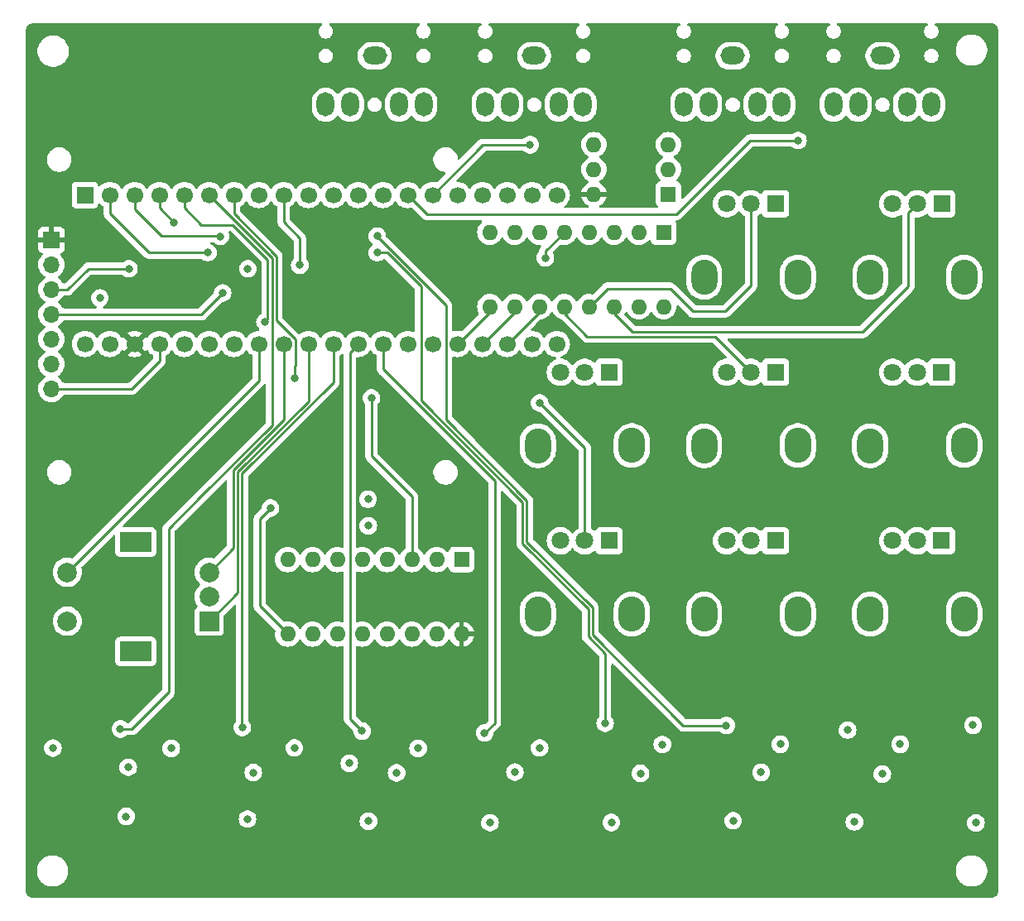
<source format=gbr>
%TF.GenerationSoftware,KiCad,Pcbnew,8.0.6*%
%TF.CreationDate,2025-01-06T04:04:12+01:00*%
%TF.ProjectId,pod-max,706f642d-6d61-4782-9e6b-696361645f70,1.1*%
%TF.SameCoordinates,Original*%
%TF.FileFunction,Copper,L2,Inr*%
%TF.FilePolarity,Positive*%
%FSLAX46Y46*%
G04 Gerber Fmt 4.6, Leading zero omitted, Abs format (unit mm)*
G04 Created by KiCad (PCBNEW 8.0.6) date 2025-01-06 04:04:12*
%MOMM*%
%LPD*%
G01*
G04 APERTURE LIST*
%TA.AperFunction,ComponentPad*%
%ADD10O,1.800000X2.500000*%
%TD*%
%TA.AperFunction,ComponentPad*%
%ADD11O,2.500000X1.800000*%
%TD*%
%TA.AperFunction,ComponentPad*%
%ADD12O,2.720000X3.580000*%
%TD*%
%TA.AperFunction,ComponentPad*%
%ADD13O,2.696000X3.580000*%
%TD*%
%TA.AperFunction,ComponentPad*%
%ADD14R,1.800000X1.800000*%
%TD*%
%TA.AperFunction,ComponentPad*%
%ADD15C,1.800000*%
%TD*%
%TA.AperFunction,ComponentPad*%
%ADD16R,1.700000X1.700000*%
%TD*%
%TA.AperFunction,ComponentPad*%
%ADD17O,1.700000X1.700000*%
%TD*%
%TA.AperFunction,ComponentPad*%
%ADD18R,1.600000X1.600000*%
%TD*%
%TA.AperFunction,ComponentPad*%
%ADD19O,1.600000X1.600000*%
%TD*%
%TA.AperFunction,ComponentPad*%
%ADD20R,2.000000X2.000000*%
%TD*%
%TA.AperFunction,ComponentPad*%
%ADD21C,2.000000*%
%TD*%
%TA.AperFunction,ComponentPad*%
%ADD22R,3.200000X2.000000*%
%TD*%
%TA.AperFunction,ComponentPad*%
%ADD23C,1.700000*%
%TD*%
%TA.AperFunction,ViaPad*%
%ADD24C,0.800000*%
%TD*%
%TA.AperFunction,Conductor*%
%ADD25C,0.250000*%
%TD*%
G04 APERTURE END LIST*
D10*
%TO.N,/AUDIO_OUT_R*%
%TO.C,J2*%
X126188595Y-54182893D03*
%TO.N,GND*%
X123688595Y-54182893D03*
D11*
X121188595Y-49182893D03*
D10*
%TO.N,/AUDIO_OUT_L*%
X116188595Y-54182893D03*
%TO.N,GND*%
X118688595Y-54182893D03*
%TD*%
D12*
%TO.N,*%
%TO.C,RV6*%
X131170237Y-106300000D03*
D13*
X121582237Y-106312000D03*
D14*
%TO.N,GND*%
X128870237Y-98800000D03*
D15*
%TO.N,/POT6*%
X126370237Y-98800000D03*
%TO.N,VDD*%
X123870237Y-98800000D03*
%TD*%
D12*
%TO.N,*%
%TO.C,RV2*%
X165170000Y-71825000D03*
D13*
X155582000Y-71837000D03*
D14*
%TO.N,GND*%
X162870000Y-64325000D03*
D15*
%TO.N,/POT2*%
X160370000Y-64325000D03*
%TO.N,VDD*%
X157870000Y-64325000D03*
%TD*%
D10*
%TO.N,/AUDIO_IN_R*%
%TO.C,J1*%
X109872893Y-54182893D03*
%TO.N,GND*%
X107372893Y-54182893D03*
D11*
X104872893Y-49182893D03*
D10*
%TO.N,/AUDIO_IN_L*%
X99872893Y-54182893D03*
%TO.N,GND*%
X102372893Y-54182893D03*
%TD*%
D16*
%TO.N,VCC*%
%TO.C,U1*%
X71830000Y-68020000D03*
D17*
%TO.N,GND*%
X71830000Y-70560000D03*
%TO.N,/OLED_DIN*%
X71830000Y-73100000D03*
%TO.N,/OLED_CLK*%
X71830000Y-75640000D03*
%TO.N,/OLED_CS*%
X71830000Y-78180000D03*
%TO.N,/OLED_DC*%
X71830000Y-80720000D03*
%TO.N,/OLED_RST*%
X71830000Y-83260000D03*
%TD*%
D12*
%TO.N,*%
%TO.C,RV1*%
X148166071Y-71825000D03*
D13*
X138578071Y-71837000D03*
D14*
%TO.N,GND*%
X145866071Y-64325000D03*
D15*
%TO.N,/POT1*%
X143366071Y-64325000D03*
%TO.N,VDD*%
X140866071Y-64325000D03*
%TD*%
D12*
%TO.N,*%
%TO.C,RV3*%
X131170237Y-89062500D03*
D13*
X121582237Y-89074500D03*
D14*
%TO.N,GND*%
X128870237Y-81562500D03*
D15*
%TO.N,/POT3*%
X126370237Y-81562500D03*
%TO.N,VDD*%
X123870237Y-81562500D03*
%TD*%
D10*
%TO.N,Net-(J3-PadR)*%
%TO.C,J3*%
X146504297Y-54182893D03*
%TO.N,GND*%
X144004297Y-54182893D03*
D11*
X141504297Y-49182893D03*
D10*
%TO.N,Net-(D1-A)*%
X136504297Y-54182893D03*
%TO.N,GND*%
X139004297Y-54182893D03*
%TD*%
D12*
%TO.N,*%
%TO.C,RV8*%
X165161905Y-106300000D03*
D13*
X155573905Y-106312000D03*
D14*
%TO.N,GND*%
X162861905Y-98800000D03*
D15*
%TO.N,/POT8*%
X160361905Y-98800000D03*
%TO.N,VDD*%
X157861905Y-98800000D03*
%TD*%
D18*
%TO.N,Net-(D1-K)*%
%TO.C,U2*%
X134925000Y-63350000D03*
D19*
%TO.N,Net-(D1-A)*%
X134925000Y-60810000D03*
%TO.N,unconnected-(U2-Pad3)*%
X134925000Y-58270000D03*
%TO.N,/MIDI_IN*%
X127305000Y-58270000D03*
%TO.N,GND*%
X127305000Y-60810000D03*
%TO.N,VCC*%
X127305000Y-63350000D03*
%TD*%
D18*
%TO.N,/SW8*%
%TO.C,U3*%
X113765000Y-100725000D03*
D19*
%TO.N,unconnected-(U3-Q5-Pad2)*%
X111225000Y-100725000D03*
%TO.N,/D7*%
X108685000Y-100725000D03*
%TO.N,/SW4*%
X106145000Y-100725000D03*
%TO.N,/SW3*%
X103605000Y-100725000D03*
%TO.N,/SW2*%
X101065000Y-100725000D03*
%TO.N,/SW1*%
X98525000Y-100725000D03*
%TO.N,GND*%
X95985000Y-100725000D03*
%TO.N,/D8*%
X95985000Y-108345000D03*
%TO.N,/D9*%
X98525000Y-108345000D03*
%TO.N,/DS*%
X101065000Y-108345000D03*
%TO.N,unconnected-(U3-Q6-Pad12)*%
X103605000Y-108345000D03*
%TO.N,/SW5*%
X106145000Y-108345000D03*
%TO.N,/SW6*%
X108685000Y-108345000D03*
%TO.N,/SW7*%
X111225000Y-108345000D03*
%TO.N,VCC*%
X113765000Y-108345000D03*
%TD*%
D10*
%TO.N,Net-(J4-PadR)*%
%TO.C,J4*%
X161820000Y-54182893D03*
%TO.N,GND*%
X159320000Y-54182893D03*
D11*
X156820000Y-49182893D03*
D10*
%TO.N,Net-(J4-PadT)*%
X151820000Y-54182893D03*
%TO.N,GND*%
X154320000Y-54182893D03*
%TD*%
D18*
%TO.N,/POT5*%
%TO.C,U4*%
X134440000Y-67225000D03*
D19*
%TO.N,/POT7*%
X131900000Y-67225000D03*
%TO.N,/CD4051_AD*%
X129360000Y-67225000D03*
%TO.N,/POT8*%
X126820000Y-67225000D03*
%TO.N,/POT6*%
X124280000Y-67225000D03*
%TO.N,GND*%
X121740000Y-67225000D03*
X119200000Y-67225000D03*
X116660000Y-67225000D03*
%TO.N,/CD4051_C*%
X116660000Y-74845000D03*
%TO.N,/CD4051_B*%
X119200000Y-74845000D03*
%TO.N,/CD4051_A*%
X121740000Y-74845000D03*
%TO.N,/POT4*%
X124280000Y-74845000D03*
%TO.N,/POT1*%
X126820000Y-74845000D03*
%TO.N,/POT2*%
X129360000Y-74845000D03*
%TO.N,/POT3*%
X131900000Y-74845000D03*
%TO.N,VDD*%
X134440000Y-74845000D03*
%TD*%
D12*
%TO.N,*%
%TO.C,RV4*%
X148166071Y-89062500D03*
D13*
X138578071Y-89074500D03*
D14*
%TO.N,GND*%
X145866071Y-81562500D03*
D15*
%TO.N,/POT4*%
X143366071Y-81562500D03*
%TO.N,VDD*%
X140866071Y-81562500D03*
%TD*%
D20*
%TO.N,/ENC_A*%
%TO.C,SW9*%
X87950000Y-107025000D03*
D21*
%TO.N,/ENC_B*%
X87950000Y-102025000D03*
%TO.N,GND*%
X87950000Y-104525000D03*
D22*
%TO.N,N/C*%
X80450000Y-110125000D03*
X80450000Y-98925000D03*
D21*
%TO.N,/ENC_SW*%
X73450000Y-102025000D03*
%TO.N,GND*%
X73450000Y-107025000D03*
%TD*%
D12*
%TO.N,*%
%TO.C,RV7*%
X148166071Y-106300000D03*
D13*
X138578071Y-106312000D03*
D14*
%TO.N,GND*%
X145866071Y-98800000D03*
D15*
%TO.N,/POT7*%
X143366071Y-98800000D03*
%TO.N,VDD*%
X140866071Y-98800000D03*
%TD*%
D12*
%TO.N,*%
%TO.C,RV5*%
X165161905Y-89062500D03*
D13*
X155573905Y-89074500D03*
D14*
%TO.N,GND*%
X162861905Y-81562500D03*
D15*
%TO.N,/POT5*%
X160361905Y-81562500D03*
%TO.N,VDD*%
X157861905Y-81562500D03*
%TD*%
D16*
%TO.N,/OLED_DC*%
%TO.C,A1*%
X75250000Y-63425000D03*
D23*
%TO.N,/LED5*%
X77790000Y-63425000D03*
%TO.N,/LED6*%
X80330000Y-63425000D03*
%TO.N,/D7*%
X82870000Y-63425000D03*
%TO.N,/D8*%
X85410000Y-63425000D03*
%TO.N,/LED1*%
X87950000Y-63425000D03*
%TO.N,/D9*%
X90490000Y-63425000D03*
%TO.N,/OLED_CS*%
X93030000Y-63425000D03*
%TO.N,/OLED_CLK*%
X95570000Y-63425000D03*
%TO.N,unconnected-(A1-SPI1_POCI-Pad10)*%
X98110000Y-63425000D03*
%TO.N,/OLED_DIN*%
X100650000Y-63425000D03*
%TO.N,unconnected-(A1-I2C1_SCL-Pad12)*%
X103190000Y-63425000D03*
%TO.N,unconnected-(A1-I2C1_SDA-Pad13)*%
X105730000Y-63425000D03*
%TO.N,/MIDI_OUT*%
X108270000Y-63425000D03*
%TO.N,/MIDI_IN*%
X110810000Y-63425000D03*
%TO.N,/AUDIO_IN_L*%
X113350000Y-63425000D03*
%TO.N,/AUDIO_IN_R*%
X115890000Y-63425000D03*
%TO.N,/AUDIO_OUT_L*%
X118430000Y-63425000D03*
%TO.N,/AUDIO_OUT_R*%
X120970000Y-63425000D03*
%TO.N,GND*%
X123510000Y-63425000D03*
%TO.N,VDD*%
X123510000Y-78665000D03*
%TO.N,/CD4051_AD*%
X120970000Y-78665000D03*
%TO.N,/CD4051_A*%
X118430000Y-78665000D03*
%TO.N,/CD4051_B*%
X115890000Y-78665000D03*
%TO.N,/CD4051_C*%
X113350000Y-78665000D03*
%TO.N,unconnected-(A1-ADC_4-Pad26)*%
X110810000Y-78665000D03*
%TO.N,unconnected-(A1-ADC_5-Pad27)*%
X108270000Y-78665000D03*
%TO.N,/LED4*%
X105730000Y-78665000D03*
%TO.N,/LED3*%
X103190000Y-78665000D03*
%TO.N,/LED2*%
X100650000Y-78665000D03*
%TO.N,/ENC_A*%
X98110000Y-78665000D03*
%TO.N,/ENC_B*%
X95570000Y-78665000D03*
%TO.N,/ENC_SW*%
X93030000Y-78665000D03*
%TO.N,/LED7*%
X90490000Y-78665000D03*
%TO.N,/LED8*%
X87950000Y-78665000D03*
%TO.N,unconnected-(A1-USB_D_--Pad36)*%
X85410000Y-78665000D03*
%TO.N,/OLED_RST*%
X82870000Y-78665000D03*
%TO.N,VCC*%
X80330000Y-78665000D03*
%TO.N,unconnected-(A1-VIN-Pad39)*%
X77790000Y-78665000D03*
%TO.N,GND*%
X75250000Y-78665000D03*
%TD*%
D24*
%TO.N,/OLED_CLK*%
X97225000Y-70600000D03*
X89330000Y-73455000D03*
%TO.N,/SW1*%
X79675000Y-121975000D03*
%TO.N,/OLED_CS*%
X76780000Y-73965000D03*
%TO.N,/OLED_DIN*%
X79750000Y-70975000D03*
X91900000Y-70975000D03*
%TO.N,/MIDI_OUT*%
X148175000Y-57850000D03*
%TO.N,/MIDI_IN*%
X120780000Y-58285000D03*
%TO.N,GND*%
X166375000Y-127675000D03*
X134300000Y-119650000D03*
X158625000Y-119625000D03*
X104250000Y-127500000D03*
X91875000Y-127275000D03*
X109325000Y-120050000D03*
X153950000Y-127575000D03*
X121750000Y-120000000D03*
X129100000Y-127625000D03*
X116675000Y-127650000D03*
X84075000Y-120050000D03*
X141550000Y-127450000D03*
X71975000Y-120025000D03*
X96675000Y-120000000D03*
X146375000Y-119625000D03*
X79458000Y-127008000D03*
%TO.N,/LED1*%
X78870000Y-118065000D03*
%TO.N,/LED2*%
X91350000Y-117900000D03*
%TO.N,/LED5*%
X128450000Y-117475000D03*
X105150000Y-69325000D03*
X87825000Y-69325000D03*
%TO.N,/LED4*%
X116120000Y-118465000D03*
%TO.N,/LED3*%
X103600000Y-118275000D03*
%TO.N,/POT6*%
X121760000Y-84705000D03*
X122340000Y-69855000D03*
%TO.N,/SW5*%
X119225000Y-122475000D03*
%TO.N,/SW6*%
X132075000Y-122600000D03*
%TO.N,/SW2*%
X92470000Y-122515000D03*
%TO.N,/SW3*%
X102290000Y-121575000D03*
%TO.N,/SW4*%
X107125000Y-122550000D03*
%TO.N,/LED6*%
X105150000Y-67625000D03*
X140850000Y-117700000D03*
X89100000Y-67650000D03*
%TO.N,/D9*%
X96740000Y-82145000D03*
%TO.N,/SW7*%
X144400000Y-122500000D03*
%TO.N,/D8*%
X94225000Y-95450000D03*
X93670000Y-76425000D03*
%TO.N,/D7*%
X84375000Y-66250000D03*
X104555000Y-84195000D03*
%TO.N,/SW8*%
X156800000Y-122675000D03*
%TO.N,/LED8*%
X166075000Y-117675000D03*
%TO.N,/LED7*%
X104225000Y-97275000D03*
X104200000Y-94550000D03*
X153250000Y-118175000D03*
%TD*%
D25*
%TO.N,/OLED_CLK*%
X97225000Y-70600000D02*
X97225000Y-67850000D01*
X95570000Y-66195000D02*
X95570000Y-63425000D01*
X87145000Y-75640000D02*
X71830000Y-75640000D01*
X89330000Y-73455000D02*
X87145000Y-75640000D01*
X97225000Y-67850000D02*
X95570000Y-66195000D01*
%TO.N,/OLED_DIN*%
X79750000Y-70975000D02*
X79730000Y-70955000D01*
X79730000Y-70955000D02*
X75580000Y-70955000D01*
X75580000Y-70955000D02*
X73435000Y-73100000D01*
X73435000Y-73100000D02*
X71830000Y-73100000D01*
%TO.N,/MIDI_OUT*%
X108270000Y-63425000D02*
X110220000Y-65375000D01*
X148175000Y-57925000D02*
X148175000Y-57850000D01*
X143250000Y-57850000D02*
X148175000Y-57850000D01*
X110220000Y-65375000D02*
X135725000Y-65375000D01*
X135725000Y-65375000D02*
X143250000Y-57850000D01*
%TO.N,/MIDI_IN*%
X115950000Y-58285000D02*
X120780000Y-58285000D01*
X110810000Y-63425000D02*
X115950000Y-58285000D01*
%TO.N,/LED1*%
X87950000Y-63425000D02*
X94395000Y-69870000D01*
X87125000Y-94225000D02*
X87125000Y-94230000D01*
X94395000Y-69870000D02*
X94395000Y-86955000D01*
X83820000Y-114255000D02*
X80010000Y-118065000D01*
X87125000Y-94230000D02*
X83820000Y-97535000D01*
X83820000Y-97535000D02*
X83820000Y-114255000D01*
X94395000Y-86955000D02*
X87125000Y-94225000D01*
X80010000Y-118065000D02*
X78870000Y-118065000D01*
%TO.N,/LED2*%
X91325000Y-117875000D02*
X91350000Y-117900000D01*
X91325000Y-91934188D02*
X91325000Y-117875000D01*
X100650000Y-82609188D02*
X91325000Y-91934188D01*
X100650000Y-78665000D02*
X100650000Y-82609188D01*
%TO.N,/POT4*%
X124280000Y-74845000D02*
X124280000Y-75555000D01*
X126625000Y-77900000D02*
X139703571Y-77900000D01*
X124280000Y-75555000D02*
X126625000Y-77900000D01*
X139703571Y-77900000D02*
X143366071Y-81562500D01*
%TO.N,/POT1*%
X137425000Y-75325000D02*
X140750000Y-75325000D01*
X128665000Y-73000000D02*
X135100000Y-73000000D01*
X126820000Y-74845000D02*
X128665000Y-73000000D01*
X143366071Y-72708929D02*
X143366071Y-64325000D01*
X135100000Y-73000000D02*
X137425000Y-75325000D01*
X140750000Y-75325000D02*
X143366071Y-72708929D01*
%TO.N,/POT2*%
X129360000Y-75555000D02*
X129360000Y-74845000D01*
X154775000Y-77450000D02*
X131255000Y-77450000D01*
X131255000Y-77450000D02*
X129360000Y-75555000D01*
X160370000Y-64325000D02*
X159475000Y-65220000D01*
X159475000Y-65220000D02*
X159475000Y-72750000D01*
X159475000Y-72750000D02*
X154775000Y-77450000D01*
%TO.N,/LED5*%
X126725000Y-108625000D02*
X128450000Y-110350000D01*
X126725000Y-105811396D02*
X126725000Y-108625000D01*
X105150000Y-69325000D02*
X106150000Y-69325000D01*
X77790000Y-65340000D02*
X77790000Y-63425000D01*
X106150000Y-69325000D02*
X109635000Y-72810000D01*
X87825000Y-69325000D02*
X81775000Y-69325000D01*
X81775000Y-69325000D02*
X77790000Y-65340000D01*
X109635000Y-84485000D02*
X120000000Y-94850000D01*
X120000000Y-99086396D02*
X126725000Y-105811396D01*
X120000000Y-94850000D02*
X120000000Y-99086396D01*
X109635000Y-72810000D02*
X109635000Y-84485000D01*
X128450000Y-110350000D02*
X128450000Y-117475000D01*
%TO.N,/LED4*%
X116120000Y-118465000D02*
X117150000Y-117435000D01*
X117150000Y-117435000D02*
X117150000Y-92636396D01*
X117150000Y-92636396D02*
X105730000Y-81216396D01*
X105730000Y-81216396D02*
X105730000Y-78665000D01*
%TO.N,/LED3*%
X102340000Y-117015000D02*
X103600000Y-118275000D01*
X102340000Y-79515000D02*
X102340000Y-117015000D01*
X103190000Y-78665000D02*
X102340000Y-79515000D01*
%TO.N,/ENC_A*%
X98110000Y-78665000D02*
X98110000Y-84512792D01*
X90875000Y-104100000D02*
X87950000Y-107025000D01*
X98110000Y-84512792D02*
X90875000Y-91747792D01*
X90875000Y-91747792D02*
X90875000Y-104100000D01*
%TO.N,/ENC_B*%
X95570000Y-86416396D02*
X90425000Y-91561396D01*
X90425000Y-99550000D02*
X87950000Y-102025000D01*
X90425000Y-91561396D02*
X90425000Y-99550000D01*
X95570000Y-78665000D02*
X95570000Y-86416396D01*
%TO.N,/ENC_SW*%
X93030000Y-82445000D02*
X73450000Y-102025000D01*
X93030000Y-78665000D02*
X93030000Y-82445000D01*
%TO.N,/POT6*%
X121805000Y-84705000D02*
X126370237Y-89270237D01*
X122335000Y-69170000D02*
X122335000Y-69850000D01*
X126370237Y-89270237D02*
X126370237Y-98800000D01*
X124280000Y-67225000D02*
X122335000Y-69170000D01*
X122335000Y-69850000D02*
X122340000Y-69855000D01*
X121760000Y-84705000D02*
X121805000Y-84705000D01*
%TO.N,/LED6*%
X112175000Y-74713604D02*
X105150000Y-67688604D01*
X112175000Y-86388604D02*
X112175000Y-74713604D01*
X120450000Y-98900000D02*
X120450000Y-94663604D01*
X89100000Y-67650000D02*
X89075000Y-67625000D01*
X80330000Y-64880000D02*
X80330000Y-63425000D01*
X136450000Y-117700000D02*
X127175000Y-108425000D01*
X105150000Y-67688604D02*
X105150000Y-67625000D01*
X83075000Y-67625000D02*
X80330000Y-64880000D01*
X127175000Y-105625000D02*
X120450000Y-98900000D01*
X120450000Y-94663604D02*
X112175000Y-86388604D01*
X89075000Y-67625000D02*
X83075000Y-67625000D01*
X127175000Y-108425000D02*
X127175000Y-105625000D01*
X140850000Y-117700000D02*
X136450000Y-117700000D01*
%TO.N,/D9*%
X94845000Y-76278299D02*
X94845000Y-69683604D01*
X94845000Y-69683604D02*
X90490000Y-65328604D01*
X96740000Y-80885000D02*
X96745000Y-80880000D01*
X96745000Y-80880000D02*
X96745000Y-78178299D01*
X96745000Y-78178299D02*
X94845000Y-76278299D01*
X90490000Y-65328604D02*
X90490000Y-63425000D01*
X96740000Y-82145000D02*
X96740000Y-80885000D01*
%TO.N,/D8*%
X93945000Y-76150000D02*
X93945000Y-70056396D01*
X94225000Y-95450000D02*
X93125000Y-96550000D01*
X93125000Y-96550000D02*
X93125000Y-105485000D01*
X93670000Y-76425000D02*
X93945000Y-76150000D01*
X87150000Y-66475000D02*
X85410000Y-64735000D01*
X93125000Y-105485000D02*
X95985000Y-108345000D01*
X90363604Y-66475000D02*
X87150000Y-66475000D01*
X85410000Y-64735000D02*
X85410000Y-63425000D01*
X93945000Y-70056396D02*
X90363604Y-66475000D01*
%TO.N,/D7*%
X104555000Y-84195000D02*
X104555000Y-90155000D01*
X108685000Y-94285000D02*
X108685000Y-100725000D01*
X82870000Y-63425000D02*
X82870000Y-64745000D01*
X104555000Y-90155000D02*
X108685000Y-94285000D01*
X82870000Y-64745000D02*
X84375000Y-66250000D01*
%TO.N,/OLED_RST*%
X79985000Y-83260000D02*
X71830000Y-83260000D01*
X82870000Y-78665000D02*
X82870000Y-80375000D01*
X82870000Y-80375000D02*
X79985000Y-83260000D01*
%TO.N,/CD4051_A*%
X121740000Y-75355000D02*
X121740000Y-74845000D01*
X118430000Y-78665000D02*
X121740000Y-75355000D01*
%TO.N,/CD4051_B*%
X115890000Y-78665000D02*
X119200000Y-75355000D01*
X119200000Y-75355000D02*
X119200000Y-74845000D01*
%TO.N,/CD4051_C*%
X116660000Y-75355000D02*
X116660000Y-74845000D01*
X113350000Y-78665000D02*
X116660000Y-75355000D01*
%TD*%
%TA.AperFunction,Conductor*%
%TO.N,VCC*%
G36*
X99468023Y-45860185D02*
G01*
X99513778Y-45912989D01*
X99523722Y-45982147D01*
X99494697Y-46045703D01*
X99469875Y-46067602D01*
X99404039Y-46111592D01*
X99404035Y-46111595D01*
X99301595Y-46214035D01*
X99301592Y-46214039D01*
X99221104Y-46334496D01*
X99221097Y-46334509D01*
X99165659Y-46468350D01*
X99165656Y-46468362D01*
X99137393Y-46610448D01*
X99137393Y-46755337D01*
X99165656Y-46897423D01*
X99165659Y-46897435D01*
X99221097Y-47031276D01*
X99221104Y-47031289D01*
X99301592Y-47151746D01*
X99301595Y-47151750D01*
X99404035Y-47254190D01*
X99404039Y-47254193D01*
X99524496Y-47334681D01*
X99524509Y-47334688D01*
X99658350Y-47390126D01*
X99658355Y-47390128D01*
X99800448Y-47418392D01*
X99800452Y-47418393D01*
X99800453Y-47418393D01*
X99945334Y-47418393D01*
X99945335Y-47418392D01*
X100087431Y-47390128D01*
X100190952Y-47347248D01*
X100221276Y-47334688D01*
X100221276Y-47334687D01*
X100221283Y-47334685D01*
X100341747Y-47254193D01*
X100444193Y-47151747D01*
X100524685Y-47031283D01*
X100580128Y-46897431D01*
X100608393Y-46755333D01*
X100608393Y-46610453D01*
X100580128Y-46468355D01*
X100574984Y-46455936D01*
X100524688Y-46334509D01*
X100524681Y-46334496D01*
X100444193Y-46214039D01*
X100444190Y-46214035D01*
X100341750Y-46111595D01*
X100341746Y-46111592D01*
X100275911Y-46067602D01*
X100231106Y-46013989D01*
X100222399Y-45944664D01*
X100252554Y-45881637D01*
X100311997Y-45844918D01*
X100344802Y-45840500D01*
X109400984Y-45840500D01*
X109468023Y-45860185D01*
X109513778Y-45912989D01*
X109523722Y-45982147D01*
X109494697Y-46045703D01*
X109469875Y-46067602D01*
X109404039Y-46111592D01*
X109404035Y-46111595D01*
X109301595Y-46214035D01*
X109301592Y-46214039D01*
X109221104Y-46334496D01*
X109221097Y-46334509D01*
X109165659Y-46468350D01*
X109165656Y-46468362D01*
X109137393Y-46610448D01*
X109137393Y-46755337D01*
X109165656Y-46897423D01*
X109165659Y-46897435D01*
X109221097Y-47031276D01*
X109221104Y-47031289D01*
X109301592Y-47151746D01*
X109301595Y-47151750D01*
X109404035Y-47254190D01*
X109404039Y-47254193D01*
X109524496Y-47334681D01*
X109524509Y-47334688D01*
X109658350Y-47390126D01*
X109658355Y-47390128D01*
X109800448Y-47418392D01*
X109800452Y-47418393D01*
X109800453Y-47418393D01*
X109945334Y-47418393D01*
X109945335Y-47418392D01*
X110087431Y-47390128D01*
X110190952Y-47347248D01*
X110221276Y-47334688D01*
X110221276Y-47334687D01*
X110221283Y-47334685D01*
X110341747Y-47254193D01*
X110444193Y-47151747D01*
X110524685Y-47031283D01*
X110580128Y-46897431D01*
X110608393Y-46755333D01*
X110608393Y-46610453D01*
X110580128Y-46468355D01*
X110574984Y-46455936D01*
X110524688Y-46334509D01*
X110524681Y-46334496D01*
X110444193Y-46214039D01*
X110444190Y-46214035D01*
X110341750Y-46111595D01*
X110341746Y-46111592D01*
X110275911Y-46067602D01*
X110231106Y-46013989D01*
X110222399Y-45944664D01*
X110252554Y-45881637D01*
X110311997Y-45844918D01*
X110344802Y-45840500D01*
X115716686Y-45840500D01*
X115783725Y-45860185D01*
X115829480Y-45912989D01*
X115839424Y-45982147D01*
X115810399Y-46045703D01*
X115785577Y-46067602D01*
X115719741Y-46111592D01*
X115719737Y-46111595D01*
X115617297Y-46214035D01*
X115617294Y-46214039D01*
X115536806Y-46334496D01*
X115536799Y-46334509D01*
X115481361Y-46468350D01*
X115481358Y-46468362D01*
X115453095Y-46610448D01*
X115453095Y-46755337D01*
X115481358Y-46897423D01*
X115481361Y-46897435D01*
X115536799Y-47031276D01*
X115536806Y-47031289D01*
X115617294Y-47151746D01*
X115617297Y-47151750D01*
X115719737Y-47254190D01*
X115719741Y-47254193D01*
X115840198Y-47334681D01*
X115840211Y-47334688D01*
X115974052Y-47390126D01*
X115974057Y-47390128D01*
X116116150Y-47418392D01*
X116116154Y-47418393D01*
X116116155Y-47418393D01*
X116261036Y-47418393D01*
X116261037Y-47418392D01*
X116403133Y-47390128D01*
X116506654Y-47347248D01*
X116536978Y-47334688D01*
X116536978Y-47334687D01*
X116536985Y-47334685D01*
X116657449Y-47254193D01*
X116759895Y-47151747D01*
X116840387Y-47031283D01*
X116895830Y-46897431D01*
X116924095Y-46755333D01*
X116924095Y-46610453D01*
X116895830Y-46468355D01*
X116890686Y-46455936D01*
X116840390Y-46334509D01*
X116840383Y-46334496D01*
X116759895Y-46214039D01*
X116759892Y-46214035D01*
X116657452Y-46111595D01*
X116657448Y-46111592D01*
X116591613Y-46067602D01*
X116546808Y-46013989D01*
X116538101Y-45944664D01*
X116568256Y-45881637D01*
X116627699Y-45844918D01*
X116660504Y-45840500D01*
X125716686Y-45840500D01*
X125783725Y-45860185D01*
X125829480Y-45912989D01*
X125839424Y-45982147D01*
X125810399Y-46045703D01*
X125785577Y-46067602D01*
X125719741Y-46111592D01*
X125719737Y-46111595D01*
X125617297Y-46214035D01*
X125617294Y-46214039D01*
X125536806Y-46334496D01*
X125536799Y-46334509D01*
X125481361Y-46468350D01*
X125481358Y-46468362D01*
X125453095Y-46610448D01*
X125453095Y-46755337D01*
X125481358Y-46897423D01*
X125481361Y-46897435D01*
X125536799Y-47031276D01*
X125536806Y-47031289D01*
X125617294Y-47151746D01*
X125617297Y-47151750D01*
X125719737Y-47254190D01*
X125719741Y-47254193D01*
X125840198Y-47334681D01*
X125840211Y-47334688D01*
X125974052Y-47390126D01*
X125974057Y-47390128D01*
X126116150Y-47418392D01*
X126116154Y-47418393D01*
X126116155Y-47418393D01*
X126261036Y-47418393D01*
X126261037Y-47418392D01*
X126403133Y-47390128D01*
X126506654Y-47347248D01*
X126536978Y-47334688D01*
X126536978Y-47334687D01*
X126536985Y-47334685D01*
X126657449Y-47254193D01*
X126759895Y-47151747D01*
X126840387Y-47031283D01*
X126895830Y-46897431D01*
X126924095Y-46755333D01*
X126924095Y-46610453D01*
X126895830Y-46468355D01*
X126890686Y-46455936D01*
X126840390Y-46334509D01*
X126840383Y-46334496D01*
X126759895Y-46214039D01*
X126759892Y-46214035D01*
X126657452Y-46111595D01*
X126657448Y-46111592D01*
X126591613Y-46067602D01*
X126546808Y-46013989D01*
X126538101Y-45944664D01*
X126568256Y-45881637D01*
X126627699Y-45844918D01*
X126660504Y-45840500D01*
X136032388Y-45840500D01*
X136099427Y-45860185D01*
X136145182Y-45912989D01*
X136155126Y-45982147D01*
X136126101Y-46045703D01*
X136101279Y-46067602D01*
X136035443Y-46111592D01*
X136035439Y-46111595D01*
X135932999Y-46214035D01*
X135932996Y-46214039D01*
X135852508Y-46334496D01*
X135852501Y-46334509D01*
X135797063Y-46468350D01*
X135797060Y-46468362D01*
X135768797Y-46610448D01*
X135768797Y-46755337D01*
X135797060Y-46897423D01*
X135797063Y-46897435D01*
X135852501Y-47031276D01*
X135852508Y-47031289D01*
X135932996Y-47151746D01*
X135932999Y-47151750D01*
X136035439Y-47254190D01*
X136035443Y-47254193D01*
X136155900Y-47334681D01*
X136155913Y-47334688D01*
X136289754Y-47390126D01*
X136289759Y-47390128D01*
X136431852Y-47418392D01*
X136431856Y-47418393D01*
X136431857Y-47418393D01*
X136576738Y-47418393D01*
X136576739Y-47418392D01*
X136718835Y-47390128D01*
X136822356Y-47347248D01*
X136852680Y-47334688D01*
X136852680Y-47334687D01*
X136852687Y-47334685D01*
X136973151Y-47254193D01*
X137075597Y-47151747D01*
X137156089Y-47031283D01*
X137211532Y-46897431D01*
X137239797Y-46755333D01*
X137239797Y-46610453D01*
X137211532Y-46468355D01*
X137206388Y-46455936D01*
X137156092Y-46334509D01*
X137156085Y-46334496D01*
X137075597Y-46214039D01*
X137075594Y-46214035D01*
X136973154Y-46111595D01*
X136973150Y-46111592D01*
X136907315Y-46067602D01*
X136862510Y-46013989D01*
X136853803Y-45944664D01*
X136883958Y-45881637D01*
X136943401Y-45844918D01*
X136976206Y-45840500D01*
X146032388Y-45840500D01*
X146099427Y-45860185D01*
X146145182Y-45912989D01*
X146155126Y-45982147D01*
X146126101Y-46045703D01*
X146101279Y-46067602D01*
X146035443Y-46111592D01*
X146035439Y-46111595D01*
X145932999Y-46214035D01*
X145932996Y-46214039D01*
X145852508Y-46334496D01*
X145852501Y-46334509D01*
X145797063Y-46468350D01*
X145797060Y-46468362D01*
X145768797Y-46610448D01*
X145768797Y-46755337D01*
X145797060Y-46897423D01*
X145797063Y-46897435D01*
X145852501Y-47031276D01*
X145852508Y-47031289D01*
X145932996Y-47151746D01*
X145932999Y-47151750D01*
X146035439Y-47254190D01*
X146035443Y-47254193D01*
X146155900Y-47334681D01*
X146155913Y-47334688D01*
X146289754Y-47390126D01*
X146289759Y-47390128D01*
X146431852Y-47418392D01*
X146431856Y-47418393D01*
X146431857Y-47418393D01*
X146576738Y-47418393D01*
X146576739Y-47418392D01*
X146718835Y-47390128D01*
X146822356Y-47347248D01*
X146852680Y-47334688D01*
X146852680Y-47334687D01*
X146852687Y-47334685D01*
X146973151Y-47254193D01*
X147075597Y-47151747D01*
X147156089Y-47031283D01*
X147211532Y-46897431D01*
X147239797Y-46755333D01*
X147239797Y-46610453D01*
X147211532Y-46468355D01*
X147206388Y-46455936D01*
X147156092Y-46334509D01*
X147156085Y-46334496D01*
X147075597Y-46214039D01*
X147075594Y-46214035D01*
X146973154Y-46111595D01*
X146973150Y-46111592D01*
X146907315Y-46067602D01*
X146862510Y-46013989D01*
X146853803Y-45944664D01*
X146883958Y-45881637D01*
X146943401Y-45844918D01*
X146976206Y-45840500D01*
X151348091Y-45840500D01*
X151415130Y-45860185D01*
X151460885Y-45912989D01*
X151470829Y-45982147D01*
X151441804Y-46045703D01*
X151416982Y-46067602D01*
X151351146Y-46111592D01*
X151351142Y-46111595D01*
X151248702Y-46214035D01*
X151248699Y-46214039D01*
X151168211Y-46334496D01*
X151168204Y-46334509D01*
X151112766Y-46468350D01*
X151112763Y-46468362D01*
X151084500Y-46610448D01*
X151084500Y-46755337D01*
X151112763Y-46897423D01*
X151112766Y-46897435D01*
X151168204Y-47031276D01*
X151168211Y-47031289D01*
X151248699Y-47151746D01*
X151248702Y-47151750D01*
X151351142Y-47254190D01*
X151351146Y-47254193D01*
X151471603Y-47334681D01*
X151471616Y-47334688D01*
X151605457Y-47390126D01*
X151605462Y-47390128D01*
X151747555Y-47418392D01*
X151747559Y-47418393D01*
X151747560Y-47418393D01*
X151892441Y-47418393D01*
X151892442Y-47418392D01*
X152034538Y-47390128D01*
X152138059Y-47347248D01*
X152168383Y-47334688D01*
X152168383Y-47334687D01*
X152168390Y-47334685D01*
X152288854Y-47254193D01*
X152391300Y-47151747D01*
X152471792Y-47031283D01*
X152527235Y-46897431D01*
X152555500Y-46755333D01*
X152555500Y-46610453D01*
X152527235Y-46468355D01*
X152522091Y-46455936D01*
X152471795Y-46334509D01*
X152471788Y-46334496D01*
X152391300Y-46214039D01*
X152391297Y-46214035D01*
X152288857Y-46111595D01*
X152288853Y-46111592D01*
X152223018Y-46067602D01*
X152178213Y-46013989D01*
X152169506Y-45944664D01*
X152199661Y-45881637D01*
X152259104Y-45844918D01*
X152291909Y-45840500D01*
X161348091Y-45840500D01*
X161415130Y-45860185D01*
X161460885Y-45912989D01*
X161470829Y-45982147D01*
X161441804Y-46045703D01*
X161416982Y-46067602D01*
X161351146Y-46111592D01*
X161351142Y-46111595D01*
X161248702Y-46214035D01*
X161248699Y-46214039D01*
X161168211Y-46334496D01*
X161168204Y-46334509D01*
X161112766Y-46468350D01*
X161112763Y-46468362D01*
X161084500Y-46610448D01*
X161084500Y-46755337D01*
X161112763Y-46897423D01*
X161112766Y-46897435D01*
X161168204Y-47031276D01*
X161168211Y-47031289D01*
X161248699Y-47151746D01*
X161248702Y-47151750D01*
X161351142Y-47254190D01*
X161351146Y-47254193D01*
X161471603Y-47334681D01*
X161471616Y-47334688D01*
X161605457Y-47390126D01*
X161605462Y-47390128D01*
X161747555Y-47418392D01*
X161747559Y-47418393D01*
X161747560Y-47418393D01*
X161892441Y-47418393D01*
X161892442Y-47418392D01*
X162034538Y-47390128D01*
X162138059Y-47347248D01*
X162168383Y-47334688D01*
X162168383Y-47334687D01*
X162168390Y-47334685D01*
X162288854Y-47254193D01*
X162391300Y-47151747D01*
X162471792Y-47031283D01*
X162527235Y-46897431D01*
X162555500Y-46755333D01*
X162555500Y-46610453D01*
X162527235Y-46468355D01*
X162522091Y-46455936D01*
X162471795Y-46334509D01*
X162471788Y-46334496D01*
X162391300Y-46214039D01*
X162391297Y-46214035D01*
X162288857Y-46111595D01*
X162288853Y-46111592D01*
X162223018Y-46067602D01*
X162178213Y-46013989D01*
X162169506Y-45944664D01*
X162199661Y-45881637D01*
X162259104Y-45844918D01*
X162291909Y-45840500D01*
X167885830Y-45840500D01*
X167923908Y-45840500D01*
X167936061Y-45841097D01*
X167946635Y-45842138D01*
X168064069Y-45853704D01*
X168087897Y-45858443D01*
X168205140Y-45894008D01*
X168227589Y-45903308D01*
X168335630Y-45961057D01*
X168355840Y-45974561D01*
X168450535Y-46052274D01*
X168467725Y-46069464D01*
X168545438Y-46164159D01*
X168558942Y-46184369D01*
X168616690Y-46292407D01*
X168625993Y-46314865D01*
X168661554Y-46432093D01*
X168666296Y-46455935D01*
X168678903Y-46583938D01*
X168679500Y-46596092D01*
X168679500Y-134583907D01*
X168678903Y-134596061D01*
X168666296Y-134724064D01*
X168661554Y-134747906D01*
X168625993Y-134865134D01*
X168616690Y-134887592D01*
X168558942Y-134995630D01*
X168545438Y-135015840D01*
X168467725Y-135110535D01*
X168450535Y-135127725D01*
X168355840Y-135205438D01*
X168335630Y-135218942D01*
X168227592Y-135276690D01*
X168205134Y-135285993D01*
X168087906Y-135321554D01*
X168064064Y-135326296D01*
X167936062Y-135338903D01*
X167923908Y-135339500D01*
X69936092Y-135339500D01*
X69923938Y-135338903D01*
X69795935Y-135326296D01*
X69772095Y-135321554D01*
X69654864Y-135285992D01*
X69632407Y-135276690D01*
X69524369Y-135218942D01*
X69504159Y-135205438D01*
X69409464Y-135127725D01*
X69392274Y-135110535D01*
X69314561Y-135015840D01*
X69301057Y-134995630D01*
X69243309Y-134887592D01*
X69234008Y-134865140D01*
X69198443Y-134747897D01*
X69193704Y-134724069D01*
X69181097Y-134596060D01*
X69180500Y-134583907D01*
X69180500Y-132464038D01*
X70329500Y-132464038D01*
X70329500Y-132715961D01*
X70368910Y-132964785D01*
X70446760Y-133204383D01*
X70561132Y-133428848D01*
X70709201Y-133632649D01*
X70709205Y-133632654D01*
X70887345Y-133810794D01*
X70887350Y-133810798D01*
X71065117Y-133939952D01*
X71091155Y-133958870D01*
X71234184Y-134031747D01*
X71315616Y-134073239D01*
X71315618Y-134073239D01*
X71315621Y-134073241D01*
X71555215Y-134151090D01*
X71804038Y-134190500D01*
X71804039Y-134190500D01*
X72055961Y-134190500D01*
X72055962Y-134190500D01*
X72304785Y-134151090D01*
X72544379Y-134073241D01*
X72768845Y-133958870D01*
X72972656Y-133810793D01*
X73150793Y-133632656D01*
X73298870Y-133428845D01*
X73413241Y-133204379D01*
X73491090Y-132964785D01*
X73530500Y-132715962D01*
X73530500Y-132464038D01*
X164329500Y-132464038D01*
X164329500Y-132715961D01*
X164368910Y-132964785D01*
X164446760Y-133204383D01*
X164561132Y-133428848D01*
X164709201Y-133632649D01*
X164709205Y-133632654D01*
X164887345Y-133810794D01*
X164887350Y-133810798D01*
X165065117Y-133939952D01*
X165091155Y-133958870D01*
X165234184Y-134031747D01*
X165315616Y-134073239D01*
X165315618Y-134073239D01*
X165315621Y-134073241D01*
X165555215Y-134151090D01*
X165804038Y-134190500D01*
X165804039Y-134190500D01*
X166055961Y-134190500D01*
X166055962Y-134190500D01*
X166304785Y-134151090D01*
X166544379Y-134073241D01*
X166768845Y-133958870D01*
X166972656Y-133810793D01*
X167150793Y-133632656D01*
X167298870Y-133428845D01*
X167413241Y-133204379D01*
X167491090Y-132964785D01*
X167530500Y-132715962D01*
X167530500Y-132464038D01*
X167491090Y-132215215D01*
X167413241Y-131975621D01*
X167413239Y-131975618D01*
X167413239Y-131975616D01*
X167371747Y-131894184D01*
X167298870Y-131751155D01*
X167279952Y-131725117D01*
X167150798Y-131547350D01*
X167150794Y-131547345D01*
X166972654Y-131369205D01*
X166972649Y-131369201D01*
X166768848Y-131221132D01*
X166768847Y-131221131D01*
X166768845Y-131221130D01*
X166698747Y-131185413D01*
X166544383Y-131106760D01*
X166304785Y-131028910D01*
X166055962Y-130989500D01*
X165804038Y-130989500D01*
X165679626Y-131009205D01*
X165555214Y-131028910D01*
X165315616Y-131106760D01*
X165091151Y-131221132D01*
X164887350Y-131369201D01*
X164887345Y-131369205D01*
X164709205Y-131547345D01*
X164709201Y-131547350D01*
X164561132Y-131751151D01*
X164446760Y-131975616D01*
X164368910Y-132215214D01*
X164329500Y-132464038D01*
X73530500Y-132464038D01*
X73491090Y-132215215D01*
X73413241Y-131975621D01*
X73413239Y-131975618D01*
X73413239Y-131975616D01*
X73371747Y-131894184D01*
X73298870Y-131751155D01*
X73279952Y-131725117D01*
X73150798Y-131547350D01*
X73150794Y-131547345D01*
X72972654Y-131369205D01*
X72972649Y-131369201D01*
X72768848Y-131221132D01*
X72768847Y-131221131D01*
X72768845Y-131221130D01*
X72698747Y-131185413D01*
X72544383Y-131106760D01*
X72304785Y-131028910D01*
X72055962Y-130989500D01*
X71804038Y-130989500D01*
X71679626Y-131009205D01*
X71555214Y-131028910D01*
X71315616Y-131106760D01*
X71091151Y-131221132D01*
X70887350Y-131369201D01*
X70887345Y-131369205D01*
X70709205Y-131547345D01*
X70709201Y-131547350D01*
X70561132Y-131751151D01*
X70446760Y-131975616D01*
X70368910Y-132215214D01*
X70329500Y-132464038D01*
X69180500Y-132464038D01*
X69180500Y-127008000D01*
X78552540Y-127008000D01*
X78572326Y-127196256D01*
X78572327Y-127196259D01*
X78630818Y-127376277D01*
X78630821Y-127376284D01*
X78725467Y-127540216D01*
X78756787Y-127575000D01*
X78852129Y-127680888D01*
X79005265Y-127792148D01*
X79005270Y-127792151D01*
X79178192Y-127869142D01*
X79178197Y-127869144D01*
X79363354Y-127908500D01*
X79363355Y-127908500D01*
X79552644Y-127908500D01*
X79552646Y-127908500D01*
X79737803Y-127869144D01*
X79910730Y-127792151D01*
X80063871Y-127680888D01*
X80190533Y-127540216D01*
X80285179Y-127376284D01*
X80318088Y-127275000D01*
X90969540Y-127275000D01*
X90989326Y-127463256D01*
X90989327Y-127463259D01*
X91047818Y-127643277D01*
X91047821Y-127643284D01*
X91142467Y-127807216D01*
X91233664Y-127908500D01*
X91269129Y-127947888D01*
X91422265Y-128059148D01*
X91422270Y-128059151D01*
X91595192Y-128136142D01*
X91595197Y-128136144D01*
X91780354Y-128175500D01*
X91780355Y-128175500D01*
X91969644Y-128175500D01*
X91969646Y-128175500D01*
X92154803Y-128136144D01*
X92327730Y-128059151D01*
X92480871Y-127947888D01*
X92607533Y-127807216D01*
X92702179Y-127643284D01*
X92748735Y-127500000D01*
X103344540Y-127500000D01*
X103364326Y-127688256D01*
X103364327Y-127688259D01*
X103422818Y-127868277D01*
X103422821Y-127868284D01*
X103517467Y-128032216D01*
X103630016Y-128157214D01*
X103644129Y-128172888D01*
X103797265Y-128284148D01*
X103797270Y-128284151D01*
X103970192Y-128361142D01*
X103970197Y-128361144D01*
X104155354Y-128400500D01*
X104155355Y-128400500D01*
X104344644Y-128400500D01*
X104344646Y-128400500D01*
X104529803Y-128361144D01*
X104702730Y-128284151D01*
X104855871Y-128172888D01*
X104982533Y-128032216D01*
X105077179Y-127868284D01*
X105135674Y-127688256D01*
X105139695Y-127650000D01*
X115769540Y-127650000D01*
X115789326Y-127838256D01*
X115789327Y-127838259D01*
X115847818Y-128018277D01*
X115847821Y-128018284D01*
X115942467Y-128182216D01*
X115989227Y-128234148D01*
X116069129Y-128322888D01*
X116222265Y-128434148D01*
X116222270Y-128434151D01*
X116395192Y-128511142D01*
X116395197Y-128511144D01*
X116580354Y-128550500D01*
X116580355Y-128550500D01*
X116769644Y-128550500D01*
X116769646Y-128550500D01*
X116954803Y-128511144D01*
X117127730Y-128434151D01*
X117280871Y-128322888D01*
X117407533Y-128182216D01*
X117502179Y-128018284D01*
X117560674Y-127838256D01*
X117580460Y-127650000D01*
X117577832Y-127625000D01*
X128194540Y-127625000D01*
X128214326Y-127813256D01*
X128214327Y-127813259D01*
X128272818Y-127993277D01*
X128272821Y-127993284D01*
X128367467Y-128157216D01*
X128436737Y-128234148D01*
X128494129Y-128297888D01*
X128647265Y-128409148D01*
X128647270Y-128409151D01*
X128820192Y-128486142D01*
X128820197Y-128486144D01*
X129005354Y-128525500D01*
X129005355Y-128525500D01*
X129194644Y-128525500D01*
X129194646Y-128525500D01*
X129379803Y-128486144D01*
X129552730Y-128409151D01*
X129705871Y-128297888D01*
X129832533Y-128157216D01*
X129927179Y-127993284D01*
X129985674Y-127813256D01*
X130005460Y-127625000D01*
X129987067Y-127450000D01*
X140644540Y-127450000D01*
X140664326Y-127638256D01*
X140664327Y-127638259D01*
X140722818Y-127818277D01*
X140722821Y-127818284D01*
X140817467Y-127982216D01*
X140872447Y-128043277D01*
X140944129Y-128122888D01*
X141097265Y-128234148D01*
X141097270Y-128234151D01*
X141270192Y-128311142D01*
X141270197Y-128311144D01*
X141455354Y-128350500D01*
X141455355Y-128350500D01*
X141644644Y-128350500D01*
X141644646Y-128350500D01*
X141829803Y-128311144D01*
X142002730Y-128234151D01*
X142155871Y-128122888D01*
X142282533Y-127982216D01*
X142377179Y-127818284D01*
X142435674Y-127638256D01*
X142442322Y-127575000D01*
X153044540Y-127575000D01*
X153064326Y-127763256D01*
X153064327Y-127763259D01*
X153122818Y-127943277D01*
X153122821Y-127943284D01*
X153217467Y-128107216D01*
X153307506Y-128207214D01*
X153344129Y-128247888D01*
X153497265Y-128359148D01*
X153497270Y-128359151D01*
X153670192Y-128436142D01*
X153670197Y-128436144D01*
X153855354Y-128475500D01*
X153855355Y-128475500D01*
X154044644Y-128475500D01*
X154044646Y-128475500D01*
X154229803Y-128436144D01*
X154402730Y-128359151D01*
X154555871Y-128247888D01*
X154682533Y-128107216D01*
X154777179Y-127943284D01*
X154835674Y-127763256D01*
X154844950Y-127675000D01*
X165469540Y-127675000D01*
X165489326Y-127863256D01*
X165489327Y-127863259D01*
X165547818Y-128043277D01*
X165547821Y-128043284D01*
X165642467Y-128207216D01*
X165746619Y-128322888D01*
X165769129Y-128347888D01*
X165922265Y-128459148D01*
X165922270Y-128459151D01*
X166095192Y-128536142D01*
X166095197Y-128536144D01*
X166280354Y-128575500D01*
X166280355Y-128575500D01*
X166469644Y-128575500D01*
X166469646Y-128575500D01*
X166654803Y-128536144D01*
X166827730Y-128459151D01*
X166980871Y-128347888D01*
X167107533Y-128207216D01*
X167202179Y-128043284D01*
X167260674Y-127863256D01*
X167280460Y-127675000D01*
X167260674Y-127486744D01*
X167202179Y-127306716D01*
X167107533Y-127142784D01*
X166980871Y-127002112D01*
X166980870Y-127002111D01*
X166827734Y-126890851D01*
X166827729Y-126890848D01*
X166654807Y-126813857D01*
X166654802Y-126813855D01*
X166509001Y-126782865D01*
X166469646Y-126774500D01*
X166280354Y-126774500D01*
X166247897Y-126781398D01*
X166095197Y-126813855D01*
X166095192Y-126813857D01*
X165922270Y-126890848D01*
X165922265Y-126890851D01*
X165769129Y-127002111D01*
X165642466Y-127142785D01*
X165547821Y-127306715D01*
X165547818Y-127306722D01*
X165489327Y-127486740D01*
X165489326Y-127486744D01*
X165469540Y-127675000D01*
X154844950Y-127675000D01*
X154855460Y-127575000D01*
X154835674Y-127386744D01*
X154777179Y-127206716D01*
X154682533Y-127042784D01*
X154555871Y-126902112D01*
X154540369Y-126890849D01*
X154402734Y-126790851D01*
X154402729Y-126790848D01*
X154229807Y-126713857D01*
X154229802Y-126713855D01*
X154084001Y-126682865D01*
X154044646Y-126674500D01*
X153855354Y-126674500D01*
X153822897Y-126681398D01*
X153670197Y-126713855D01*
X153670192Y-126713857D01*
X153497270Y-126790848D01*
X153497265Y-126790851D01*
X153344129Y-126902111D01*
X153217466Y-127042785D01*
X153122821Y-127206715D01*
X153122818Y-127206722D01*
X153064327Y-127386740D01*
X153064326Y-127386744D01*
X153044540Y-127575000D01*
X142442322Y-127575000D01*
X142455460Y-127450000D01*
X142435674Y-127261744D01*
X142377179Y-127081716D01*
X142282533Y-126917784D01*
X142155871Y-126777112D01*
X142137626Y-126763856D01*
X142002734Y-126665851D01*
X142002729Y-126665848D01*
X141829807Y-126588857D01*
X141829802Y-126588855D01*
X141684001Y-126557865D01*
X141644646Y-126549500D01*
X141455354Y-126549500D01*
X141422897Y-126556398D01*
X141270197Y-126588855D01*
X141270192Y-126588857D01*
X141097270Y-126665848D01*
X141097265Y-126665851D01*
X140944129Y-126777111D01*
X140817466Y-126917785D01*
X140722821Y-127081715D01*
X140722818Y-127081722D01*
X140664327Y-127261740D01*
X140664326Y-127261744D01*
X140644540Y-127450000D01*
X129987067Y-127450000D01*
X129985674Y-127436744D01*
X129927179Y-127256716D01*
X129832533Y-127092784D01*
X129705871Y-126952112D01*
X129658624Y-126917785D01*
X129552734Y-126840851D01*
X129552729Y-126840848D01*
X129379807Y-126763857D01*
X129379802Y-126763855D01*
X129234001Y-126732865D01*
X129194646Y-126724500D01*
X129005354Y-126724500D01*
X128972897Y-126731398D01*
X128820197Y-126763855D01*
X128820192Y-126763857D01*
X128647270Y-126840848D01*
X128647265Y-126840851D01*
X128494129Y-126952111D01*
X128367466Y-127092785D01*
X128272821Y-127256715D01*
X128272818Y-127256722D01*
X128230573Y-127386740D01*
X128214326Y-127436744D01*
X128194540Y-127625000D01*
X117577832Y-127625000D01*
X117560674Y-127461744D01*
X117502179Y-127281716D01*
X117407533Y-127117784D01*
X117280871Y-126977112D01*
X117280870Y-126977111D01*
X117127734Y-126865851D01*
X117127729Y-126865848D01*
X116954807Y-126788857D01*
X116954802Y-126788855D01*
X116809001Y-126757865D01*
X116769646Y-126749500D01*
X116580354Y-126749500D01*
X116547897Y-126756398D01*
X116395197Y-126788855D01*
X116395192Y-126788857D01*
X116222270Y-126865848D01*
X116222265Y-126865851D01*
X116069129Y-126977111D01*
X115942466Y-127117785D01*
X115847821Y-127281715D01*
X115847818Y-127281722D01*
X115813696Y-127386740D01*
X115789326Y-127461744D01*
X115769540Y-127650000D01*
X105139695Y-127650000D01*
X105155460Y-127500000D01*
X105135674Y-127311744D01*
X105077179Y-127131716D01*
X104982533Y-126967784D01*
X104855871Y-126827112D01*
X104845730Y-126819744D01*
X104702734Y-126715851D01*
X104702729Y-126715848D01*
X104529807Y-126638857D01*
X104529802Y-126638855D01*
X104384001Y-126607865D01*
X104344646Y-126599500D01*
X104155354Y-126599500D01*
X104122897Y-126606398D01*
X103970197Y-126638855D01*
X103970192Y-126638857D01*
X103797270Y-126715848D01*
X103797265Y-126715851D01*
X103644129Y-126827111D01*
X103517466Y-126967785D01*
X103422821Y-127131715D01*
X103422818Y-127131722D01*
X103364327Y-127311740D01*
X103364326Y-127311744D01*
X103344540Y-127500000D01*
X92748735Y-127500000D01*
X92760674Y-127463256D01*
X92780460Y-127275000D01*
X92760674Y-127086744D01*
X92702179Y-126906716D01*
X92607533Y-126742784D01*
X92480871Y-126602112D01*
X92462626Y-126588856D01*
X92327734Y-126490851D01*
X92327729Y-126490848D01*
X92154807Y-126413857D01*
X92154802Y-126413855D01*
X92009001Y-126382865D01*
X91969646Y-126374500D01*
X91780354Y-126374500D01*
X91747897Y-126381398D01*
X91595197Y-126413855D01*
X91595192Y-126413857D01*
X91422270Y-126490848D01*
X91422265Y-126490851D01*
X91269129Y-126602111D01*
X91142466Y-126742785D01*
X91047821Y-126906715D01*
X91047818Y-126906722D01*
X90989327Y-127086740D01*
X90989326Y-127086744D01*
X90969540Y-127275000D01*
X80318088Y-127275000D01*
X80343674Y-127196256D01*
X80363460Y-127008000D01*
X80343674Y-126819744D01*
X80285179Y-126639716D01*
X80190533Y-126475784D01*
X80063871Y-126335112D01*
X80063870Y-126335111D01*
X79910734Y-126223851D01*
X79910729Y-126223848D01*
X79737807Y-126146857D01*
X79737802Y-126146855D01*
X79592001Y-126115865D01*
X79552646Y-126107500D01*
X79363354Y-126107500D01*
X79330897Y-126114398D01*
X79178197Y-126146855D01*
X79178192Y-126146857D01*
X79005270Y-126223848D01*
X79005265Y-126223851D01*
X78852129Y-126335111D01*
X78725466Y-126475785D01*
X78630821Y-126639715D01*
X78630818Y-126639722D01*
X78572327Y-126819740D01*
X78572326Y-126819744D01*
X78552540Y-127008000D01*
X69180500Y-127008000D01*
X69180500Y-121975000D01*
X78769540Y-121975000D01*
X78789326Y-122163256D01*
X78789327Y-122163259D01*
X78847818Y-122343277D01*
X78847821Y-122343284D01*
X78942467Y-122507216D01*
X79069129Y-122647888D01*
X79222265Y-122759148D01*
X79222270Y-122759151D01*
X79395192Y-122836142D01*
X79395197Y-122836144D01*
X79580354Y-122875500D01*
X79580355Y-122875500D01*
X79769644Y-122875500D01*
X79769646Y-122875500D01*
X79954803Y-122836144D01*
X80127730Y-122759151D01*
X80280871Y-122647888D01*
X80400524Y-122515000D01*
X91564540Y-122515000D01*
X91584326Y-122703256D01*
X91584327Y-122703259D01*
X91642818Y-122883277D01*
X91642821Y-122883284D01*
X91737467Y-123047216D01*
X91814000Y-123132214D01*
X91864129Y-123187888D01*
X92017265Y-123299148D01*
X92017270Y-123299151D01*
X92190192Y-123376142D01*
X92190197Y-123376144D01*
X92375354Y-123415500D01*
X92375355Y-123415500D01*
X92564644Y-123415500D01*
X92564646Y-123415500D01*
X92749803Y-123376144D01*
X92922730Y-123299151D01*
X93075871Y-123187888D01*
X93202533Y-123047216D01*
X93297179Y-122883284D01*
X93355674Y-122703256D01*
X93371781Y-122550000D01*
X106219540Y-122550000D01*
X106239326Y-122738256D01*
X106239327Y-122738259D01*
X106297818Y-122918277D01*
X106297821Y-122918284D01*
X106392467Y-123082216D01*
X106451599Y-123147888D01*
X106519129Y-123222888D01*
X106672265Y-123334148D01*
X106672270Y-123334151D01*
X106845192Y-123411142D01*
X106845197Y-123411144D01*
X107030354Y-123450500D01*
X107030355Y-123450500D01*
X107219644Y-123450500D01*
X107219646Y-123450500D01*
X107404803Y-123411144D01*
X107577730Y-123334151D01*
X107730871Y-123222888D01*
X107857533Y-123082216D01*
X107952179Y-122918284D01*
X108010674Y-122738256D01*
X108030460Y-122550000D01*
X108022577Y-122475000D01*
X118319540Y-122475000D01*
X118339326Y-122663256D01*
X118339327Y-122663259D01*
X118397818Y-122843277D01*
X118397821Y-122843284D01*
X118492467Y-123007216D01*
X118605016Y-123132214D01*
X118619129Y-123147888D01*
X118772265Y-123259148D01*
X118772270Y-123259151D01*
X118945192Y-123336142D01*
X118945197Y-123336144D01*
X119130354Y-123375500D01*
X119130355Y-123375500D01*
X119319644Y-123375500D01*
X119319646Y-123375500D01*
X119504803Y-123336144D01*
X119677730Y-123259151D01*
X119830871Y-123147888D01*
X119957533Y-123007216D01*
X120052179Y-122843284D01*
X120110674Y-122663256D01*
X120117322Y-122600000D01*
X131169540Y-122600000D01*
X131189326Y-122788256D01*
X131189327Y-122788259D01*
X131247818Y-122968277D01*
X131247821Y-122968284D01*
X131342467Y-123132216D01*
X131424109Y-123222888D01*
X131469129Y-123272888D01*
X131622265Y-123384148D01*
X131622270Y-123384151D01*
X131795192Y-123461142D01*
X131795197Y-123461144D01*
X131980354Y-123500500D01*
X131980355Y-123500500D01*
X132169644Y-123500500D01*
X132169646Y-123500500D01*
X132354803Y-123461144D01*
X132527730Y-123384151D01*
X132680871Y-123272888D01*
X132807533Y-123132216D01*
X132902179Y-122968284D01*
X132960674Y-122788256D01*
X132980460Y-122600000D01*
X132969950Y-122500000D01*
X143494540Y-122500000D01*
X143514326Y-122688256D01*
X143514327Y-122688259D01*
X143572818Y-122868277D01*
X143572821Y-122868284D01*
X143667467Y-123032216D01*
X143757506Y-123132214D01*
X143794129Y-123172888D01*
X143947265Y-123284148D01*
X143947270Y-123284151D01*
X144120192Y-123361142D01*
X144120197Y-123361144D01*
X144305354Y-123400500D01*
X144305355Y-123400500D01*
X144494644Y-123400500D01*
X144494646Y-123400500D01*
X144679803Y-123361144D01*
X144852730Y-123284151D01*
X145005871Y-123172888D01*
X145132533Y-123032216D01*
X145227179Y-122868284D01*
X145285674Y-122688256D01*
X145287067Y-122675000D01*
X155894540Y-122675000D01*
X155914326Y-122863256D01*
X155914327Y-122863259D01*
X155972818Y-123043277D01*
X155972821Y-123043284D01*
X156067467Y-123207216D01*
X156114227Y-123259148D01*
X156194129Y-123347888D01*
X156347265Y-123459148D01*
X156347270Y-123459151D01*
X156520192Y-123536142D01*
X156520197Y-123536144D01*
X156705354Y-123575500D01*
X156705355Y-123575500D01*
X156894644Y-123575500D01*
X156894646Y-123575500D01*
X157079803Y-123536144D01*
X157252730Y-123459151D01*
X157405871Y-123347888D01*
X157532533Y-123207216D01*
X157627179Y-123043284D01*
X157685674Y-122863256D01*
X157705460Y-122675000D01*
X157685674Y-122486744D01*
X157627179Y-122306716D01*
X157532533Y-122142784D01*
X157405871Y-122002112D01*
X157379270Y-121982785D01*
X157252734Y-121890851D01*
X157252729Y-121890848D01*
X157079807Y-121813857D01*
X157079802Y-121813855D01*
X156934001Y-121782865D01*
X156894646Y-121774500D01*
X156705354Y-121774500D01*
X156672897Y-121781398D01*
X156520197Y-121813855D01*
X156520192Y-121813857D01*
X156347270Y-121890848D01*
X156347265Y-121890851D01*
X156194129Y-122002111D01*
X156067466Y-122142785D01*
X155972821Y-122306715D01*
X155972818Y-122306722D01*
X155930767Y-122436144D01*
X155914326Y-122486744D01*
X155894540Y-122675000D01*
X145287067Y-122675000D01*
X145305460Y-122500000D01*
X145285674Y-122311744D01*
X145227179Y-122131716D01*
X145132533Y-121967784D01*
X145005871Y-121827112D01*
X144990369Y-121815849D01*
X144852734Y-121715851D01*
X144852729Y-121715848D01*
X144679807Y-121638857D01*
X144679802Y-121638855D01*
X144528590Y-121606715D01*
X144494646Y-121599500D01*
X144305354Y-121599500D01*
X144272897Y-121606398D01*
X144120197Y-121638855D01*
X144120192Y-121638857D01*
X143947270Y-121715848D01*
X143947265Y-121715851D01*
X143794129Y-121827111D01*
X143667466Y-121967785D01*
X143572821Y-122131715D01*
X143572818Y-122131722D01*
X143514327Y-122311740D01*
X143514326Y-122311744D01*
X143494540Y-122500000D01*
X132969950Y-122500000D01*
X132960674Y-122411744D01*
X132902179Y-122231716D01*
X132807533Y-122067784D01*
X132680871Y-121927112D01*
X132630962Y-121890851D01*
X132527734Y-121815851D01*
X132527729Y-121815848D01*
X132354807Y-121738857D01*
X132354802Y-121738855D01*
X132209001Y-121707865D01*
X132169646Y-121699500D01*
X131980354Y-121699500D01*
X131947897Y-121706398D01*
X131795197Y-121738855D01*
X131795192Y-121738857D01*
X131622270Y-121815848D01*
X131622265Y-121815851D01*
X131469129Y-121927111D01*
X131342466Y-122067785D01*
X131247821Y-122231715D01*
X131247818Y-122231722D01*
X131205573Y-122361740D01*
X131189326Y-122411744D01*
X131169540Y-122600000D01*
X120117322Y-122600000D01*
X120130460Y-122475000D01*
X120110674Y-122286744D01*
X120056112Y-122118823D01*
X120052181Y-122106722D01*
X120052180Y-122106721D01*
X120052179Y-122106716D01*
X119957533Y-121942784D01*
X119830871Y-121802112D01*
X119809719Y-121786744D01*
X119677734Y-121690851D01*
X119677729Y-121690848D01*
X119504807Y-121613857D01*
X119504802Y-121613855D01*
X119359001Y-121582865D01*
X119319646Y-121574500D01*
X119130354Y-121574500D01*
X119097897Y-121581398D01*
X118945197Y-121613855D01*
X118945192Y-121613857D01*
X118772270Y-121690848D01*
X118772265Y-121690851D01*
X118619129Y-121802111D01*
X118492466Y-121942785D01*
X118397821Y-122106715D01*
X118397818Y-122106722D01*
X118351951Y-122247888D01*
X118339326Y-122286744D01*
X118319540Y-122475000D01*
X108022577Y-122475000D01*
X108010674Y-122361744D01*
X107952179Y-122181716D01*
X107857533Y-122017784D01*
X107730871Y-121877112D01*
X107730870Y-121877111D01*
X107577734Y-121765851D01*
X107577729Y-121765848D01*
X107404807Y-121688857D01*
X107404802Y-121688855D01*
X107240144Y-121653857D01*
X107219646Y-121649500D01*
X107030354Y-121649500D01*
X107009856Y-121653857D01*
X106845197Y-121688855D01*
X106845192Y-121688857D01*
X106672270Y-121765848D01*
X106672265Y-121765851D01*
X106519129Y-121877111D01*
X106392466Y-122017785D01*
X106297821Y-122181715D01*
X106297818Y-122181722D01*
X106239327Y-122361740D01*
X106239326Y-122361744D01*
X106219540Y-122550000D01*
X93371781Y-122550000D01*
X93375460Y-122515000D01*
X93355674Y-122326744D01*
X93297179Y-122146716D01*
X93202533Y-121982784D01*
X93075871Y-121842112D01*
X93075870Y-121842111D01*
X92922734Y-121730851D01*
X92922729Y-121730848D01*
X92749807Y-121653857D01*
X92749802Y-121653855D01*
X92604001Y-121622865D01*
X92564646Y-121614500D01*
X92375354Y-121614500D01*
X92342897Y-121621398D01*
X92190197Y-121653855D01*
X92190192Y-121653857D01*
X92017270Y-121730848D01*
X92017265Y-121730851D01*
X91864129Y-121842111D01*
X91737466Y-121982785D01*
X91642821Y-122146715D01*
X91642818Y-122146722D01*
X91584327Y-122326740D01*
X91584326Y-122326744D01*
X91564540Y-122515000D01*
X80400524Y-122515000D01*
X80407533Y-122507216D01*
X80502179Y-122343284D01*
X80560674Y-122163256D01*
X80580460Y-121975000D01*
X80560674Y-121786744D01*
X80502179Y-121606716D01*
X80483868Y-121575000D01*
X101384540Y-121575000D01*
X101404326Y-121763256D01*
X101404327Y-121763259D01*
X101462818Y-121943277D01*
X101462821Y-121943284D01*
X101557467Y-122107216D01*
X101624553Y-122181722D01*
X101684129Y-122247888D01*
X101837265Y-122359148D01*
X101837270Y-122359151D01*
X102010192Y-122436142D01*
X102010197Y-122436144D01*
X102195354Y-122475500D01*
X102195355Y-122475500D01*
X102384644Y-122475500D01*
X102384646Y-122475500D01*
X102569803Y-122436144D01*
X102742730Y-122359151D01*
X102895871Y-122247888D01*
X103022533Y-122107216D01*
X103117179Y-121943284D01*
X103175674Y-121763256D01*
X103195460Y-121575000D01*
X103175674Y-121386744D01*
X103117179Y-121206716D01*
X103022533Y-121042784D01*
X102895871Y-120902112D01*
X102895870Y-120902111D01*
X102742734Y-120790851D01*
X102742729Y-120790848D01*
X102569807Y-120713857D01*
X102569802Y-120713855D01*
X102424001Y-120682865D01*
X102384646Y-120674500D01*
X102195354Y-120674500D01*
X102162897Y-120681398D01*
X102010197Y-120713855D01*
X102010192Y-120713857D01*
X101837270Y-120790848D01*
X101837265Y-120790851D01*
X101684129Y-120902111D01*
X101557466Y-121042785D01*
X101462821Y-121206715D01*
X101462818Y-121206722D01*
X101404327Y-121386740D01*
X101404326Y-121386744D01*
X101384540Y-121575000D01*
X80483868Y-121575000D01*
X80407533Y-121442784D01*
X80280871Y-121302112D01*
X80280870Y-121302111D01*
X80127734Y-121190851D01*
X80127729Y-121190848D01*
X79954807Y-121113857D01*
X79954802Y-121113855D01*
X79809001Y-121082865D01*
X79769646Y-121074500D01*
X79580354Y-121074500D01*
X79547897Y-121081398D01*
X79395197Y-121113855D01*
X79395192Y-121113857D01*
X79222270Y-121190848D01*
X79222265Y-121190851D01*
X79069129Y-121302111D01*
X78942466Y-121442785D01*
X78847821Y-121606715D01*
X78847818Y-121606722D01*
X78793304Y-121774500D01*
X78789326Y-121786744D01*
X78769540Y-121975000D01*
X69180500Y-121975000D01*
X69180500Y-120025000D01*
X71069540Y-120025000D01*
X71089326Y-120213256D01*
X71089327Y-120213259D01*
X71147818Y-120393277D01*
X71147821Y-120393284D01*
X71242467Y-120557216D01*
X71346619Y-120672888D01*
X71369129Y-120697888D01*
X71522265Y-120809148D01*
X71522270Y-120809151D01*
X71695192Y-120886142D01*
X71695197Y-120886144D01*
X71880354Y-120925500D01*
X71880355Y-120925500D01*
X72069644Y-120925500D01*
X72069646Y-120925500D01*
X72254803Y-120886144D01*
X72427730Y-120809151D01*
X72580871Y-120697888D01*
X72707533Y-120557216D01*
X72802179Y-120393284D01*
X72860674Y-120213256D01*
X72877832Y-120050000D01*
X83169540Y-120050000D01*
X83189326Y-120238256D01*
X83189327Y-120238259D01*
X83247818Y-120418277D01*
X83247821Y-120418284D01*
X83342467Y-120582216D01*
X83424109Y-120672888D01*
X83469129Y-120722888D01*
X83622265Y-120834148D01*
X83622270Y-120834151D01*
X83795192Y-120911142D01*
X83795197Y-120911144D01*
X83980354Y-120950500D01*
X83980355Y-120950500D01*
X84169644Y-120950500D01*
X84169646Y-120950500D01*
X84354803Y-120911144D01*
X84527730Y-120834151D01*
X84680871Y-120722888D01*
X84807533Y-120582216D01*
X84902179Y-120418284D01*
X84960674Y-120238256D01*
X84980460Y-120050000D01*
X84975205Y-120000000D01*
X95769540Y-120000000D01*
X95789326Y-120188256D01*
X95789327Y-120188259D01*
X95847818Y-120368277D01*
X95847821Y-120368284D01*
X95942467Y-120532216D01*
X96069129Y-120672888D01*
X96222265Y-120784148D01*
X96222270Y-120784151D01*
X96395192Y-120861142D01*
X96395197Y-120861144D01*
X96580354Y-120900500D01*
X96580355Y-120900500D01*
X96769644Y-120900500D01*
X96769646Y-120900500D01*
X96954803Y-120861144D01*
X97127730Y-120784151D01*
X97280871Y-120672888D01*
X97407533Y-120532216D01*
X97502179Y-120368284D01*
X97560674Y-120188256D01*
X97575205Y-120050000D01*
X108419540Y-120050000D01*
X108439326Y-120238256D01*
X108439327Y-120238259D01*
X108497818Y-120418277D01*
X108497821Y-120418284D01*
X108592467Y-120582216D01*
X108674109Y-120672888D01*
X108719129Y-120722888D01*
X108872265Y-120834148D01*
X108872270Y-120834151D01*
X109045192Y-120911142D01*
X109045197Y-120911144D01*
X109230354Y-120950500D01*
X109230355Y-120950500D01*
X109419644Y-120950500D01*
X109419646Y-120950500D01*
X109604803Y-120911144D01*
X109777730Y-120834151D01*
X109930871Y-120722888D01*
X110057533Y-120582216D01*
X110152179Y-120418284D01*
X110210674Y-120238256D01*
X110230460Y-120050000D01*
X110225205Y-120000000D01*
X120844540Y-120000000D01*
X120864326Y-120188256D01*
X120864327Y-120188259D01*
X120922818Y-120368277D01*
X120922821Y-120368284D01*
X121017467Y-120532216D01*
X121144129Y-120672888D01*
X121297265Y-120784148D01*
X121297270Y-120784151D01*
X121470192Y-120861142D01*
X121470197Y-120861144D01*
X121655354Y-120900500D01*
X121655355Y-120900500D01*
X121844644Y-120900500D01*
X121844646Y-120900500D01*
X122029803Y-120861144D01*
X122202730Y-120784151D01*
X122355871Y-120672888D01*
X122482533Y-120532216D01*
X122577179Y-120368284D01*
X122635674Y-120188256D01*
X122655460Y-120000000D01*
X122635674Y-119811744D01*
X122583120Y-119650000D01*
X133394540Y-119650000D01*
X133414326Y-119838256D01*
X133414327Y-119838259D01*
X133472818Y-120018277D01*
X133472821Y-120018284D01*
X133567467Y-120182216D01*
X133671619Y-120297888D01*
X133694129Y-120322888D01*
X133847265Y-120434148D01*
X133847270Y-120434151D01*
X134020192Y-120511142D01*
X134020197Y-120511144D01*
X134205354Y-120550500D01*
X134205355Y-120550500D01*
X134394644Y-120550500D01*
X134394646Y-120550500D01*
X134579803Y-120511144D01*
X134752730Y-120434151D01*
X134905871Y-120322888D01*
X135032533Y-120182216D01*
X135127179Y-120018284D01*
X135185674Y-119838256D01*
X135205460Y-119650000D01*
X135202832Y-119625000D01*
X145469540Y-119625000D01*
X145489326Y-119813256D01*
X145489327Y-119813259D01*
X145547818Y-119993277D01*
X145547821Y-119993284D01*
X145642467Y-120157216D01*
X145715436Y-120238256D01*
X145769129Y-120297888D01*
X145922265Y-120409148D01*
X145922270Y-120409151D01*
X146095192Y-120486142D01*
X146095197Y-120486144D01*
X146280354Y-120525500D01*
X146280355Y-120525500D01*
X146469644Y-120525500D01*
X146469646Y-120525500D01*
X146654803Y-120486144D01*
X146827730Y-120409151D01*
X146980871Y-120297888D01*
X147107533Y-120157216D01*
X147202179Y-119993284D01*
X147260674Y-119813256D01*
X147280460Y-119625000D01*
X157719540Y-119625000D01*
X157739326Y-119813256D01*
X157739327Y-119813259D01*
X157797818Y-119993277D01*
X157797821Y-119993284D01*
X157892467Y-120157216D01*
X157965436Y-120238256D01*
X158019129Y-120297888D01*
X158172265Y-120409148D01*
X158172270Y-120409151D01*
X158345192Y-120486142D01*
X158345197Y-120486144D01*
X158530354Y-120525500D01*
X158530355Y-120525500D01*
X158719644Y-120525500D01*
X158719646Y-120525500D01*
X158904803Y-120486144D01*
X159077730Y-120409151D01*
X159230871Y-120297888D01*
X159357533Y-120157216D01*
X159452179Y-119993284D01*
X159510674Y-119813256D01*
X159530460Y-119625000D01*
X159510674Y-119436744D01*
X159452179Y-119256716D01*
X159357533Y-119092784D01*
X159230871Y-118952112D01*
X159230870Y-118952111D01*
X159077734Y-118840851D01*
X159077729Y-118840848D01*
X158904807Y-118763857D01*
X158904802Y-118763855D01*
X158752701Y-118731526D01*
X158719646Y-118724500D01*
X158530354Y-118724500D01*
X158497897Y-118731398D01*
X158345197Y-118763855D01*
X158345192Y-118763857D01*
X158172270Y-118840848D01*
X158172265Y-118840851D01*
X158019129Y-118952111D01*
X157892466Y-119092785D01*
X157797821Y-119256715D01*
X157797818Y-119256722D01*
X157739327Y-119436740D01*
X157739326Y-119436744D01*
X157719540Y-119625000D01*
X147280460Y-119625000D01*
X147260674Y-119436744D01*
X147202179Y-119256716D01*
X147107533Y-119092784D01*
X146980871Y-118952112D01*
X146980870Y-118952111D01*
X146827734Y-118840851D01*
X146827729Y-118840848D01*
X146654807Y-118763857D01*
X146654802Y-118763855D01*
X146502701Y-118731526D01*
X146469646Y-118724500D01*
X146280354Y-118724500D01*
X146247897Y-118731398D01*
X146095197Y-118763855D01*
X146095192Y-118763857D01*
X145922270Y-118840848D01*
X145922265Y-118840851D01*
X145769129Y-118952111D01*
X145642466Y-119092785D01*
X145547821Y-119256715D01*
X145547818Y-119256722D01*
X145489327Y-119436740D01*
X145489326Y-119436744D01*
X145469540Y-119625000D01*
X135202832Y-119625000D01*
X135185674Y-119461744D01*
X135127179Y-119281716D01*
X135032533Y-119117784D01*
X134905871Y-118977112D01*
X134905870Y-118977111D01*
X134752734Y-118865851D01*
X134752729Y-118865848D01*
X134579807Y-118788857D01*
X134579802Y-118788855D01*
X134434001Y-118757865D01*
X134394646Y-118749500D01*
X134205354Y-118749500D01*
X134172897Y-118756398D01*
X134020197Y-118788855D01*
X134020192Y-118788857D01*
X133847270Y-118865848D01*
X133847265Y-118865851D01*
X133694129Y-118977111D01*
X133567466Y-119117785D01*
X133472821Y-119281715D01*
X133472818Y-119281722D01*
X133422450Y-119436740D01*
X133414326Y-119461744D01*
X133394540Y-119650000D01*
X122583120Y-119650000D01*
X122577179Y-119631716D01*
X122482533Y-119467784D01*
X122355871Y-119327112D01*
X122354536Y-119326142D01*
X122202734Y-119215851D01*
X122202729Y-119215848D01*
X122029807Y-119138857D01*
X122029802Y-119138855D01*
X121884001Y-119107865D01*
X121844646Y-119099500D01*
X121655354Y-119099500D01*
X121622897Y-119106398D01*
X121470197Y-119138855D01*
X121470192Y-119138857D01*
X121297270Y-119215848D01*
X121297265Y-119215851D01*
X121144129Y-119327111D01*
X121017466Y-119467785D01*
X120922821Y-119631715D01*
X120922818Y-119631722D01*
X120864327Y-119811740D01*
X120864326Y-119811744D01*
X120844540Y-120000000D01*
X110225205Y-120000000D01*
X110210674Y-119861744D01*
X110152179Y-119681716D01*
X110057533Y-119517784D01*
X109930871Y-119377112D01*
X109930870Y-119377111D01*
X109777734Y-119265851D01*
X109777729Y-119265848D01*
X109604807Y-119188857D01*
X109604802Y-119188855D01*
X109459001Y-119157865D01*
X109419646Y-119149500D01*
X109230354Y-119149500D01*
X109197897Y-119156398D01*
X109045197Y-119188855D01*
X109045192Y-119188857D01*
X108872270Y-119265848D01*
X108872265Y-119265851D01*
X108719129Y-119377111D01*
X108592466Y-119517785D01*
X108497821Y-119681715D01*
X108497818Y-119681722D01*
X108439327Y-119861740D01*
X108439326Y-119861744D01*
X108419540Y-120050000D01*
X97575205Y-120050000D01*
X97580460Y-120000000D01*
X97560674Y-119811744D01*
X97502179Y-119631716D01*
X97407533Y-119467784D01*
X97280871Y-119327112D01*
X97279536Y-119326142D01*
X97127734Y-119215851D01*
X97127729Y-119215848D01*
X96954807Y-119138857D01*
X96954802Y-119138855D01*
X96809001Y-119107865D01*
X96769646Y-119099500D01*
X96580354Y-119099500D01*
X96547897Y-119106398D01*
X96395197Y-119138855D01*
X96395192Y-119138857D01*
X96222270Y-119215848D01*
X96222265Y-119215851D01*
X96069129Y-119327111D01*
X95942466Y-119467785D01*
X95847821Y-119631715D01*
X95847818Y-119631722D01*
X95789327Y-119811740D01*
X95789326Y-119811744D01*
X95769540Y-120000000D01*
X84975205Y-120000000D01*
X84960674Y-119861744D01*
X84902179Y-119681716D01*
X84807533Y-119517784D01*
X84680871Y-119377112D01*
X84680870Y-119377111D01*
X84527734Y-119265851D01*
X84527729Y-119265848D01*
X84354807Y-119188857D01*
X84354802Y-119188855D01*
X84209001Y-119157865D01*
X84169646Y-119149500D01*
X83980354Y-119149500D01*
X83947897Y-119156398D01*
X83795197Y-119188855D01*
X83795192Y-119188857D01*
X83622270Y-119265848D01*
X83622265Y-119265851D01*
X83469129Y-119377111D01*
X83342466Y-119517785D01*
X83247821Y-119681715D01*
X83247818Y-119681722D01*
X83189327Y-119861740D01*
X83189326Y-119861744D01*
X83169540Y-120050000D01*
X72877832Y-120050000D01*
X72880460Y-120025000D01*
X72860674Y-119836744D01*
X72802179Y-119656716D01*
X72707533Y-119492784D01*
X72580871Y-119352112D01*
X72580870Y-119352111D01*
X72427734Y-119240851D01*
X72427729Y-119240848D01*
X72254807Y-119163857D01*
X72254802Y-119163855D01*
X72109001Y-119132865D01*
X72069646Y-119124500D01*
X71880354Y-119124500D01*
X71847897Y-119131398D01*
X71695197Y-119163855D01*
X71695192Y-119163857D01*
X71522270Y-119240848D01*
X71522265Y-119240851D01*
X71369129Y-119352111D01*
X71242466Y-119492785D01*
X71147821Y-119656715D01*
X71147818Y-119656722D01*
X71089327Y-119836740D01*
X71089326Y-119836744D01*
X71069540Y-120025000D01*
X69180500Y-120025000D01*
X69180500Y-109077135D01*
X78349500Y-109077135D01*
X78349500Y-111172870D01*
X78349501Y-111172876D01*
X78355908Y-111232483D01*
X78406202Y-111367328D01*
X78406206Y-111367335D01*
X78492452Y-111482544D01*
X78492455Y-111482547D01*
X78607664Y-111568793D01*
X78607671Y-111568797D01*
X78742517Y-111619091D01*
X78742516Y-111619091D01*
X78749444Y-111619835D01*
X78802127Y-111625500D01*
X82097872Y-111625499D01*
X82157483Y-111619091D01*
X82292331Y-111568796D01*
X82407546Y-111482546D01*
X82493796Y-111367331D01*
X82544091Y-111232483D01*
X82550500Y-111172873D01*
X82550499Y-109077128D01*
X82544091Y-109017517D01*
X82536713Y-108997736D01*
X82493797Y-108882671D01*
X82493793Y-108882664D01*
X82407547Y-108767455D01*
X82407544Y-108767452D01*
X82292335Y-108681206D01*
X82292328Y-108681202D01*
X82157482Y-108630908D01*
X82157483Y-108630908D01*
X82097883Y-108624501D01*
X82097881Y-108624500D01*
X82097873Y-108624500D01*
X82097864Y-108624500D01*
X78802129Y-108624500D01*
X78802123Y-108624501D01*
X78742516Y-108630908D01*
X78607671Y-108681202D01*
X78607664Y-108681206D01*
X78492455Y-108767452D01*
X78492452Y-108767455D01*
X78406206Y-108882664D01*
X78406202Y-108882671D01*
X78355908Y-109017517D01*
X78349501Y-109077116D01*
X78349501Y-109077123D01*
X78349500Y-109077135D01*
X69180500Y-109077135D01*
X69180500Y-107024994D01*
X71944357Y-107024994D01*
X71944357Y-107025005D01*
X71964890Y-107272812D01*
X71964892Y-107272824D01*
X72025936Y-107513881D01*
X72125826Y-107741606D01*
X72261833Y-107949782D01*
X72270641Y-107959350D01*
X72430256Y-108132738D01*
X72626491Y-108285474D01*
X72642743Y-108294269D01*
X72842196Y-108402208D01*
X72845190Y-108403828D01*
X73080386Y-108484571D01*
X73325665Y-108525500D01*
X73574335Y-108525500D01*
X73819614Y-108484571D01*
X74054810Y-108403828D01*
X74273509Y-108285474D01*
X74469744Y-108132738D01*
X74638164Y-107949785D01*
X74774173Y-107741607D01*
X74874063Y-107513881D01*
X74935108Y-107272821D01*
X74935109Y-107272812D01*
X74955643Y-107025005D01*
X74955643Y-107024994D01*
X74935109Y-106777187D01*
X74935107Y-106777175D01*
X74874063Y-106536118D01*
X74774173Y-106308393D01*
X74638166Y-106100217D01*
X74610797Y-106070486D01*
X74469744Y-105917262D01*
X74273509Y-105764526D01*
X74273507Y-105764525D01*
X74273506Y-105764524D01*
X74054811Y-105646172D01*
X74054802Y-105646169D01*
X73819616Y-105565429D01*
X73574335Y-105524500D01*
X73325665Y-105524500D01*
X73080383Y-105565429D01*
X72845197Y-105646169D01*
X72845188Y-105646172D01*
X72626493Y-105764524D01*
X72430257Y-105917261D01*
X72261833Y-106100217D01*
X72125826Y-106308393D01*
X72025936Y-106536118D01*
X71964892Y-106777175D01*
X71964890Y-106777187D01*
X71944357Y-107024994D01*
X69180500Y-107024994D01*
X69180500Y-91706577D01*
X71379500Y-91706577D01*
X71379500Y-91903422D01*
X71410290Y-92097826D01*
X71471117Y-92285029D01*
X71547577Y-92435090D01*
X71560476Y-92460405D01*
X71676172Y-92619646D01*
X71815354Y-92758828D01*
X71974595Y-92874524D01*
X72015736Y-92895486D01*
X72149970Y-92963882D01*
X72149972Y-92963882D01*
X72149975Y-92963884D01*
X72250317Y-92996487D01*
X72337173Y-93024709D01*
X72531578Y-93055500D01*
X72531583Y-93055500D01*
X72728422Y-93055500D01*
X72922826Y-93024709D01*
X73110025Y-92963884D01*
X73285405Y-92874524D01*
X73444646Y-92758828D01*
X73583828Y-92619646D01*
X73699524Y-92460405D01*
X73788884Y-92285025D01*
X73849709Y-92097826D01*
X73880500Y-91903422D01*
X73880500Y-91706577D01*
X73849709Y-91512173D01*
X73801889Y-91365000D01*
X73788884Y-91324975D01*
X73788882Y-91324972D01*
X73788882Y-91324970D01*
X73699523Y-91149594D01*
X73583828Y-90990354D01*
X73444646Y-90851172D01*
X73285405Y-90735476D01*
X73110029Y-90646117D01*
X72922826Y-90585290D01*
X72728422Y-90554500D01*
X72728417Y-90554500D01*
X72531583Y-90554500D01*
X72531578Y-90554500D01*
X72337173Y-90585290D01*
X72149970Y-90646117D01*
X71974594Y-90735476D01*
X71883741Y-90801485D01*
X71815354Y-90851172D01*
X71815352Y-90851174D01*
X71815351Y-90851174D01*
X71676174Y-90990351D01*
X71676174Y-90990352D01*
X71676172Y-90990354D01*
X71638096Y-91042761D01*
X71560476Y-91149594D01*
X71471117Y-91324970D01*
X71410290Y-91512173D01*
X71379500Y-91706577D01*
X69180500Y-91706577D01*
X69180500Y-70559999D01*
X70474341Y-70559999D01*
X70474341Y-70560000D01*
X70494936Y-70795403D01*
X70494938Y-70795413D01*
X70556094Y-71023655D01*
X70556096Y-71023659D01*
X70556097Y-71023663D01*
X70621192Y-71163259D01*
X70655965Y-71237830D01*
X70655967Y-71237834D01*
X70791501Y-71431395D01*
X70791506Y-71431402D01*
X70958597Y-71598493D01*
X70958603Y-71598498D01*
X71144158Y-71728425D01*
X71187783Y-71783002D01*
X71194977Y-71852500D01*
X71163454Y-71914855D01*
X71144158Y-71931575D01*
X70958597Y-72061505D01*
X70791505Y-72228597D01*
X70655965Y-72422169D01*
X70655964Y-72422171D01*
X70556098Y-72636335D01*
X70556094Y-72636344D01*
X70494938Y-72864586D01*
X70494936Y-72864596D01*
X70474341Y-73099999D01*
X70474341Y-73100000D01*
X70494936Y-73335403D01*
X70494938Y-73335413D01*
X70556094Y-73563655D01*
X70556096Y-73563659D01*
X70556097Y-73563663D01*
X70626402Y-73714432D01*
X70655965Y-73777830D01*
X70655967Y-73777834D01*
X70760564Y-73927213D01*
X70791501Y-73971396D01*
X70791506Y-73971402D01*
X70958597Y-74138493D01*
X70958603Y-74138498D01*
X71144158Y-74268425D01*
X71187783Y-74323002D01*
X71194977Y-74392500D01*
X71163454Y-74454855D01*
X71144158Y-74471575D01*
X70958597Y-74601505D01*
X70791505Y-74768597D01*
X70655965Y-74962169D01*
X70655964Y-74962171D01*
X70556098Y-75176335D01*
X70556094Y-75176344D01*
X70494938Y-75404586D01*
X70494936Y-75404596D01*
X70474341Y-75639999D01*
X70474341Y-75640000D01*
X70494936Y-75875403D01*
X70494938Y-75875413D01*
X70556094Y-76103655D01*
X70556096Y-76103659D01*
X70556097Y-76103663D01*
X70631563Y-76265500D01*
X70655965Y-76317830D01*
X70655967Y-76317834D01*
X70731006Y-76425000D01*
X70791501Y-76511396D01*
X70791506Y-76511402D01*
X70958597Y-76678493D01*
X70958603Y-76678498D01*
X71144158Y-76808425D01*
X71187783Y-76863002D01*
X71194977Y-76932500D01*
X71163454Y-76994855D01*
X71144158Y-77011575D01*
X70958597Y-77141505D01*
X70791505Y-77308597D01*
X70655965Y-77502169D01*
X70655964Y-77502171D01*
X70556098Y-77716335D01*
X70556094Y-77716344D01*
X70494938Y-77944586D01*
X70494936Y-77944596D01*
X70474341Y-78179999D01*
X70474341Y-78180000D01*
X70494936Y-78415403D01*
X70494938Y-78415413D01*
X70556094Y-78643655D01*
X70556096Y-78643659D01*
X70556097Y-78643663D01*
X70566047Y-78665000D01*
X70655965Y-78857830D01*
X70655967Y-78857834D01*
X70791501Y-79051395D01*
X70791506Y-79051402D01*
X70958597Y-79218493D01*
X70958603Y-79218498D01*
X71144158Y-79348425D01*
X71187783Y-79403002D01*
X71194977Y-79472500D01*
X71163454Y-79534855D01*
X71144158Y-79551575D01*
X70958597Y-79681505D01*
X70791505Y-79848597D01*
X70655965Y-80042169D01*
X70655964Y-80042171D01*
X70556098Y-80256335D01*
X70556094Y-80256344D01*
X70494938Y-80484586D01*
X70494936Y-80484596D01*
X70474341Y-80719999D01*
X70474341Y-80720000D01*
X70494936Y-80955403D01*
X70494938Y-80955413D01*
X70556094Y-81183655D01*
X70556096Y-81183659D01*
X70556097Y-81183663D01*
X70624896Y-81331202D01*
X70655965Y-81397830D01*
X70655967Y-81397834D01*
X70791501Y-81591395D01*
X70791506Y-81591402D01*
X70958597Y-81758493D01*
X70958603Y-81758498D01*
X71144158Y-81888425D01*
X71187783Y-81943002D01*
X71194977Y-82012500D01*
X71163454Y-82074855D01*
X71144158Y-82091575D01*
X70958597Y-82221505D01*
X70791505Y-82388597D01*
X70655965Y-82582169D01*
X70655964Y-82582171D01*
X70556098Y-82796335D01*
X70556094Y-82796344D01*
X70494938Y-83024586D01*
X70494936Y-83024596D01*
X70474341Y-83259999D01*
X70474341Y-83260000D01*
X70494936Y-83495403D01*
X70494938Y-83495413D01*
X70556094Y-83723655D01*
X70556096Y-83723659D01*
X70556097Y-83723663D01*
X70631563Y-83885500D01*
X70655965Y-83937830D01*
X70655967Y-83937834D01*
X70704216Y-84006740D01*
X70791505Y-84131401D01*
X70958599Y-84298495D01*
X71013193Y-84336722D01*
X71152165Y-84434032D01*
X71152167Y-84434033D01*
X71152170Y-84434035D01*
X71366337Y-84533903D01*
X71594592Y-84595063D01*
X71782918Y-84611539D01*
X71829999Y-84615659D01*
X71830000Y-84615659D01*
X71830001Y-84615659D01*
X71869234Y-84612226D01*
X72065408Y-84595063D01*
X72293663Y-84533903D01*
X72507830Y-84434035D01*
X72701401Y-84298495D01*
X72868495Y-84131401D01*
X73003652Y-83938377D01*
X73058229Y-83894752D01*
X73105227Y-83885500D01*
X80046607Y-83885500D01*
X80107029Y-83873481D01*
X80167452Y-83861463D01*
X80209959Y-83843856D01*
X80281286Y-83814312D01*
X80332509Y-83780084D01*
X80383733Y-83745858D01*
X80470858Y-83658733D01*
X80470859Y-83658731D01*
X80477925Y-83651665D01*
X80477928Y-83651661D01*
X83268729Y-80860860D01*
X83268733Y-80860858D01*
X83355858Y-80773733D01*
X83403422Y-80702549D01*
X83424312Y-80671286D01*
X83471463Y-80557451D01*
X83495500Y-80436607D01*
X83495500Y-80313393D01*
X83495500Y-79940226D01*
X83515185Y-79873187D01*
X83548374Y-79838654D01*
X83741401Y-79703495D01*
X83908495Y-79536401D01*
X84038425Y-79350842D01*
X84093002Y-79307217D01*
X84162500Y-79300023D01*
X84224855Y-79331546D01*
X84241575Y-79350842D01*
X84371500Y-79536395D01*
X84371505Y-79536401D01*
X84538599Y-79703495D01*
X84635384Y-79771265D01*
X84732165Y-79839032D01*
X84732167Y-79839033D01*
X84732170Y-79839035D01*
X84946337Y-79938903D01*
X84946343Y-79938904D01*
X84946344Y-79938905D01*
X84986285Y-79949607D01*
X85174592Y-80000063D01*
X85362918Y-80016539D01*
X85409999Y-80020659D01*
X85410000Y-80020659D01*
X85410001Y-80020659D01*
X85449234Y-80017226D01*
X85645408Y-80000063D01*
X85873663Y-79938903D01*
X86087830Y-79839035D01*
X86281401Y-79703495D01*
X86448495Y-79536401D01*
X86578425Y-79350842D01*
X86633002Y-79307217D01*
X86702500Y-79300023D01*
X86764855Y-79331546D01*
X86781575Y-79350842D01*
X86911500Y-79536395D01*
X86911505Y-79536401D01*
X87078599Y-79703495D01*
X87175384Y-79771265D01*
X87272165Y-79839032D01*
X87272167Y-79839033D01*
X87272170Y-79839035D01*
X87486337Y-79938903D01*
X87486343Y-79938904D01*
X87486344Y-79938905D01*
X87526285Y-79949607D01*
X87714592Y-80000063D01*
X87902918Y-80016539D01*
X87949999Y-80020659D01*
X87950000Y-80020659D01*
X87950001Y-80020659D01*
X87989234Y-80017226D01*
X88185408Y-80000063D01*
X88413663Y-79938903D01*
X88627830Y-79839035D01*
X88821401Y-79703495D01*
X88988495Y-79536401D01*
X89118425Y-79350842D01*
X89173002Y-79307217D01*
X89242500Y-79300023D01*
X89304855Y-79331546D01*
X89321575Y-79350842D01*
X89451500Y-79536395D01*
X89451505Y-79536401D01*
X89618599Y-79703495D01*
X89715384Y-79771265D01*
X89812165Y-79839032D01*
X89812167Y-79839033D01*
X89812170Y-79839035D01*
X90026337Y-79938903D01*
X90026343Y-79938904D01*
X90026344Y-79938905D01*
X90066285Y-79949607D01*
X90254592Y-80000063D01*
X90442918Y-80016539D01*
X90489999Y-80020659D01*
X90490000Y-80020659D01*
X90490001Y-80020659D01*
X90529234Y-80017226D01*
X90725408Y-80000063D01*
X90953663Y-79938903D01*
X91167830Y-79839035D01*
X91361401Y-79703495D01*
X91528495Y-79536401D01*
X91658425Y-79350842D01*
X91713002Y-79307217D01*
X91782500Y-79300023D01*
X91844855Y-79331546D01*
X91861575Y-79350842D01*
X91991501Y-79536396D01*
X91991506Y-79536402D01*
X92158597Y-79703493D01*
X92158603Y-79703498D01*
X92191036Y-79726208D01*
X92351624Y-79838653D01*
X92395248Y-79893228D01*
X92404500Y-79940226D01*
X92404500Y-82134547D01*
X92384815Y-82201586D01*
X92368181Y-82222228D01*
X74027229Y-100563179D01*
X73965906Y-100596664D01*
X73899286Y-100592780D01*
X73819613Y-100565428D01*
X73574335Y-100524500D01*
X73325665Y-100524500D01*
X73080383Y-100565429D01*
X72845197Y-100646169D01*
X72845188Y-100646172D01*
X72626493Y-100764524D01*
X72430257Y-100917261D01*
X72261833Y-101100217D01*
X72125826Y-101308393D01*
X72025936Y-101536118D01*
X71964892Y-101777175D01*
X71964890Y-101777187D01*
X71944357Y-102024994D01*
X71944357Y-102025005D01*
X71964890Y-102272812D01*
X71964892Y-102272824D01*
X72025936Y-102513881D01*
X72125826Y-102741606D01*
X72261833Y-102949782D01*
X72261836Y-102949785D01*
X72430256Y-103132738D01*
X72626491Y-103285474D01*
X72845190Y-103403828D01*
X73080386Y-103484571D01*
X73325665Y-103525500D01*
X73574335Y-103525500D01*
X73819614Y-103484571D01*
X74054810Y-103403828D01*
X74273509Y-103285474D01*
X74469744Y-103132738D01*
X74638164Y-102949785D01*
X74774173Y-102741607D01*
X74874063Y-102513881D01*
X74935108Y-102272821D01*
X74953043Y-102056380D01*
X74955643Y-102025005D01*
X74955643Y-102024994D01*
X74935109Y-101777187D01*
X74935108Y-101777183D01*
X74935108Y-101777179D01*
X74932613Y-101767328D01*
X74881136Y-101564050D01*
X74883760Y-101494230D01*
X74913658Y-101445930D01*
X78137821Y-98221768D01*
X78199142Y-98188285D01*
X78268834Y-98193269D01*
X78324767Y-98235141D01*
X78349184Y-98300605D01*
X78349500Y-98309451D01*
X78349500Y-99972870D01*
X78349501Y-99972876D01*
X78355908Y-100032483D01*
X78406202Y-100167328D01*
X78406206Y-100167335D01*
X78492452Y-100282544D01*
X78492455Y-100282547D01*
X78607664Y-100368793D01*
X78607671Y-100368797D01*
X78742517Y-100419091D01*
X78742516Y-100419091D01*
X78749444Y-100419835D01*
X78802127Y-100425500D01*
X82097872Y-100425499D01*
X82157483Y-100419091D01*
X82292331Y-100368796D01*
X82407546Y-100282546D01*
X82493796Y-100167331D01*
X82544091Y-100032483D01*
X82550500Y-99972873D01*
X82550499Y-97877128D01*
X82544091Y-97817517D01*
X82540248Y-97807214D01*
X82493797Y-97682671D01*
X82493793Y-97682664D01*
X82407547Y-97567455D01*
X82407544Y-97567452D01*
X82292335Y-97481206D01*
X82292328Y-97481202D01*
X82157482Y-97430908D01*
X82157483Y-97430908D01*
X82097883Y-97424501D01*
X82097881Y-97424500D01*
X82097873Y-97424500D01*
X82097865Y-97424500D01*
X79234451Y-97424500D01*
X79167412Y-97404815D01*
X79121657Y-97352011D01*
X79111713Y-97282853D01*
X79140738Y-97219297D01*
X79146770Y-97212819D01*
X82593739Y-93765851D01*
X93515858Y-82843733D01*
X93542398Y-82804014D01*
X93596011Y-82759209D01*
X93665336Y-82750502D01*
X93728363Y-82780657D01*
X93765082Y-82840100D01*
X93769500Y-82872905D01*
X93769500Y-86644547D01*
X93749815Y-86711586D01*
X93733181Y-86732228D01*
X86726269Y-93739140D01*
X86726267Y-93739142D01*
X86699561Y-93765848D01*
X86639140Y-93826268D01*
X86639138Y-93826270D01*
X86635852Y-93831189D01*
X86620435Y-93849973D01*
X83421270Y-97049139D01*
X83334144Y-97136264D01*
X83334138Y-97136272D01*
X83265690Y-97238708D01*
X83265688Y-97238713D01*
X83218540Y-97352538D01*
X83218535Y-97352554D01*
X83196516Y-97463257D01*
X83194500Y-97473392D01*
X83194500Y-113944547D01*
X83174815Y-114011586D01*
X83158181Y-114032228D01*
X79787229Y-117403181D01*
X79725906Y-117436666D01*
X79699548Y-117439500D01*
X79573748Y-117439500D01*
X79506709Y-117419815D01*
X79481600Y-117398474D01*
X79475873Y-117392114D01*
X79475869Y-117392110D01*
X79322734Y-117280851D01*
X79322729Y-117280848D01*
X79149807Y-117203857D01*
X79149802Y-117203855D01*
X79004001Y-117172865D01*
X78964646Y-117164500D01*
X78775354Y-117164500D01*
X78742897Y-117171398D01*
X78590197Y-117203855D01*
X78590192Y-117203857D01*
X78417270Y-117280848D01*
X78417265Y-117280851D01*
X78264129Y-117392111D01*
X78137466Y-117532785D01*
X78042821Y-117696715D01*
X78042818Y-117696722D01*
X77984327Y-117876740D01*
X77984326Y-117876744D01*
X77964540Y-118065000D01*
X77984326Y-118253256D01*
X77984327Y-118253259D01*
X78042818Y-118433277D01*
X78042821Y-118433284D01*
X78137467Y-118597216D01*
X78236510Y-118707214D01*
X78264129Y-118737888D01*
X78417265Y-118849148D01*
X78417270Y-118849151D01*
X78590192Y-118926142D01*
X78590197Y-118926144D01*
X78775354Y-118965500D01*
X78775355Y-118965500D01*
X78964644Y-118965500D01*
X78964646Y-118965500D01*
X79149803Y-118926144D01*
X79322730Y-118849151D01*
X79475871Y-118737888D01*
X79478788Y-118734647D01*
X79481600Y-118731526D01*
X79541087Y-118694879D01*
X79573748Y-118690500D01*
X80071608Y-118690500D01*
X80071608Y-118690499D01*
X80155902Y-118673733D01*
X80155903Y-118673733D01*
X80168196Y-118671287D01*
X80192452Y-118666463D01*
X80249268Y-118642929D01*
X80249269Y-118642928D01*
X80249272Y-118642928D01*
X80306281Y-118619314D01*
X80306280Y-118619314D01*
X80306286Y-118619312D01*
X80357509Y-118585084D01*
X80408733Y-118550858D01*
X80495858Y-118463733D01*
X80495858Y-118463731D01*
X80506066Y-118453524D01*
X80506067Y-118453521D01*
X84305858Y-114653733D01*
X84374312Y-114551285D01*
X84421463Y-114437451D01*
X84445501Y-114316606D01*
X84445501Y-114193393D01*
X84445501Y-114188283D01*
X84445500Y-114188257D01*
X84445500Y-97845451D01*
X84465185Y-97778412D01*
X84481814Y-97757775D01*
X87523729Y-94715860D01*
X87523733Y-94715858D01*
X87610858Y-94628733D01*
X87614141Y-94623817D01*
X87629562Y-94605026D01*
X89587820Y-92646768D01*
X89649142Y-92613285D01*
X89718834Y-92618269D01*
X89774767Y-92660141D01*
X89799184Y-92725605D01*
X89799500Y-92734451D01*
X89799500Y-99239547D01*
X89779815Y-99306586D01*
X89763181Y-99327228D01*
X88527229Y-100563179D01*
X88465906Y-100596664D01*
X88399286Y-100592780D01*
X88319613Y-100565428D01*
X88074335Y-100524500D01*
X87825665Y-100524500D01*
X87580383Y-100565429D01*
X87345197Y-100646169D01*
X87345188Y-100646172D01*
X87126493Y-100764524D01*
X86930257Y-100917261D01*
X86761833Y-101100217D01*
X86625826Y-101308393D01*
X86525936Y-101536118D01*
X86464892Y-101777175D01*
X86464890Y-101777187D01*
X86444357Y-102024994D01*
X86444357Y-102025005D01*
X86464890Y-102272812D01*
X86464892Y-102272824D01*
X86525936Y-102513881D01*
X86625826Y-102741606D01*
X86761833Y-102949782D01*
X86761836Y-102949785D01*
X86930256Y-103132738D01*
X86987312Y-103177147D01*
X87028125Y-103233857D01*
X87031800Y-103303630D01*
X86997169Y-103364313D01*
X86987317Y-103372848D01*
X86947517Y-103403827D01*
X86930257Y-103417261D01*
X86761833Y-103600217D01*
X86625826Y-103808393D01*
X86525936Y-104036118D01*
X86464892Y-104277175D01*
X86464890Y-104277187D01*
X86444357Y-104524994D01*
X86444357Y-104525005D01*
X86464890Y-104772812D01*
X86464892Y-104772824D01*
X86525936Y-105013881D01*
X86625826Y-105241606D01*
X86738083Y-105413429D01*
X86758271Y-105480318D01*
X86739090Y-105547504D01*
X86708586Y-105580516D01*
X86592452Y-105667455D01*
X86506206Y-105782664D01*
X86506202Y-105782671D01*
X86455908Y-105917517D01*
X86449501Y-105977116D01*
X86449500Y-105977135D01*
X86449500Y-108072870D01*
X86449501Y-108072876D01*
X86455908Y-108132483D01*
X86506202Y-108267328D01*
X86506206Y-108267335D01*
X86592452Y-108382544D01*
X86592455Y-108382547D01*
X86707664Y-108468793D01*
X86707671Y-108468797D01*
X86842517Y-108519091D01*
X86842516Y-108519091D01*
X86849444Y-108519835D01*
X86902127Y-108525500D01*
X88997872Y-108525499D01*
X89057483Y-108519091D01*
X89192331Y-108468796D01*
X89307546Y-108382546D01*
X89393796Y-108267331D01*
X89444091Y-108132483D01*
X89450500Y-108072873D01*
X89450499Y-106460451D01*
X89470184Y-106393413D01*
X89486813Y-106372776D01*
X90487819Y-105371771D01*
X90549142Y-105338286D01*
X90618834Y-105343270D01*
X90674767Y-105385142D01*
X90699184Y-105450606D01*
X90699500Y-105459452D01*
X90699500Y-117229078D01*
X90679815Y-117296117D01*
X90667650Y-117312050D01*
X90617466Y-117367785D01*
X90522821Y-117531715D01*
X90522818Y-117531722D01*
X90469209Y-117696715D01*
X90464326Y-117711744D01*
X90444540Y-117900000D01*
X90464326Y-118088256D01*
X90464327Y-118088259D01*
X90522818Y-118268277D01*
X90522821Y-118268284D01*
X90617467Y-118432216D01*
X90724292Y-118550857D01*
X90744129Y-118572888D01*
X90897265Y-118684148D01*
X90897270Y-118684151D01*
X91070192Y-118761142D01*
X91070197Y-118761144D01*
X91255354Y-118800500D01*
X91255355Y-118800500D01*
X91444644Y-118800500D01*
X91444646Y-118800500D01*
X91629803Y-118761144D01*
X91802730Y-118684151D01*
X91955871Y-118572888D01*
X92082533Y-118432216D01*
X92177179Y-118268284D01*
X92235674Y-118088256D01*
X92255460Y-117900000D01*
X92235674Y-117711744D01*
X92177179Y-117531716D01*
X92082533Y-117367784D01*
X92009564Y-117286744D01*
X91982350Y-117256519D01*
X91952120Y-117193527D01*
X91950500Y-117173547D01*
X91950500Y-92244640D01*
X91970185Y-92177601D01*
X91986819Y-92156959D01*
X96547128Y-87596651D01*
X101135857Y-83007922D01*
X101170156Y-82956591D01*
X101204311Y-82905474D01*
X101251463Y-82791640D01*
X101275500Y-82670794D01*
X101275500Y-79940226D01*
X101295185Y-79873187D01*
X101328374Y-79838654D01*
X101519377Y-79704911D01*
X101585583Y-79682585D01*
X101653350Y-79699595D01*
X101701163Y-79750543D01*
X101714500Y-79806487D01*
X101714500Y-99398282D01*
X101694815Y-99465321D01*
X101642011Y-99511076D01*
X101572853Y-99521020D01*
X101538097Y-99510665D01*
X101528097Y-99506002D01*
X101511496Y-99498261D01*
X101511492Y-99498260D01*
X101511488Y-99498258D01*
X101291697Y-99439366D01*
X101291693Y-99439365D01*
X101291692Y-99439365D01*
X101291691Y-99439364D01*
X101291686Y-99439364D01*
X101065002Y-99419532D01*
X101064998Y-99419532D01*
X100838313Y-99439364D01*
X100838302Y-99439366D01*
X100618511Y-99498258D01*
X100618502Y-99498261D01*
X100412267Y-99594431D01*
X100412265Y-99594432D01*
X100225858Y-99724954D01*
X100064954Y-99885858D01*
X99934432Y-100072265D01*
X99934431Y-100072267D01*
X99907382Y-100130275D01*
X99861209Y-100182714D01*
X99794016Y-100201866D01*
X99727135Y-100181650D01*
X99682618Y-100130275D01*
X99655568Y-100072266D01*
X99525047Y-99885861D01*
X99525045Y-99885858D01*
X99364141Y-99724954D01*
X99177734Y-99594432D01*
X99177732Y-99594431D01*
X98971497Y-99498261D01*
X98971488Y-99498258D01*
X98751697Y-99439366D01*
X98751693Y-99439365D01*
X98751692Y-99439365D01*
X98751691Y-99439364D01*
X98751686Y-99439364D01*
X98525002Y-99419532D01*
X98524998Y-99419532D01*
X98298313Y-99439364D01*
X98298302Y-99439366D01*
X98078511Y-99498258D01*
X98078502Y-99498261D01*
X97872267Y-99594431D01*
X97872265Y-99594432D01*
X97685858Y-99724954D01*
X97524954Y-99885858D01*
X97394432Y-100072265D01*
X97394431Y-100072267D01*
X97367382Y-100130275D01*
X97321209Y-100182714D01*
X97254016Y-100201866D01*
X97187135Y-100181650D01*
X97142618Y-100130275D01*
X97115568Y-100072266D01*
X96985047Y-99885861D01*
X96985045Y-99885858D01*
X96824141Y-99724954D01*
X96637734Y-99594432D01*
X96637732Y-99594431D01*
X96431497Y-99498261D01*
X96431488Y-99498258D01*
X96211697Y-99439366D01*
X96211693Y-99439365D01*
X96211692Y-99439365D01*
X96211691Y-99439364D01*
X96211686Y-99439364D01*
X95985002Y-99419532D01*
X95984998Y-99419532D01*
X95758313Y-99439364D01*
X95758302Y-99439366D01*
X95538511Y-99498258D01*
X95538502Y-99498261D01*
X95332267Y-99594431D01*
X95332265Y-99594432D01*
X95145858Y-99724954D01*
X94984954Y-99885858D01*
X94854432Y-100072265D01*
X94854431Y-100072267D01*
X94758261Y-100278502D01*
X94758258Y-100278511D01*
X94699366Y-100498302D01*
X94699364Y-100498313D01*
X94679532Y-100724998D01*
X94679532Y-100725001D01*
X94699364Y-100951686D01*
X94699366Y-100951697D01*
X94758258Y-101171488D01*
X94758261Y-101171497D01*
X94854431Y-101377732D01*
X94854432Y-101377734D01*
X94984954Y-101564141D01*
X95145858Y-101725045D01*
X95145861Y-101725047D01*
X95332266Y-101855568D01*
X95538504Y-101951739D01*
X95758308Y-102010635D01*
X95920230Y-102024801D01*
X95984998Y-102030468D01*
X95985000Y-102030468D01*
X95985002Y-102030468D01*
X96047568Y-102024994D01*
X96211692Y-102010635D01*
X96431496Y-101951739D01*
X96637734Y-101855568D01*
X96824139Y-101725047D01*
X96985047Y-101564139D01*
X97115568Y-101377734D01*
X97142618Y-101319724D01*
X97188790Y-101267285D01*
X97255983Y-101248133D01*
X97322865Y-101268348D01*
X97367382Y-101319725D01*
X97394429Y-101377728D01*
X97394432Y-101377734D01*
X97524954Y-101564141D01*
X97685858Y-101725045D01*
X97685861Y-101725047D01*
X97872266Y-101855568D01*
X98078504Y-101951739D01*
X98298308Y-102010635D01*
X98460230Y-102024801D01*
X98524998Y-102030468D01*
X98525000Y-102030468D01*
X98525002Y-102030468D01*
X98587568Y-102024994D01*
X98751692Y-102010635D01*
X98971496Y-101951739D01*
X99177734Y-101855568D01*
X99364139Y-101725047D01*
X99525047Y-101564139D01*
X99655568Y-101377734D01*
X99682618Y-101319724D01*
X99728790Y-101267285D01*
X99795983Y-101248133D01*
X99862865Y-101268348D01*
X99907382Y-101319725D01*
X99934429Y-101377728D01*
X99934432Y-101377734D01*
X100064954Y-101564141D01*
X100225858Y-101725045D01*
X100225861Y-101725047D01*
X100412266Y-101855568D01*
X100618504Y-101951739D01*
X100838308Y-102010635D01*
X101000230Y-102024801D01*
X101064998Y-102030468D01*
X101065000Y-102030468D01*
X101065002Y-102030468D01*
X101127568Y-102024994D01*
X101291692Y-102010635D01*
X101511496Y-101951739D01*
X101538094Y-101939335D01*
X101607171Y-101928843D01*
X101670955Y-101957362D01*
X101709196Y-102015838D01*
X101714500Y-102051717D01*
X101714500Y-107018282D01*
X101694815Y-107085321D01*
X101642011Y-107131076D01*
X101572853Y-107141020D01*
X101538097Y-107130665D01*
X101528097Y-107126002D01*
X101511496Y-107118261D01*
X101511492Y-107118260D01*
X101511488Y-107118258D01*
X101291697Y-107059366D01*
X101291693Y-107059365D01*
X101291692Y-107059365D01*
X101291691Y-107059364D01*
X101291686Y-107059364D01*
X101065002Y-107039532D01*
X101064998Y-107039532D01*
X100838313Y-107059364D01*
X100838302Y-107059366D01*
X100618511Y-107118258D01*
X100618502Y-107118261D01*
X100412267Y-107214431D01*
X100412265Y-107214432D01*
X100225858Y-107344954D01*
X100064954Y-107505858D01*
X99934432Y-107692265D01*
X99934431Y-107692267D01*
X99907382Y-107750275D01*
X99861209Y-107802714D01*
X99794016Y-107821866D01*
X99727135Y-107801650D01*
X99682618Y-107750275D01*
X99655568Y-107692267D01*
X99655567Y-107692265D01*
X99525045Y-107505858D01*
X99364141Y-107344954D01*
X99177734Y-107214432D01*
X99177732Y-107214431D01*
X98971497Y-107118261D01*
X98971488Y-107118258D01*
X98751697Y-107059366D01*
X98751693Y-107059365D01*
X98751692Y-107059365D01*
X98751691Y-107059364D01*
X98751686Y-107059364D01*
X98525002Y-107039532D01*
X98524998Y-107039532D01*
X98298313Y-107059364D01*
X98298302Y-107059366D01*
X98078511Y-107118258D01*
X98078502Y-107118261D01*
X97872267Y-107214431D01*
X97872265Y-107214432D01*
X97685858Y-107344954D01*
X97524954Y-107505858D01*
X97394432Y-107692265D01*
X97394431Y-107692267D01*
X97367382Y-107750275D01*
X97321209Y-107802714D01*
X97254016Y-107821866D01*
X97187135Y-107801650D01*
X97142618Y-107750275D01*
X97115568Y-107692267D01*
X97115567Y-107692265D01*
X96985045Y-107505858D01*
X96824141Y-107344954D01*
X96637734Y-107214432D01*
X96637732Y-107214431D01*
X96431497Y-107118261D01*
X96431488Y-107118258D01*
X96211697Y-107059366D01*
X96211693Y-107059365D01*
X96211692Y-107059365D01*
X96211691Y-107059364D01*
X96211686Y-107059364D01*
X95985002Y-107039532D01*
X95984999Y-107039532D01*
X95758313Y-107059364D01*
X95758307Y-107059365D01*
X95689948Y-107077681D01*
X95620098Y-107076016D01*
X95570176Y-107045586D01*
X93786819Y-105262229D01*
X93753334Y-105200906D01*
X93750500Y-105174548D01*
X93750500Y-96860452D01*
X93770185Y-96793413D01*
X93786819Y-96772771D01*
X94172771Y-96386819D01*
X94234094Y-96353334D01*
X94260452Y-96350500D01*
X94319644Y-96350500D01*
X94319646Y-96350500D01*
X94504803Y-96311144D01*
X94677730Y-96234151D01*
X94830871Y-96122888D01*
X94957533Y-95982216D01*
X95052179Y-95818284D01*
X95110674Y-95638256D01*
X95130460Y-95450000D01*
X95110674Y-95261744D01*
X95056112Y-95093823D01*
X95052181Y-95081722D01*
X95052180Y-95081721D01*
X95052179Y-95081716D01*
X94957533Y-94917784D01*
X94830871Y-94777112D01*
X94830870Y-94777111D01*
X94677734Y-94665851D01*
X94677729Y-94665848D01*
X94504807Y-94588857D01*
X94504802Y-94588855D01*
X94359001Y-94557865D01*
X94319646Y-94549500D01*
X94130354Y-94549500D01*
X94097897Y-94556398D01*
X93945197Y-94588855D01*
X93945192Y-94588857D01*
X93772270Y-94665848D01*
X93772265Y-94665851D01*
X93619129Y-94777111D01*
X93492466Y-94917785D01*
X93397821Y-95081715D01*
X93397818Y-95081722D01*
X93351951Y-95222888D01*
X93339326Y-95261744D01*
X93331716Y-95334148D01*
X93321678Y-95429651D01*
X93295093Y-95494266D01*
X93286038Y-95504370D01*
X92726270Y-96064139D01*
X92639144Y-96151264D01*
X92639138Y-96151272D01*
X92570692Y-96253705D01*
X92570684Y-96253719D01*
X92537347Y-96334207D01*
X92531823Y-96347543D01*
X92523537Y-96367545D01*
X92523535Y-96367553D01*
X92499500Y-96488389D01*
X92499500Y-105546610D01*
X92523535Y-105667444D01*
X92523538Y-105667454D01*
X92537347Y-105700792D01*
X92537347Y-105700793D01*
X92570685Y-105781280D01*
X92570690Y-105781289D01*
X92604914Y-105832507D01*
X92604915Y-105832509D01*
X92639141Y-105883733D01*
X92730586Y-105975178D01*
X92730608Y-105975198D01*
X94685586Y-107930176D01*
X94719071Y-107991499D01*
X94717681Y-108049948D01*
X94699365Y-108118307D01*
X94699364Y-108118313D01*
X94679532Y-108344999D01*
X94679532Y-108345001D01*
X94699364Y-108571686D01*
X94699366Y-108571697D01*
X94758258Y-108791488D01*
X94758261Y-108791497D01*
X94854431Y-108997732D01*
X94854432Y-108997734D01*
X94984954Y-109184141D01*
X95145858Y-109345045D01*
X95145861Y-109345047D01*
X95332266Y-109475568D01*
X95538504Y-109571739D01*
X95758308Y-109630635D01*
X95920230Y-109644801D01*
X95984998Y-109650468D01*
X95985000Y-109650468D01*
X95985002Y-109650468D01*
X96041673Y-109645509D01*
X96211692Y-109630635D01*
X96431496Y-109571739D01*
X96637734Y-109475568D01*
X96824139Y-109345047D01*
X96985047Y-109184139D01*
X97115568Y-108997734D01*
X97142618Y-108939724D01*
X97188790Y-108887285D01*
X97255983Y-108868133D01*
X97322865Y-108888348D01*
X97367382Y-108939725D01*
X97394429Y-108997728D01*
X97394432Y-108997734D01*
X97524954Y-109184141D01*
X97685858Y-109345045D01*
X97685861Y-109345047D01*
X97872266Y-109475568D01*
X98078504Y-109571739D01*
X98298308Y-109630635D01*
X98460230Y-109644801D01*
X98524998Y-109650468D01*
X98525000Y-109650468D01*
X98525002Y-109650468D01*
X98581673Y-109645509D01*
X98751692Y-109630635D01*
X98971496Y-109571739D01*
X99177734Y-109475568D01*
X99364139Y-109345047D01*
X99525047Y-109184139D01*
X99655568Y-108997734D01*
X99682618Y-108939724D01*
X99728790Y-108887285D01*
X99795983Y-108868133D01*
X99862865Y-108888348D01*
X99907382Y-108939725D01*
X99934429Y-108997728D01*
X99934432Y-108997734D01*
X100064954Y-109184141D01*
X100225858Y-109345045D01*
X100225861Y-109345047D01*
X100412266Y-109475568D01*
X100618504Y-109571739D01*
X100838308Y-109630635D01*
X101000230Y-109644801D01*
X101064998Y-109650468D01*
X101065000Y-109650468D01*
X101065002Y-109650468D01*
X101121673Y-109645509D01*
X101291692Y-109630635D01*
X101511496Y-109571739D01*
X101538094Y-109559335D01*
X101607171Y-109548843D01*
X101670955Y-109577362D01*
X101709196Y-109635838D01*
X101714500Y-109671717D01*
X101714500Y-117076610D01*
X101738535Y-117197446D01*
X101738539Y-117197458D01*
X101745449Y-117214139D01*
X101745450Y-117214142D01*
X101785685Y-117311281D01*
X101785688Y-117311286D01*
X101809597Y-117347067D01*
X101809598Y-117347070D01*
X101809599Y-117347070D01*
X101854141Y-117413733D01*
X101945586Y-117505178D01*
X101945608Y-117505198D01*
X102661038Y-118220628D01*
X102694523Y-118281951D01*
X102696678Y-118295347D01*
X102702201Y-118347888D01*
X102714326Y-118463256D01*
X102714327Y-118463259D01*
X102772818Y-118643277D01*
X102772821Y-118643284D01*
X102867467Y-118807216D01*
X102974549Y-118926142D01*
X102994129Y-118947888D01*
X103147265Y-119059148D01*
X103147270Y-119059151D01*
X103320192Y-119136142D01*
X103320197Y-119136144D01*
X103505354Y-119175500D01*
X103505355Y-119175500D01*
X103694644Y-119175500D01*
X103694646Y-119175500D01*
X103879803Y-119136144D01*
X104052730Y-119059151D01*
X104205871Y-118947888D01*
X104332533Y-118807216D01*
X104427179Y-118643284D01*
X104485674Y-118463256D01*
X104505460Y-118275000D01*
X104485674Y-118086744D01*
X104427179Y-117906716D01*
X104332533Y-117742784D01*
X104205871Y-117602112D01*
X104205870Y-117602111D01*
X104052734Y-117490851D01*
X104052729Y-117490848D01*
X103879807Y-117413857D01*
X103879802Y-117413855D01*
X103734001Y-117382865D01*
X103694646Y-117374500D01*
X103694645Y-117374500D01*
X103635452Y-117374500D01*
X103568413Y-117354815D01*
X103547771Y-117338181D01*
X103001819Y-116792229D01*
X102968334Y-116730906D01*
X102965500Y-116704548D01*
X102965500Y-109676380D01*
X102985185Y-109609341D01*
X103037989Y-109563586D01*
X103107147Y-109553642D01*
X103141903Y-109563997D01*
X103158504Y-109571739D01*
X103378308Y-109630635D01*
X103540230Y-109644801D01*
X103604998Y-109650468D01*
X103605000Y-109650468D01*
X103605002Y-109650468D01*
X103661673Y-109645509D01*
X103831692Y-109630635D01*
X104051496Y-109571739D01*
X104257734Y-109475568D01*
X104444139Y-109345047D01*
X104605047Y-109184139D01*
X104735568Y-108997734D01*
X104762618Y-108939724D01*
X104808790Y-108887285D01*
X104875983Y-108868133D01*
X104942865Y-108888348D01*
X104987382Y-108939725D01*
X105014429Y-108997728D01*
X105014432Y-108997734D01*
X105144954Y-109184141D01*
X105305858Y-109345045D01*
X105305861Y-109345047D01*
X105492266Y-109475568D01*
X105698504Y-109571739D01*
X105918308Y-109630635D01*
X106080230Y-109644801D01*
X106144998Y-109650468D01*
X106145000Y-109650468D01*
X106145002Y-109650468D01*
X106201673Y-109645509D01*
X106371692Y-109630635D01*
X106591496Y-109571739D01*
X106797734Y-109475568D01*
X106984139Y-109345047D01*
X107145047Y-109184139D01*
X107275568Y-108997734D01*
X107302618Y-108939724D01*
X107348790Y-108887285D01*
X107415983Y-108868133D01*
X107482865Y-108888348D01*
X107527382Y-108939725D01*
X107554429Y-108997728D01*
X107554432Y-108997734D01*
X107684954Y-109184141D01*
X107845858Y-109345045D01*
X107845861Y-109345047D01*
X108032266Y-109475568D01*
X108238504Y-109571739D01*
X108458308Y-109630635D01*
X108620230Y-109644801D01*
X108684998Y-109650468D01*
X108685000Y-109650468D01*
X108685002Y-109650468D01*
X108741673Y-109645509D01*
X108911692Y-109630635D01*
X109131496Y-109571739D01*
X109337734Y-109475568D01*
X109524139Y-109345047D01*
X109685047Y-109184139D01*
X109815568Y-108997734D01*
X109842618Y-108939724D01*
X109888790Y-108887285D01*
X109955983Y-108868133D01*
X110022865Y-108888348D01*
X110067382Y-108939725D01*
X110094429Y-108997728D01*
X110094432Y-108997734D01*
X110224954Y-109184141D01*
X110385858Y-109345045D01*
X110385861Y-109345047D01*
X110572266Y-109475568D01*
X110778504Y-109571739D01*
X110998308Y-109630635D01*
X111160230Y-109644801D01*
X111224998Y-109650468D01*
X111225000Y-109650468D01*
X111225002Y-109650468D01*
X111281673Y-109645509D01*
X111451692Y-109630635D01*
X111671496Y-109571739D01*
X111877734Y-109475568D01*
X112064139Y-109345047D01*
X112225047Y-109184139D01*
X112355568Y-108997734D01*
X112382895Y-108939129D01*
X112429064Y-108886695D01*
X112496257Y-108867542D01*
X112563139Y-108887757D01*
X112607657Y-108939133D01*
X112634865Y-108997482D01*
X112765342Y-109183820D01*
X112926179Y-109344657D01*
X113112517Y-109475134D01*
X113318673Y-109571265D01*
X113318682Y-109571269D01*
X113514999Y-109623872D01*
X113515000Y-109623871D01*
X113515000Y-108660686D01*
X113519394Y-108665080D01*
X113610606Y-108717741D01*
X113712339Y-108745000D01*
X113817661Y-108745000D01*
X113919394Y-108717741D01*
X114010606Y-108665080D01*
X114015000Y-108660686D01*
X114015000Y-109623872D01*
X114211317Y-109571269D01*
X114211326Y-109571265D01*
X114417482Y-109475134D01*
X114603820Y-109344657D01*
X114764657Y-109183820D01*
X114895134Y-108997482D01*
X114991265Y-108791326D01*
X114991269Y-108791317D01*
X115043872Y-108595000D01*
X114080686Y-108595000D01*
X114085080Y-108590606D01*
X114137741Y-108499394D01*
X114165000Y-108397661D01*
X114165000Y-108292339D01*
X114137741Y-108190606D01*
X114085080Y-108099394D01*
X114080686Y-108095000D01*
X115043872Y-108095000D01*
X115043872Y-108094999D01*
X114991269Y-107898682D01*
X114991265Y-107898673D01*
X114895134Y-107692517D01*
X114764657Y-107506179D01*
X114603820Y-107345342D01*
X114417482Y-107214865D01*
X114211328Y-107118734D01*
X114015000Y-107066127D01*
X114015000Y-108029314D01*
X114010606Y-108024920D01*
X113919394Y-107972259D01*
X113817661Y-107945000D01*
X113712339Y-107945000D01*
X113610606Y-107972259D01*
X113519394Y-108024920D01*
X113515000Y-108029314D01*
X113515000Y-107066127D01*
X113318671Y-107118734D01*
X113112517Y-107214865D01*
X112926179Y-107345342D01*
X112765342Y-107506179D01*
X112634867Y-107692515D01*
X112607657Y-107750867D01*
X112561484Y-107803306D01*
X112494290Y-107822457D01*
X112427409Y-107802241D01*
X112382893Y-107750865D01*
X112378575Y-107741606D01*
X112355568Y-107692266D01*
X112225047Y-107505861D01*
X112225045Y-107505858D01*
X112064141Y-107344954D01*
X111877734Y-107214432D01*
X111877732Y-107214431D01*
X111671497Y-107118261D01*
X111671488Y-107118258D01*
X111451697Y-107059366D01*
X111451693Y-107059365D01*
X111451692Y-107059365D01*
X111451691Y-107059364D01*
X111451686Y-107059364D01*
X111225002Y-107039532D01*
X111224998Y-107039532D01*
X110998313Y-107059364D01*
X110998302Y-107059366D01*
X110778511Y-107118258D01*
X110778502Y-107118261D01*
X110572267Y-107214431D01*
X110572265Y-107214432D01*
X110385858Y-107344954D01*
X110224954Y-107505858D01*
X110094432Y-107692265D01*
X110094431Y-107692267D01*
X110067382Y-107750275D01*
X110021209Y-107802714D01*
X109954016Y-107821866D01*
X109887135Y-107801650D01*
X109842618Y-107750275D01*
X109815568Y-107692267D01*
X109815567Y-107692265D01*
X109685045Y-107505858D01*
X109524141Y-107344954D01*
X109337734Y-107214432D01*
X109337732Y-107214431D01*
X109131497Y-107118261D01*
X109131488Y-107118258D01*
X108911697Y-107059366D01*
X108911693Y-107059365D01*
X108911692Y-107059365D01*
X108911691Y-107059364D01*
X108911686Y-107059364D01*
X108685002Y-107039532D01*
X108684998Y-107039532D01*
X108458313Y-107059364D01*
X108458302Y-107059366D01*
X108238511Y-107118258D01*
X108238502Y-107118261D01*
X108032267Y-107214431D01*
X108032265Y-107214432D01*
X107845858Y-107344954D01*
X107684954Y-107505858D01*
X107554432Y-107692265D01*
X107554431Y-107692267D01*
X107527382Y-107750275D01*
X107481209Y-107802714D01*
X107414016Y-107821866D01*
X107347135Y-107801650D01*
X107302618Y-107750275D01*
X107275568Y-107692267D01*
X107275567Y-107692265D01*
X107145045Y-107505858D01*
X106984141Y-107344954D01*
X106797734Y-107214432D01*
X106797732Y-107214431D01*
X106591497Y-107118261D01*
X106591488Y-107118258D01*
X106371697Y-107059366D01*
X106371693Y-107059365D01*
X106371692Y-107059365D01*
X106371691Y-107059364D01*
X106371686Y-107059364D01*
X106145002Y-107039532D01*
X106144998Y-107039532D01*
X105918313Y-107059364D01*
X105918302Y-107059366D01*
X105698511Y-107118258D01*
X105698502Y-107118261D01*
X105492267Y-107214431D01*
X105492265Y-107214432D01*
X105305858Y-107344954D01*
X105144954Y-107505858D01*
X105014432Y-107692265D01*
X105014431Y-107692267D01*
X104987382Y-107750275D01*
X104941209Y-107802714D01*
X104874016Y-107821866D01*
X104807135Y-107801650D01*
X104762618Y-107750275D01*
X104735568Y-107692267D01*
X104735567Y-107692265D01*
X104605045Y-107505858D01*
X104444141Y-107344954D01*
X104257734Y-107214432D01*
X104257732Y-107214431D01*
X104051497Y-107118261D01*
X104051488Y-107118258D01*
X103831697Y-107059366D01*
X103831693Y-107059365D01*
X103831692Y-107059365D01*
X103831691Y-107059364D01*
X103831686Y-107059364D01*
X103605002Y-107039532D01*
X103604998Y-107039532D01*
X103378313Y-107059364D01*
X103378302Y-107059366D01*
X103158511Y-107118258D01*
X103158501Y-107118262D01*
X103141903Y-107126002D01*
X103072825Y-107136493D01*
X103009042Y-107107972D01*
X102970803Y-107049495D01*
X102965500Y-107013619D01*
X102965500Y-102056380D01*
X102985185Y-101989341D01*
X103037989Y-101943586D01*
X103107147Y-101933642D01*
X103141903Y-101943997D01*
X103158504Y-101951739D01*
X103378308Y-102010635D01*
X103540230Y-102024801D01*
X103604998Y-102030468D01*
X103605000Y-102030468D01*
X103605002Y-102030468D01*
X103667568Y-102024994D01*
X103831692Y-102010635D01*
X104051496Y-101951739D01*
X104257734Y-101855568D01*
X104444139Y-101725047D01*
X104605047Y-101564139D01*
X104735568Y-101377734D01*
X104762618Y-101319724D01*
X104808790Y-101267285D01*
X104875983Y-101248133D01*
X104942865Y-101268348D01*
X104987382Y-101319725D01*
X105014429Y-101377728D01*
X105014432Y-101377734D01*
X105144954Y-101564141D01*
X105305858Y-101725045D01*
X105305861Y-101725047D01*
X105492266Y-101855568D01*
X105698504Y-101951739D01*
X105918308Y-102010635D01*
X106080230Y-102024801D01*
X106144998Y-102030468D01*
X106145000Y-102030468D01*
X106145002Y-102030468D01*
X106207568Y-102024994D01*
X106371692Y-102010635D01*
X106591496Y-101951739D01*
X106797734Y-101855568D01*
X106984139Y-101725047D01*
X107145047Y-101564139D01*
X107275568Y-101377734D01*
X107302618Y-101319724D01*
X107348790Y-101267285D01*
X107415983Y-101248133D01*
X107482865Y-101268348D01*
X107527382Y-101319725D01*
X107554429Y-101377728D01*
X107554432Y-101377734D01*
X107684954Y-101564141D01*
X107845858Y-101725045D01*
X107845861Y-101725047D01*
X108032266Y-101855568D01*
X108238504Y-101951739D01*
X108458308Y-102010635D01*
X108620230Y-102024801D01*
X108684998Y-102030468D01*
X108685000Y-102030468D01*
X108685002Y-102030468D01*
X108747568Y-102024994D01*
X108911692Y-102010635D01*
X109131496Y-101951739D01*
X109337734Y-101855568D01*
X109524139Y-101725047D01*
X109685047Y-101564139D01*
X109815568Y-101377734D01*
X109842618Y-101319724D01*
X109888790Y-101267285D01*
X109955983Y-101248133D01*
X110022865Y-101268348D01*
X110067382Y-101319725D01*
X110094429Y-101377728D01*
X110094432Y-101377734D01*
X110224954Y-101564141D01*
X110385858Y-101725045D01*
X110385861Y-101725047D01*
X110572266Y-101855568D01*
X110778504Y-101951739D01*
X110998308Y-102010635D01*
X111160230Y-102024801D01*
X111224998Y-102030468D01*
X111225000Y-102030468D01*
X111225002Y-102030468D01*
X111287568Y-102024994D01*
X111451692Y-102010635D01*
X111671496Y-101951739D01*
X111877734Y-101855568D01*
X112064139Y-101725047D01*
X112225047Y-101564139D01*
X112242272Y-101539539D01*
X112296848Y-101495913D01*
X112366346Y-101488718D01*
X112428701Y-101520239D01*
X112464116Y-101580468D01*
X112467138Y-101597406D01*
X112470908Y-101632483D01*
X112521202Y-101767328D01*
X112521206Y-101767335D01*
X112607452Y-101882544D01*
X112607455Y-101882547D01*
X112722664Y-101968793D01*
X112722671Y-101968797D01*
X112857517Y-102019091D01*
X112857516Y-102019091D01*
X112864444Y-102019835D01*
X112917127Y-102025500D01*
X114612872Y-102025499D01*
X114672483Y-102019091D01*
X114807331Y-101968796D01*
X114922546Y-101882546D01*
X115008796Y-101767331D01*
X115059091Y-101632483D01*
X115065500Y-101572873D01*
X115065499Y-99877128D01*
X115059091Y-99817517D01*
X115055348Y-99807482D01*
X115008797Y-99682671D01*
X115008793Y-99682664D01*
X114922547Y-99567455D01*
X114922544Y-99567452D01*
X114807335Y-99481206D01*
X114807328Y-99481202D01*
X114672482Y-99430908D01*
X114672483Y-99430908D01*
X114612883Y-99424501D01*
X114612881Y-99424500D01*
X114612873Y-99424500D01*
X114612864Y-99424500D01*
X112917129Y-99424500D01*
X112917123Y-99424501D01*
X112857516Y-99430908D01*
X112722671Y-99481202D01*
X112722664Y-99481206D01*
X112607455Y-99567452D01*
X112607452Y-99567455D01*
X112521206Y-99682664D01*
X112521202Y-99682671D01*
X112470908Y-99817516D01*
X112467137Y-99852596D01*
X112440398Y-99917146D01*
X112383006Y-99956994D01*
X112313180Y-99959487D01*
X112253092Y-99923834D01*
X112242273Y-99910462D01*
X112225045Y-99885858D01*
X112064141Y-99724954D01*
X111877734Y-99594432D01*
X111877732Y-99594431D01*
X111671497Y-99498261D01*
X111671488Y-99498258D01*
X111451697Y-99439366D01*
X111451693Y-99439365D01*
X111451692Y-99439365D01*
X111451691Y-99439364D01*
X111451686Y-99439364D01*
X111225002Y-99419532D01*
X111224998Y-99419532D01*
X110998313Y-99439364D01*
X110998302Y-99439366D01*
X110778511Y-99498258D01*
X110778502Y-99498261D01*
X110572267Y-99594431D01*
X110572265Y-99594432D01*
X110385858Y-99724954D01*
X110224954Y-99885858D01*
X110094432Y-100072265D01*
X110094431Y-100072267D01*
X110067382Y-100130275D01*
X110021209Y-100182714D01*
X109954016Y-100201866D01*
X109887135Y-100181650D01*
X109842618Y-100130275D01*
X109815568Y-100072266D01*
X109685047Y-99885861D01*
X109685045Y-99885858D01*
X109524140Y-99724953D01*
X109363377Y-99612386D01*
X109319752Y-99557809D01*
X109310500Y-99510811D01*
X109310500Y-94223393D01*
X109310499Y-94223389D01*
X109300804Y-94174649D01*
X109286463Y-94102548D01*
X109269726Y-94062141D01*
X109239312Y-93988714D01*
X109199220Y-93928714D01*
X109170858Y-93886267D01*
X109170855Y-93886263D01*
X109080637Y-93796045D01*
X109080606Y-93796016D01*
X106991167Y-91706577D01*
X110879500Y-91706577D01*
X110879500Y-91903422D01*
X110910290Y-92097826D01*
X110971117Y-92285029D01*
X111047577Y-92435090D01*
X111060476Y-92460405D01*
X111176172Y-92619646D01*
X111315354Y-92758828D01*
X111474595Y-92874524D01*
X111515736Y-92895486D01*
X111649970Y-92963882D01*
X111649972Y-92963882D01*
X111649975Y-92963884D01*
X111750317Y-92996487D01*
X111837173Y-93024709D01*
X112031578Y-93055500D01*
X112031583Y-93055500D01*
X112228422Y-93055500D01*
X112422826Y-93024709D01*
X112610025Y-92963884D01*
X112785405Y-92874524D01*
X112944646Y-92758828D01*
X113083828Y-92619646D01*
X113199524Y-92460405D01*
X113288884Y-92285025D01*
X113349709Y-92097826D01*
X113380500Y-91903422D01*
X113380500Y-91706577D01*
X113349709Y-91512173D01*
X113301889Y-91365000D01*
X113288884Y-91324975D01*
X113288882Y-91324972D01*
X113288882Y-91324970D01*
X113199523Y-91149594D01*
X113083828Y-90990354D01*
X112944646Y-90851172D01*
X112785405Y-90735476D01*
X112610029Y-90646117D01*
X112422826Y-90585290D01*
X112228422Y-90554500D01*
X112228417Y-90554500D01*
X112031583Y-90554500D01*
X112031578Y-90554500D01*
X111837173Y-90585290D01*
X111649970Y-90646117D01*
X111474594Y-90735476D01*
X111383741Y-90801485D01*
X111315354Y-90851172D01*
X111315352Y-90851174D01*
X111315351Y-90851174D01*
X111176174Y-90990351D01*
X111176174Y-90990352D01*
X111176172Y-90990354D01*
X111138096Y-91042761D01*
X111060476Y-91149594D01*
X110971117Y-91324970D01*
X110910290Y-91512173D01*
X110879500Y-91706577D01*
X106991167Y-91706577D01*
X105216819Y-89932229D01*
X105183334Y-89870906D01*
X105180500Y-89844548D01*
X105180500Y-84893687D01*
X105200185Y-84826648D01*
X105212350Y-84810715D01*
X105230891Y-84790122D01*
X105287533Y-84727216D01*
X105382179Y-84563284D01*
X105440674Y-84383256D01*
X105460460Y-84195000D01*
X105440674Y-84006744D01*
X105382179Y-83826716D01*
X105287533Y-83662784D01*
X105160871Y-83522112D01*
X105124123Y-83495413D01*
X105007734Y-83410851D01*
X105007729Y-83410848D01*
X104834807Y-83333857D01*
X104834802Y-83333855D01*
X104689001Y-83302865D01*
X104649646Y-83294500D01*
X104460354Y-83294500D01*
X104427897Y-83301398D01*
X104275197Y-83333855D01*
X104275192Y-83333857D01*
X104102270Y-83410848D01*
X104102265Y-83410851D01*
X103949129Y-83522111D01*
X103822466Y-83662785D01*
X103727821Y-83826715D01*
X103727818Y-83826722D01*
X103669327Y-84006740D01*
X103669326Y-84006744D01*
X103649540Y-84195000D01*
X103669326Y-84383256D01*
X103669327Y-84383259D01*
X103727818Y-84563277D01*
X103727821Y-84563284D01*
X103822467Y-84727216D01*
X103865772Y-84775310D01*
X103897650Y-84810715D01*
X103927880Y-84873706D01*
X103929500Y-84893687D01*
X103929500Y-90216609D01*
X103943885Y-90288929D01*
X103953213Y-90335825D01*
X103953426Y-90336898D01*
X103953537Y-90337452D01*
X104000685Y-90451280D01*
X104000690Y-90451289D01*
X104034914Y-90502507D01*
X104034915Y-90502509D01*
X104069141Y-90553733D01*
X104160586Y-90645178D01*
X104160608Y-90645198D01*
X108023181Y-94507771D01*
X108056666Y-94569094D01*
X108059500Y-94595452D01*
X108059500Y-99510811D01*
X108039815Y-99577850D01*
X108006623Y-99612386D01*
X107845859Y-99724953D01*
X107684954Y-99885858D01*
X107554432Y-100072265D01*
X107554431Y-100072267D01*
X107527382Y-100130275D01*
X107481209Y-100182714D01*
X107414016Y-100201866D01*
X107347135Y-100181650D01*
X107302618Y-100130275D01*
X107275568Y-100072266D01*
X107145047Y-99885861D01*
X107145045Y-99885858D01*
X106984141Y-99724954D01*
X106797734Y-99594432D01*
X106797732Y-99594431D01*
X106591497Y-99498261D01*
X106591488Y-99498258D01*
X106371697Y-99439366D01*
X106371693Y-99439365D01*
X106371692Y-99439365D01*
X106371691Y-99439364D01*
X106371686Y-99439364D01*
X106145002Y-99419532D01*
X106144998Y-99419532D01*
X105918313Y-99439364D01*
X105918302Y-99439366D01*
X105698511Y-99498258D01*
X105698502Y-99498261D01*
X105492267Y-99594431D01*
X105492265Y-99594432D01*
X105305858Y-99724954D01*
X105144954Y-99885858D01*
X105014432Y-100072265D01*
X105014431Y-100072267D01*
X104987382Y-100130275D01*
X104941209Y-100182714D01*
X104874016Y-100201866D01*
X104807135Y-100181650D01*
X104762618Y-100130275D01*
X104735568Y-100072266D01*
X104605047Y-99885861D01*
X104605045Y-99885858D01*
X104444141Y-99724954D01*
X104257734Y-99594432D01*
X104257732Y-99594431D01*
X104051497Y-99498261D01*
X104051488Y-99498258D01*
X103831697Y-99439366D01*
X103831693Y-99439365D01*
X103831692Y-99439365D01*
X103831691Y-99439364D01*
X103831686Y-99439364D01*
X103605002Y-99419532D01*
X103604998Y-99419532D01*
X103378313Y-99439364D01*
X103378302Y-99439366D01*
X103158511Y-99498258D01*
X103158501Y-99498262D01*
X103141903Y-99506002D01*
X103072825Y-99516493D01*
X103009042Y-99487972D01*
X102970803Y-99429495D01*
X102965500Y-99393619D01*
X102965500Y-97275000D01*
X103319540Y-97275000D01*
X103339326Y-97463256D01*
X103339327Y-97463259D01*
X103397818Y-97643277D01*
X103397821Y-97643284D01*
X103492467Y-97807216D01*
X103599916Y-97926550D01*
X103619129Y-97947888D01*
X103772265Y-98059148D01*
X103772270Y-98059151D01*
X103945192Y-98136142D01*
X103945197Y-98136144D01*
X104130354Y-98175500D01*
X104130355Y-98175500D01*
X104319644Y-98175500D01*
X104319646Y-98175500D01*
X104504803Y-98136144D01*
X104677730Y-98059151D01*
X104830871Y-97947888D01*
X104957533Y-97807216D01*
X105052179Y-97643284D01*
X105110674Y-97463256D01*
X105130460Y-97275000D01*
X105110674Y-97086744D01*
X105052179Y-96906716D01*
X104957533Y-96742784D01*
X104830871Y-96602112D01*
X104830870Y-96602111D01*
X104677734Y-96490851D01*
X104677729Y-96490848D01*
X104504807Y-96413857D01*
X104504802Y-96413855D01*
X104359001Y-96382865D01*
X104319646Y-96374500D01*
X104130354Y-96374500D01*
X104097897Y-96381398D01*
X103945197Y-96413855D01*
X103945192Y-96413857D01*
X103772270Y-96490848D01*
X103772265Y-96490851D01*
X103619129Y-96602111D01*
X103492466Y-96742785D01*
X103397821Y-96906715D01*
X103397818Y-96906722D01*
X103339327Y-97086740D01*
X103339326Y-97086744D01*
X103319540Y-97275000D01*
X102965500Y-97275000D01*
X102965500Y-94550000D01*
X103294540Y-94550000D01*
X103314326Y-94738256D01*
X103314327Y-94738259D01*
X103372818Y-94918277D01*
X103372821Y-94918284D01*
X103467467Y-95082216D01*
X103594129Y-95222888D01*
X103747265Y-95334148D01*
X103747270Y-95334151D01*
X103920192Y-95411142D01*
X103920197Y-95411144D01*
X104105354Y-95450500D01*
X104105355Y-95450500D01*
X104294644Y-95450500D01*
X104294646Y-95450500D01*
X104479803Y-95411144D01*
X104652730Y-95334151D01*
X104805871Y-95222888D01*
X104932533Y-95082216D01*
X105027179Y-94918284D01*
X105085674Y-94738256D01*
X105105460Y-94550000D01*
X105085674Y-94361744D01*
X105027179Y-94181716D01*
X104932533Y-94017784D01*
X104805871Y-93877112D01*
X104805870Y-93877111D01*
X104652734Y-93765851D01*
X104652729Y-93765848D01*
X104479807Y-93688857D01*
X104479802Y-93688855D01*
X104334001Y-93657865D01*
X104294646Y-93649500D01*
X104105354Y-93649500D01*
X104072897Y-93656398D01*
X103920197Y-93688855D01*
X103920192Y-93688857D01*
X103747270Y-93765848D01*
X103747265Y-93765851D01*
X103594129Y-93877111D01*
X103467466Y-94017785D01*
X103372821Y-94181715D01*
X103372818Y-94181722D01*
X103314327Y-94361740D01*
X103314326Y-94361744D01*
X103294540Y-94550000D01*
X102965500Y-94550000D01*
X102965500Y-80136339D01*
X102985185Y-80069300D01*
X103037989Y-80023545D01*
X103100306Y-80012811D01*
X103190000Y-80020659D01*
X103425408Y-80000063D01*
X103653663Y-79938903D01*
X103867830Y-79839035D01*
X104061401Y-79703495D01*
X104228495Y-79536401D01*
X104358425Y-79350842D01*
X104413002Y-79307217D01*
X104482500Y-79300023D01*
X104544855Y-79331546D01*
X104561575Y-79350842D01*
X104691501Y-79536396D01*
X104691506Y-79536402D01*
X104858597Y-79703493D01*
X104858603Y-79703498D01*
X104891036Y-79726208D01*
X105051624Y-79838653D01*
X105095248Y-79893228D01*
X105104500Y-79940226D01*
X105104500Y-81278005D01*
X105122969Y-81370857D01*
X105128537Y-81398847D01*
X105175688Y-81512682D01*
X105195696Y-81542626D01*
X105208974Y-81562498D01*
X105208976Y-81562500D01*
X105244141Y-81615128D01*
X105244144Y-81615132D01*
X105335586Y-81706574D01*
X105335608Y-81706594D01*
X116488181Y-92859167D01*
X116521666Y-92920490D01*
X116524500Y-92946848D01*
X116524500Y-117124548D01*
X116504815Y-117191587D01*
X116488181Y-117212229D01*
X116172229Y-117528181D01*
X116110906Y-117561666D01*
X116084548Y-117564500D01*
X116025354Y-117564500D01*
X115992897Y-117571398D01*
X115840197Y-117603855D01*
X115840192Y-117603857D01*
X115667270Y-117680848D01*
X115667265Y-117680851D01*
X115514129Y-117792111D01*
X115387466Y-117932785D01*
X115292821Y-118096715D01*
X115292818Y-118096722D01*
X115234327Y-118276740D01*
X115234326Y-118276744D01*
X115214540Y-118465000D01*
X115234326Y-118653256D01*
X115234327Y-118653259D01*
X115292818Y-118833277D01*
X115292821Y-118833284D01*
X115387467Y-118997216D01*
X115473517Y-119092784D01*
X115514129Y-119137888D01*
X115667265Y-119249148D01*
X115667270Y-119249151D01*
X115840192Y-119326142D01*
X115840197Y-119326144D01*
X116025354Y-119365500D01*
X116025355Y-119365500D01*
X116214644Y-119365500D01*
X116214646Y-119365500D01*
X116399803Y-119326144D01*
X116572730Y-119249151D01*
X116725871Y-119137888D01*
X116852533Y-118997216D01*
X116947179Y-118833284D01*
X117005674Y-118653256D01*
X117023321Y-118485345D01*
X117049905Y-118420732D01*
X117058952Y-118410636D01*
X117548729Y-117920860D01*
X117548733Y-117920858D01*
X117635858Y-117833733D01*
X117696628Y-117742784D01*
X117704312Y-117731285D01*
X117751463Y-117617451D01*
X117754196Y-117603714D01*
X117775500Y-117496606D01*
X117775500Y-105748835D01*
X119733737Y-105748835D01*
X119733737Y-106875164D01*
X119757989Y-107059364D01*
X119765366Y-107115398D01*
X119791902Y-107214431D01*
X119828081Y-107349456D01*
X119920806Y-107573315D01*
X119920814Y-107573332D01*
X120041967Y-107783174D01*
X120189477Y-107975414D01*
X120189483Y-107975421D01*
X120360815Y-108146753D01*
X120360822Y-108146759D01*
X120553062Y-108294269D01*
X120762904Y-108415422D01*
X120762909Y-108415424D01*
X120762912Y-108415426D01*
X120762916Y-108415427D01*
X120762921Y-108415430D01*
X120833916Y-108444837D01*
X120986781Y-108508156D01*
X121220839Y-108570871D01*
X121461080Y-108602500D01*
X121461087Y-108602500D01*
X121703387Y-108602500D01*
X121703394Y-108602500D01*
X121943635Y-108570871D01*
X122177693Y-108508156D01*
X122401562Y-108415426D01*
X122611412Y-108294269D01*
X122803653Y-108146758D01*
X122974995Y-107975416D01*
X123122506Y-107783175D01*
X123243663Y-107573325D01*
X123336393Y-107349456D01*
X123399108Y-107115398D01*
X123430737Y-106875157D01*
X123430737Y-105748843D01*
X123399108Y-105508602D01*
X123336393Y-105274544D01*
X123243663Y-105050675D01*
X123243661Y-105050672D01*
X123243659Y-105050667D01*
X123122506Y-104840825D01*
X122974996Y-104648585D01*
X122974990Y-104648578D01*
X122803658Y-104477246D01*
X122803651Y-104477240D01*
X122611411Y-104329730D01*
X122401569Y-104208577D01*
X122401552Y-104208569D01*
X122177693Y-104115844D01*
X122135192Y-104104456D01*
X121943635Y-104053129D01*
X121903483Y-104047842D01*
X121703401Y-104021500D01*
X121703394Y-104021500D01*
X121461080Y-104021500D01*
X121461072Y-104021500D01*
X121232406Y-104051606D01*
X121220839Y-104053129D01*
X121121909Y-104079636D01*
X120986780Y-104115844D01*
X120762921Y-104208569D01*
X120762904Y-104208577D01*
X120553062Y-104329730D01*
X120360822Y-104477240D01*
X120360815Y-104477246D01*
X120189483Y-104648578D01*
X120189477Y-104648585D01*
X120041967Y-104840825D01*
X119920814Y-105050667D01*
X119920806Y-105050684D01*
X119828081Y-105274543D01*
X119809666Y-105343270D01*
X119765993Y-105506264D01*
X119765367Y-105508599D01*
X119765365Y-105508610D01*
X119733737Y-105748835D01*
X117775500Y-105748835D01*
X117775500Y-93809452D01*
X117795185Y-93742413D01*
X117847989Y-93696658D01*
X117917147Y-93686714D01*
X117980703Y-93715739D01*
X117987181Y-93721771D01*
X119338181Y-95072771D01*
X119371666Y-95134094D01*
X119374500Y-95160452D01*
X119374500Y-99148002D01*
X119398537Y-99268848D01*
X119398538Y-99268851D01*
X119405583Y-99285859D01*
X119445685Y-99382677D01*
X119445688Y-99382682D01*
X119474297Y-99425497D01*
X119474298Y-99425500D01*
X119474299Y-99425500D01*
X119514141Y-99485129D01*
X119605586Y-99576574D01*
X119605608Y-99576594D01*
X126063181Y-106034167D01*
X126096666Y-106095490D01*
X126099500Y-106121848D01*
X126099500Y-108686611D01*
X126123535Y-108807444D01*
X126123540Y-108807461D01*
X126170685Y-108921280D01*
X126170686Y-108921282D01*
X126170688Y-108921286D01*
X126182613Y-108939133D01*
X126200641Y-108966114D01*
X126200642Y-108966115D01*
X126200643Y-108966116D01*
X126239142Y-109023733D01*
X126326267Y-109110858D01*
X126326268Y-109110858D01*
X126333335Y-109117925D01*
X126333334Y-109117925D01*
X126333338Y-109117928D01*
X127788181Y-110572771D01*
X127821666Y-110634094D01*
X127824500Y-110660452D01*
X127824500Y-116776312D01*
X127804815Y-116843351D01*
X127792650Y-116859284D01*
X127717466Y-116942784D01*
X127622821Y-117106715D01*
X127622818Y-117106722D01*
X127564327Y-117286740D01*
X127564326Y-117286744D01*
X127544540Y-117475000D01*
X127564326Y-117663256D01*
X127564327Y-117663259D01*
X127622818Y-117843277D01*
X127622821Y-117843284D01*
X127717467Y-118007216D01*
X127798059Y-118096722D01*
X127844129Y-118147888D01*
X127997265Y-118259148D01*
X127997270Y-118259151D01*
X128170192Y-118336142D01*
X128170197Y-118336144D01*
X128355354Y-118375500D01*
X128355355Y-118375500D01*
X128544644Y-118375500D01*
X128544646Y-118375500D01*
X128729803Y-118336144D01*
X128902730Y-118259151D01*
X129055871Y-118147888D01*
X129182533Y-118007216D01*
X129277179Y-117843284D01*
X129335674Y-117663256D01*
X129355460Y-117475000D01*
X129335674Y-117286744D01*
X129277179Y-117106716D01*
X129182533Y-116942784D01*
X129107350Y-116859284D01*
X129077120Y-116796292D01*
X129075500Y-116776312D01*
X129075500Y-111509452D01*
X129095185Y-111442413D01*
X129147989Y-111396658D01*
X129217147Y-111386714D01*
X129280703Y-111415739D01*
X129287181Y-111421771D01*
X135961016Y-118095606D01*
X135961045Y-118095637D01*
X136051266Y-118185858D01*
X136083228Y-118207214D01*
X136114232Y-118227930D01*
X136153715Y-118254312D01*
X136217504Y-118280734D01*
X136267548Y-118301463D01*
X136327971Y-118313481D01*
X136388393Y-118325500D01*
X136388394Y-118325500D01*
X140146252Y-118325500D01*
X140213291Y-118345185D01*
X140238400Y-118366526D01*
X140244126Y-118372885D01*
X140244130Y-118372889D01*
X140397265Y-118484148D01*
X140397270Y-118484151D01*
X140570192Y-118561142D01*
X140570197Y-118561144D01*
X140755354Y-118600500D01*
X140755355Y-118600500D01*
X140944644Y-118600500D01*
X140944646Y-118600500D01*
X141129803Y-118561144D01*
X141302730Y-118484151D01*
X141455871Y-118372888D01*
X141582533Y-118232216D01*
X141615567Y-118175000D01*
X152344540Y-118175000D01*
X152364326Y-118363256D01*
X152366292Y-118369309D01*
X152422818Y-118543277D01*
X152422821Y-118543284D01*
X152517467Y-118707216D01*
X152637790Y-118840848D01*
X152644129Y-118847888D01*
X152797265Y-118959148D01*
X152797270Y-118959151D01*
X152970192Y-119036142D01*
X152970197Y-119036144D01*
X153155354Y-119075500D01*
X153155355Y-119075500D01*
X153344644Y-119075500D01*
X153344646Y-119075500D01*
X153529803Y-119036144D01*
X153702730Y-118959151D01*
X153855871Y-118847888D01*
X153982533Y-118707216D01*
X154077179Y-118543284D01*
X154135674Y-118363256D01*
X154155460Y-118175000D01*
X154135674Y-117986744D01*
X154077179Y-117806716D01*
X154001133Y-117675000D01*
X165169540Y-117675000D01*
X165189326Y-117863256D01*
X165189327Y-117863259D01*
X165247818Y-118043277D01*
X165247821Y-118043284D01*
X165342467Y-118207216D01*
X165408663Y-118280734D01*
X165469129Y-118347888D01*
X165622265Y-118459148D01*
X165622270Y-118459151D01*
X165795192Y-118536142D01*
X165795197Y-118536144D01*
X165980354Y-118575500D01*
X165980355Y-118575500D01*
X166169644Y-118575500D01*
X166169646Y-118575500D01*
X166354803Y-118536144D01*
X166527730Y-118459151D01*
X166680871Y-118347888D01*
X166807533Y-118207216D01*
X166902179Y-118043284D01*
X166960674Y-117863256D01*
X166980460Y-117675000D01*
X166960674Y-117486744D01*
X166902179Y-117306716D01*
X166807533Y-117142784D01*
X166680871Y-117002112D01*
X166680870Y-117002111D01*
X166527734Y-116890851D01*
X166527729Y-116890848D01*
X166354807Y-116813857D01*
X166354802Y-116813855D01*
X166209001Y-116782865D01*
X166169646Y-116774500D01*
X165980354Y-116774500D01*
X165947897Y-116781398D01*
X165795197Y-116813855D01*
X165795192Y-116813857D01*
X165622270Y-116890848D01*
X165622265Y-116890851D01*
X165469129Y-117002111D01*
X165342466Y-117142785D01*
X165247821Y-117306715D01*
X165247818Y-117306722D01*
X165193142Y-117475000D01*
X165189326Y-117486744D01*
X165169540Y-117675000D01*
X154001133Y-117675000D01*
X153982533Y-117642784D01*
X153855871Y-117502112D01*
X153840369Y-117490849D01*
X153702734Y-117390851D01*
X153702729Y-117390848D01*
X153529807Y-117313857D01*
X153529802Y-117313855D01*
X153374511Y-117280848D01*
X153344646Y-117274500D01*
X153155354Y-117274500D01*
X153125489Y-117280848D01*
X152970197Y-117313855D01*
X152970192Y-117313857D01*
X152797270Y-117390848D01*
X152797265Y-117390851D01*
X152644129Y-117502111D01*
X152517466Y-117642785D01*
X152422821Y-117806715D01*
X152422818Y-117806722D01*
X152381858Y-117932785D01*
X152364326Y-117986744D01*
X152344540Y-118175000D01*
X141615567Y-118175000D01*
X141677179Y-118068284D01*
X141735674Y-117888256D01*
X141755460Y-117700000D01*
X141735674Y-117511744D01*
X141677179Y-117331716D01*
X141582533Y-117167784D01*
X141455871Y-117027112D01*
X141455870Y-117027111D01*
X141302734Y-116915851D01*
X141302729Y-116915848D01*
X141129807Y-116838857D01*
X141129802Y-116838855D01*
X140984001Y-116807865D01*
X140944646Y-116799500D01*
X140755354Y-116799500D01*
X140722897Y-116806398D01*
X140570197Y-116838855D01*
X140570192Y-116838857D01*
X140397270Y-116915848D01*
X140397265Y-116915851D01*
X140244130Y-117027110D01*
X140244126Y-117027114D01*
X140238400Y-117033474D01*
X140178913Y-117070121D01*
X140146252Y-117074500D01*
X136760452Y-117074500D01*
X136693413Y-117054815D01*
X136672771Y-117038181D01*
X127836819Y-108202229D01*
X127803334Y-108140906D01*
X127800500Y-108114548D01*
X127800500Y-105748048D01*
X129309737Y-105748048D01*
X129309737Y-106851951D01*
X129332521Y-107025005D01*
X129341571Y-107093744D01*
X129373505Y-107212923D01*
X129404693Y-107329320D01*
X129404696Y-107329330D01*
X129498023Y-107554640D01*
X129498028Y-107554651D01*
X129619964Y-107765848D01*
X129619975Y-107765864D01*
X129768436Y-107959343D01*
X129768442Y-107959350D01*
X129940886Y-108131794D01*
X129940893Y-108131800D01*
X129952760Y-108140906D01*
X130134381Y-108280268D01*
X130134388Y-108280272D01*
X130345585Y-108402208D01*
X130345590Y-108402210D01*
X130345593Y-108402212D01*
X130570916Y-108495544D01*
X130806493Y-108558666D01*
X131048293Y-108590500D01*
X131048300Y-108590500D01*
X131292174Y-108590500D01*
X131292181Y-108590500D01*
X131533981Y-108558666D01*
X131769558Y-108495544D01*
X131994881Y-108402212D01*
X132206093Y-108280268D01*
X132399582Y-108131799D01*
X132572036Y-107959345D01*
X132720505Y-107765856D01*
X132842449Y-107554644D01*
X132935781Y-107329321D01*
X132998903Y-107093744D01*
X133030737Y-106851944D01*
X133030737Y-105748835D01*
X136729571Y-105748835D01*
X136729571Y-106875164D01*
X136753823Y-107059364D01*
X136761200Y-107115398D01*
X136787736Y-107214431D01*
X136823915Y-107349456D01*
X136916640Y-107573315D01*
X136916648Y-107573332D01*
X137037801Y-107783174D01*
X137185311Y-107975414D01*
X137185317Y-107975421D01*
X137356649Y-108146753D01*
X137356656Y-108146759D01*
X137548896Y-108294269D01*
X137758738Y-108415422D01*
X137758743Y-108415424D01*
X137758746Y-108415426D01*
X137758750Y-108415427D01*
X137758755Y-108415430D01*
X137829750Y-108444837D01*
X137982615Y-108508156D01*
X138216673Y-108570871D01*
X138456914Y-108602500D01*
X138456921Y-108602500D01*
X138699221Y-108602500D01*
X138699228Y-108602500D01*
X138939469Y-108570871D01*
X139173527Y-108508156D01*
X139397396Y-108415426D01*
X139607246Y-108294269D01*
X139799487Y-108146758D01*
X139970829Y-107975416D01*
X140118340Y-107783175D01*
X140239497Y-107573325D01*
X140332227Y-107349456D01*
X140394942Y-107115398D01*
X140426571Y-106875157D01*
X140426571Y-105748843D01*
X140426466Y-105748048D01*
X146305571Y-105748048D01*
X146305571Y-106851951D01*
X146328355Y-107025005D01*
X146337405Y-107093744D01*
X146369339Y-107212923D01*
X146400527Y-107329320D01*
X146400530Y-107329330D01*
X146493857Y-107554640D01*
X146493862Y-107554651D01*
X146615798Y-107765848D01*
X146615809Y-107765864D01*
X146764270Y-107959343D01*
X146764276Y-107959350D01*
X146936720Y-108131794D01*
X146936727Y-108131800D01*
X146948594Y-108140906D01*
X147130215Y-108280268D01*
X147130222Y-108280272D01*
X147341419Y-108402208D01*
X147341424Y-108402210D01*
X147341427Y-108402212D01*
X147566750Y-108495544D01*
X147802327Y-108558666D01*
X148044127Y-108590500D01*
X148044134Y-108590500D01*
X148288008Y-108590500D01*
X148288015Y-108590500D01*
X148529815Y-108558666D01*
X148765392Y-108495544D01*
X148990715Y-108402212D01*
X149201927Y-108280268D01*
X149395416Y-108131799D01*
X149567870Y-107959345D01*
X149716339Y-107765856D01*
X149838283Y-107554644D01*
X149931615Y-107329321D01*
X149994737Y-107093744D01*
X150026571Y-106851944D01*
X150026571Y-105748835D01*
X153725405Y-105748835D01*
X153725405Y-106875164D01*
X153749657Y-107059364D01*
X153757034Y-107115398D01*
X153783570Y-107214431D01*
X153819749Y-107349456D01*
X153912474Y-107573315D01*
X153912482Y-107573332D01*
X154033635Y-107783174D01*
X154181145Y-107975414D01*
X154181151Y-107975421D01*
X154352483Y-108146753D01*
X154352490Y-108146759D01*
X154544730Y-108294269D01*
X154754572Y-108415422D01*
X154754577Y-108415424D01*
X154754580Y-108415426D01*
X154754584Y-108415427D01*
X154754589Y-108415430D01*
X154825584Y-108444837D01*
X154978449Y-108508156D01*
X155212507Y-108570871D01*
X155452748Y-108602500D01*
X155452755Y-108602500D01*
X155695055Y-108602500D01*
X155695062Y-108602500D01*
X155935303Y-108570871D01*
X156169361Y-108508156D01*
X156393230Y-108415426D01*
X156603080Y-108294269D01*
X156795321Y-108146758D01*
X156966663Y-107975416D01*
X157114174Y-107783175D01*
X157235331Y-107573325D01*
X157328061Y-107349456D01*
X157390776Y-107115398D01*
X157422405Y-106875157D01*
X157422405Y-105748843D01*
X157422300Y-105748048D01*
X163301405Y-105748048D01*
X163301405Y-106851951D01*
X163324189Y-107025005D01*
X163333239Y-107093744D01*
X163365173Y-107212923D01*
X163396361Y-107329320D01*
X163396364Y-107329330D01*
X163489691Y-107554640D01*
X163489696Y-107554651D01*
X163611632Y-107765848D01*
X163611643Y-107765864D01*
X163760104Y-107959343D01*
X163760110Y-107959350D01*
X163932554Y-108131794D01*
X163932561Y-108131800D01*
X163944428Y-108140906D01*
X164126049Y-108280268D01*
X164126056Y-108280272D01*
X164337253Y-108402208D01*
X164337258Y-108402210D01*
X164337261Y-108402212D01*
X164562584Y-108495544D01*
X164798161Y-108558666D01*
X165039961Y-108590500D01*
X165039968Y-108590500D01*
X165283842Y-108590500D01*
X165283849Y-108590500D01*
X165525649Y-108558666D01*
X165761226Y-108495544D01*
X165986549Y-108402212D01*
X166197761Y-108280268D01*
X166391250Y-108131799D01*
X166563704Y-107959345D01*
X166712173Y-107765856D01*
X166834117Y-107554644D01*
X166927449Y-107329321D01*
X166990571Y-107093744D01*
X167022405Y-106851944D01*
X167022405Y-105748056D01*
X166990571Y-105506256D01*
X166927449Y-105270679D01*
X166834117Y-105045356D01*
X166834115Y-105045353D01*
X166834113Y-105045348D01*
X166712177Y-104834151D01*
X166712173Y-104834144D01*
X166563704Y-104640655D01*
X166563699Y-104640649D01*
X166391255Y-104468205D01*
X166391248Y-104468199D01*
X166197769Y-104319738D01*
X166197767Y-104319736D01*
X166197761Y-104319732D01*
X166197756Y-104319729D01*
X166197753Y-104319727D01*
X165986556Y-104197791D01*
X165986545Y-104197786D01*
X165761235Y-104104459D01*
X165761228Y-104104457D01*
X165761226Y-104104456D01*
X165525649Y-104041334D01*
X165485238Y-104036013D01*
X165283856Y-104009500D01*
X165283849Y-104009500D01*
X165039961Y-104009500D01*
X165039953Y-104009500D01*
X164809801Y-104039801D01*
X164798161Y-104041334D01*
X164562584Y-104104456D01*
X164562574Y-104104459D01*
X164337264Y-104197786D01*
X164337253Y-104197791D01*
X164126056Y-104319727D01*
X164126040Y-104319738D01*
X163932561Y-104468199D01*
X163932554Y-104468205D01*
X163760110Y-104640649D01*
X163760104Y-104640656D01*
X163611643Y-104834135D01*
X163611632Y-104834151D01*
X163489696Y-105045348D01*
X163489691Y-105045359D01*
X163396364Y-105270669D01*
X163396361Y-105270679D01*
X163350308Y-105442555D01*
X163333240Y-105506253D01*
X163333238Y-105506264D01*
X163301405Y-105748048D01*
X157422300Y-105748048D01*
X157390776Y-105508602D01*
X157328061Y-105274544D01*
X157235331Y-105050675D01*
X157235329Y-105050672D01*
X157235327Y-105050667D01*
X157114174Y-104840825D01*
X156966664Y-104648585D01*
X156966658Y-104648578D01*
X156795326Y-104477246D01*
X156795319Y-104477240D01*
X156603079Y-104329730D01*
X156393237Y-104208577D01*
X156393220Y-104208569D01*
X156169361Y-104115844D01*
X156126860Y-104104456D01*
X155935303Y-104053129D01*
X155895151Y-104047842D01*
X155695069Y-104021500D01*
X155695062Y-104021500D01*
X155452748Y-104021500D01*
X155452740Y-104021500D01*
X155224074Y-104051606D01*
X155212507Y-104053129D01*
X155113577Y-104079636D01*
X154978448Y-104115844D01*
X154754589Y-104208569D01*
X154754572Y-104208577D01*
X154544730Y-104329730D01*
X154352490Y-104477240D01*
X154352483Y-104477246D01*
X154181151Y-104648578D01*
X154181145Y-104648585D01*
X154033635Y-104840825D01*
X153912482Y-105050667D01*
X153912474Y-105050684D01*
X153819749Y-105274543D01*
X153801334Y-105343270D01*
X153757661Y-105506264D01*
X153757035Y-105508599D01*
X153757033Y-105508610D01*
X153725405Y-105748835D01*
X150026571Y-105748835D01*
X150026571Y-105748056D01*
X149994737Y-105506256D01*
X149931615Y-105270679D01*
X149838283Y-105045356D01*
X149838281Y-105045353D01*
X149838279Y-105045348D01*
X149716343Y-104834151D01*
X149716339Y-104834144D01*
X149567870Y-104640655D01*
X149567865Y-104640649D01*
X149395421Y-104468205D01*
X149395414Y-104468199D01*
X149201935Y-104319738D01*
X149201933Y-104319736D01*
X149201927Y-104319732D01*
X149201922Y-104319729D01*
X149201919Y-104319727D01*
X148990722Y-104197791D01*
X148990711Y-104197786D01*
X148765401Y-104104459D01*
X148765394Y-104104457D01*
X148765392Y-104104456D01*
X148529815Y-104041334D01*
X148489404Y-104036013D01*
X148288022Y-104009500D01*
X148288015Y-104009500D01*
X148044127Y-104009500D01*
X148044119Y-104009500D01*
X147813967Y-104039801D01*
X147802327Y-104041334D01*
X147566750Y-104104456D01*
X147566740Y-104104459D01*
X147341430Y-104197786D01*
X147341419Y-104197791D01*
X147130222Y-104319727D01*
X147130206Y-104319738D01*
X146936727Y-104468199D01*
X146936720Y-104468205D01*
X146764276Y-104640649D01*
X146764270Y-104640656D01*
X146615809Y-104834135D01*
X146615798Y-104834151D01*
X146493862Y-105045348D01*
X146493857Y-105045359D01*
X146400530Y-105270669D01*
X146400527Y-105270679D01*
X146354474Y-105442555D01*
X146337406Y-105506253D01*
X146337404Y-105506264D01*
X146305571Y-105748048D01*
X140426466Y-105748048D01*
X140394942Y-105508602D01*
X140332227Y-105274544D01*
X140239497Y-105050675D01*
X140239495Y-105050672D01*
X140239493Y-105050667D01*
X140118340Y-104840825D01*
X139970830Y-104648585D01*
X139970824Y-104648578D01*
X139799492Y-104477246D01*
X139799485Y-104477240D01*
X139607245Y-104329730D01*
X139397403Y-104208577D01*
X139397386Y-104208569D01*
X139173527Y-104115844D01*
X139131026Y-104104456D01*
X138939469Y-104053129D01*
X138899317Y-104047842D01*
X138699235Y-104021500D01*
X138699228Y-104021500D01*
X138456914Y-104021500D01*
X138456906Y-104021500D01*
X138228240Y-104051606D01*
X138216673Y-104053129D01*
X138117743Y-104079636D01*
X137982614Y-104115844D01*
X137758755Y-104208569D01*
X137758738Y-104208577D01*
X137548896Y-104329730D01*
X137356656Y-104477240D01*
X137356649Y-104477246D01*
X137185317Y-104648578D01*
X137185311Y-104648585D01*
X137037801Y-104840825D01*
X136916648Y-105050667D01*
X136916640Y-105050684D01*
X136823915Y-105274543D01*
X136805500Y-105343270D01*
X136761827Y-105506264D01*
X136761201Y-105508599D01*
X136761199Y-105508610D01*
X136729571Y-105748835D01*
X133030737Y-105748835D01*
X133030737Y-105748056D01*
X132998903Y-105506256D01*
X132935781Y-105270679D01*
X132842449Y-105045356D01*
X132842447Y-105045353D01*
X132842445Y-105045348D01*
X132720509Y-104834151D01*
X132720505Y-104834144D01*
X132572036Y-104640655D01*
X132572031Y-104640649D01*
X132399587Y-104468205D01*
X132399580Y-104468199D01*
X132206101Y-104319738D01*
X132206099Y-104319736D01*
X132206093Y-104319732D01*
X132206088Y-104319729D01*
X132206085Y-104319727D01*
X131994888Y-104197791D01*
X131994877Y-104197786D01*
X131769567Y-104104459D01*
X131769560Y-104104457D01*
X131769558Y-104104456D01*
X131533981Y-104041334D01*
X131493570Y-104036013D01*
X131292188Y-104009500D01*
X131292181Y-104009500D01*
X131048293Y-104009500D01*
X131048285Y-104009500D01*
X130818133Y-104039801D01*
X130806493Y-104041334D01*
X130570916Y-104104456D01*
X130570906Y-104104459D01*
X130345596Y-104197786D01*
X130345585Y-104197791D01*
X130134388Y-104319727D01*
X130134372Y-104319738D01*
X129940893Y-104468199D01*
X129940886Y-104468205D01*
X129768442Y-104640649D01*
X129768436Y-104640656D01*
X129619975Y-104834135D01*
X129619964Y-104834151D01*
X129498028Y-105045348D01*
X129498023Y-105045359D01*
X129404696Y-105270669D01*
X129404693Y-105270679D01*
X129358640Y-105442555D01*
X129341572Y-105506253D01*
X129341570Y-105506264D01*
X129309737Y-105748048D01*
X127800500Y-105748048D01*
X127800500Y-105563393D01*
X127800499Y-105563389D01*
X127789603Y-105508610D01*
X127776463Y-105442548D01*
X127729311Y-105328714D01*
X127729310Y-105328713D01*
X127729307Y-105328707D01*
X127660858Y-105226267D01*
X127660855Y-105226263D01*
X127570637Y-105136045D01*
X127570606Y-105136016D01*
X121111819Y-98677229D01*
X121078334Y-98615906D01*
X121075500Y-98589548D01*
X121075500Y-94601997D01*
X121075499Y-94601993D01*
X121063982Y-94544090D01*
X121051463Y-94481152D01*
X121004311Y-94367318D01*
X121004310Y-94367317D01*
X121004307Y-94367311D01*
X120935858Y-94264871D01*
X120935855Y-94264867D01*
X120845637Y-94174649D01*
X120845606Y-94174620D01*
X115182321Y-88511335D01*
X119733737Y-88511335D01*
X119733737Y-89637664D01*
X119760079Y-89837746D01*
X119765366Y-89877898D01*
X119779924Y-89932229D01*
X119828081Y-90111956D01*
X119920805Y-90335813D01*
X119920814Y-90335832D01*
X120041967Y-90545674D01*
X120189477Y-90737914D01*
X120189483Y-90737921D01*
X120360815Y-90909253D01*
X120360822Y-90909259D01*
X120553062Y-91056769D01*
X120762904Y-91177922D01*
X120762909Y-91177924D01*
X120762912Y-91177926D01*
X120762916Y-91177927D01*
X120762921Y-91177930D01*
X120833916Y-91207337D01*
X120986781Y-91270656D01*
X121220839Y-91333371D01*
X121461080Y-91365000D01*
X121461087Y-91365000D01*
X121703387Y-91365000D01*
X121703394Y-91365000D01*
X121943635Y-91333371D01*
X122177693Y-91270656D01*
X122401562Y-91177926D01*
X122611412Y-91056769D01*
X122803653Y-90909258D01*
X122974995Y-90737916D01*
X123122506Y-90545675D01*
X123243663Y-90335825D01*
X123243664Y-90335822D01*
X123243669Y-90335813D01*
X123293045Y-90216606D01*
X123336393Y-90111956D01*
X123399108Y-89877898D01*
X123430737Y-89637657D01*
X123430737Y-88511343D01*
X123399108Y-88271102D01*
X123336393Y-88037044D01*
X123243663Y-87813175D01*
X123243661Y-87813172D01*
X123243659Y-87813167D01*
X123122506Y-87603325D01*
X122974996Y-87411085D01*
X122974990Y-87411078D01*
X122803658Y-87239746D01*
X122803651Y-87239740D01*
X122611411Y-87092230D01*
X122401569Y-86971077D01*
X122401552Y-86971069D01*
X122177693Y-86878344D01*
X122135192Y-86866956D01*
X121943635Y-86815629D01*
X121903483Y-86810342D01*
X121703401Y-86784000D01*
X121703394Y-86784000D01*
X121461080Y-86784000D01*
X121461072Y-86784000D01*
X121232406Y-86814106D01*
X121220839Y-86815629D01*
X121121909Y-86842136D01*
X120986780Y-86878344D01*
X120762921Y-86971069D01*
X120762904Y-86971077D01*
X120553062Y-87092230D01*
X120360822Y-87239740D01*
X120360815Y-87239746D01*
X120189483Y-87411078D01*
X120189477Y-87411085D01*
X120041967Y-87603325D01*
X119920814Y-87813167D01*
X119920806Y-87813184D01*
X119829686Y-88033169D01*
X119828081Y-88037044D01*
X119765993Y-88268764D01*
X119765367Y-88271099D01*
X119765365Y-88271110D01*
X119733737Y-88511335D01*
X115182321Y-88511335D01*
X112836819Y-86165833D01*
X112803334Y-86104510D01*
X112800500Y-86078152D01*
X112800500Y-84705000D01*
X120854540Y-84705000D01*
X120874326Y-84893256D01*
X120874327Y-84893259D01*
X120932818Y-85073277D01*
X120932821Y-85073284D01*
X121027467Y-85237216D01*
X121109517Y-85328341D01*
X121154129Y-85377888D01*
X121307265Y-85489148D01*
X121307270Y-85489151D01*
X121480192Y-85566142D01*
X121480197Y-85566144D01*
X121665354Y-85605500D01*
X121769548Y-85605500D01*
X121836587Y-85625185D01*
X121857229Y-85641819D01*
X125708418Y-89493008D01*
X125741903Y-89554331D01*
X125744737Y-89580689D01*
X125744737Y-97472185D01*
X125725052Y-97539224D01*
X125679755Y-97581239D01*
X125601617Y-97623525D01*
X125601602Y-97623535D01*
X125418459Y-97766081D01*
X125418456Y-97766084D01*
X125418453Y-97766086D01*
X125418453Y-97766087D01*
X125371110Y-97817516D01*
X125261252Y-97936854D01*
X125224045Y-97993804D01*
X125170899Y-98039161D01*
X125101667Y-98048584D01*
X125038332Y-98019082D01*
X125016429Y-97993804D01*
X124979221Y-97936854D01*
X124979219Y-97936852D01*
X124979216Y-97936847D01*
X124822021Y-97766087D01*
X124822016Y-97766083D01*
X124822014Y-97766081D01*
X124638871Y-97623535D01*
X124638865Y-97623531D01*
X124434741Y-97513064D01*
X124434732Y-97513061D01*
X124215221Y-97437702D01*
X124018137Y-97404815D01*
X123986286Y-97399500D01*
X123754188Y-97399500D01*
X123722337Y-97404815D01*
X123525252Y-97437702D01*
X123305741Y-97513061D01*
X123305732Y-97513064D01*
X123101608Y-97623531D01*
X123101602Y-97623535D01*
X122918459Y-97766081D01*
X122918456Y-97766084D01*
X122918453Y-97766086D01*
X122918453Y-97766087D01*
X122871109Y-97817517D01*
X122761253Y-97936852D01*
X122634312Y-98131151D01*
X122541079Y-98343699D01*
X122484103Y-98568691D01*
X122484101Y-98568702D01*
X122464937Y-98799993D01*
X122464937Y-98800006D01*
X122484101Y-99031297D01*
X122484103Y-99031308D01*
X122541079Y-99256300D01*
X122634312Y-99468848D01*
X122761253Y-99663147D01*
X122761256Y-99663151D01*
X122761258Y-99663153D01*
X122918453Y-99833913D01*
X122918456Y-99833915D01*
X122918459Y-99833918D01*
X123101602Y-99976464D01*
X123101608Y-99976468D01*
X123101611Y-99976470D01*
X123305734Y-100086936D01*
X123419724Y-100126068D01*
X123525252Y-100162297D01*
X123525254Y-100162297D01*
X123525256Y-100162298D01*
X123754188Y-100200500D01*
X123754189Y-100200500D01*
X123986285Y-100200500D01*
X123986286Y-100200500D01*
X124215218Y-100162298D01*
X124434740Y-100086936D01*
X124638863Y-99976470D01*
X124643485Y-99972873D01*
X124766499Y-99877127D01*
X124822021Y-99833913D01*
X124979216Y-99663153D01*
X125016428Y-99606196D01*
X125069574Y-99560839D01*
X125138806Y-99551415D01*
X125202141Y-99580917D01*
X125224046Y-99606196D01*
X125261253Y-99663147D01*
X125261256Y-99663151D01*
X125261258Y-99663153D01*
X125418453Y-99833913D01*
X125418456Y-99833915D01*
X125418459Y-99833918D01*
X125601602Y-99976464D01*
X125601608Y-99976468D01*
X125601611Y-99976470D01*
X125805734Y-100086936D01*
X125919724Y-100126068D01*
X126025252Y-100162297D01*
X126025254Y-100162297D01*
X126025256Y-100162298D01*
X126254188Y-100200500D01*
X126254189Y-100200500D01*
X126486285Y-100200500D01*
X126486286Y-100200500D01*
X126715218Y-100162298D01*
X126934740Y-100086936D01*
X127138863Y-99976470D01*
X127315800Y-99838754D01*
X127380793Y-99813112D01*
X127449333Y-99826678D01*
X127499658Y-99875147D01*
X127508144Y-99893275D01*
X127526439Y-99942328D01*
X127526443Y-99942335D01*
X127612689Y-100057544D01*
X127612692Y-100057547D01*
X127727901Y-100143793D01*
X127727908Y-100143797D01*
X127862754Y-100194091D01*
X127862753Y-100194091D01*
X127869681Y-100194835D01*
X127922364Y-100200500D01*
X129818109Y-100200499D01*
X129877720Y-100194091D01*
X130012568Y-100143796D01*
X130127783Y-100057546D01*
X130214033Y-99942331D01*
X130264328Y-99807483D01*
X130270737Y-99747873D01*
X130270736Y-98799993D01*
X139460771Y-98799993D01*
X139460771Y-98800006D01*
X139479935Y-99031297D01*
X139479937Y-99031308D01*
X139536913Y-99256300D01*
X139630146Y-99468848D01*
X139757087Y-99663147D01*
X139757090Y-99663151D01*
X139757092Y-99663153D01*
X139914287Y-99833913D01*
X139914290Y-99833915D01*
X139914293Y-99833918D01*
X140097436Y-99976464D01*
X140097442Y-99976468D01*
X140097445Y-99976470D01*
X140301568Y-100086936D01*
X140415558Y-100126068D01*
X140521086Y-100162297D01*
X140521088Y-100162297D01*
X140521090Y-100162298D01*
X140750022Y-100200500D01*
X140750023Y-100200500D01*
X140982119Y-100200500D01*
X140982120Y-100200500D01*
X141211052Y-100162298D01*
X141430574Y-100086936D01*
X141634697Y-99976470D01*
X141639319Y-99972873D01*
X141762333Y-99877127D01*
X141817855Y-99833913D01*
X141975050Y-99663153D01*
X142012262Y-99606196D01*
X142065408Y-99560839D01*
X142134640Y-99551415D01*
X142197975Y-99580917D01*
X142219880Y-99606196D01*
X142257087Y-99663147D01*
X142257090Y-99663151D01*
X142257092Y-99663153D01*
X142414287Y-99833913D01*
X142414290Y-99833915D01*
X142414293Y-99833918D01*
X142597436Y-99976464D01*
X142597442Y-99976468D01*
X142597445Y-99976470D01*
X142801568Y-100086936D01*
X142915558Y-100126068D01*
X143021086Y-100162297D01*
X143021088Y-100162297D01*
X143021090Y-100162298D01*
X143250022Y-100200500D01*
X143250023Y-100200500D01*
X143482119Y-100200500D01*
X143482120Y-100200500D01*
X143711052Y-100162298D01*
X143930574Y-100086936D01*
X144134697Y-99976470D01*
X144311634Y-99838754D01*
X144376627Y-99813112D01*
X144445167Y-99826678D01*
X144495492Y-99875147D01*
X144503978Y-99893275D01*
X144522273Y-99942328D01*
X144522277Y-99942335D01*
X144608523Y-100057544D01*
X144608526Y-100057547D01*
X144723735Y-100143793D01*
X144723742Y-100143797D01*
X144858588Y-100194091D01*
X144858587Y-100194091D01*
X144865515Y-100194835D01*
X144918198Y-100200500D01*
X146813943Y-100200499D01*
X146873554Y-100194091D01*
X147008402Y-100143796D01*
X147123617Y-100057546D01*
X147209867Y-99942331D01*
X147260162Y-99807483D01*
X147266571Y-99747873D01*
X147266570Y-98799993D01*
X156456605Y-98799993D01*
X156456605Y-98800006D01*
X156475769Y-99031297D01*
X156475771Y-99031308D01*
X156532747Y-99256300D01*
X156625980Y-99468848D01*
X156752921Y-99663147D01*
X156752924Y-99663151D01*
X156752926Y-99663153D01*
X156910121Y-99833913D01*
X156910124Y-99833915D01*
X156910127Y-99833918D01*
X157093270Y-99976464D01*
X157093276Y-99976468D01*
X157093279Y-99976470D01*
X157297402Y-100086936D01*
X157411392Y-100126068D01*
X157516920Y-100162297D01*
X157516922Y-100162297D01*
X157516924Y-100162298D01*
X157745856Y-100200500D01*
X157745857Y-100200500D01*
X157977953Y-100200500D01*
X157977954Y-100200500D01*
X158206886Y-100162298D01*
X158426408Y-100086936D01*
X158630531Y-99976470D01*
X158635153Y-99972873D01*
X158758167Y-99877127D01*
X158813689Y-99833913D01*
X158970884Y-99663153D01*
X159008096Y-99606196D01*
X159061242Y-99560839D01*
X159130474Y-99551415D01*
X159193809Y-99580917D01*
X159215714Y-99606196D01*
X159252921Y-99663147D01*
X159252924Y-99663151D01*
X159252926Y-99663153D01*
X159410121Y-99833913D01*
X159410124Y-99833915D01*
X159410127Y-99833918D01*
X159593270Y-99976464D01*
X159593276Y-99976468D01*
X159593279Y-99976470D01*
X159797402Y-100086936D01*
X159911392Y-100126068D01*
X160016920Y-100162297D01*
X160016922Y-100162297D01*
X160016924Y-100162298D01*
X160245856Y-100200500D01*
X160245857Y-100200500D01*
X160477953Y-100200500D01*
X160477954Y-100200500D01*
X160706886Y-100162298D01*
X160926408Y-100086936D01*
X161130531Y-99976470D01*
X161307468Y-99838754D01*
X161372461Y-99813112D01*
X161441001Y-99826678D01*
X161491326Y-99875147D01*
X161499812Y-99893275D01*
X161518107Y-99942328D01*
X161518111Y-99942335D01*
X161604357Y-100057544D01*
X161604360Y-100057547D01*
X161719569Y-100143793D01*
X161719576Y-100143797D01*
X161854422Y-100194091D01*
X161854421Y-100194091D01*
X161861349Y-100194835D01*
X161914032Y-100200500D01*
X163809777Y-100200499D01*
X163869388Y-100194091D01*
X164004236Y-100143796D01*
X164119451Y-100057546D01*
X164205701Y-99942331D01*
X164255996Y-99807483D01*
X164262405Y-99747873D01*
X164262404Y-97852128D01*
X164255996Y-97792517D01*
X164253966Y-97787075D01*
X164205702Y-97657671D01*
X164205698Y-97657664D01*
X164119452Y-97542455D01*
X164119449Y-97542452D01*
X164004240Y-97456206D01*
X164004233Y-97456202D01*
X163869387Y-97405908D01*
X163869388Y-97405908D01*
X163809788Y-97399501D01*
X163809786Y-97399500D01*
X163809778Y-97399500D01*
X163809769Y-97399500D01*
X161914034Y-97399500D01*
X161914028Y-97399501D01*
X161854421Y-97405908D01*
X161719576Y-97456202D01*
X161719569Y-97456206D01*
X161604360Y-97542452D01*
X161604357Y-97542455D01*
X161518111Y-97657664D01*
X161518107Y-97657671D01*
X161499812Y-97706724D01*
X161457940Y-97762658D01*
X161392476Y-97787075D01*
X161324203Y-97772223D01*
X161307468Y-97761245D01*
X161206507Y-97682664D01*
X161130531Y-97623530D01*
X161026908Y-97567452D01*
X160926409Y-97513064D01*
X160926400Y-97513061D01*
X160706889Y-97437702D01*
X160509805Y-97404815D01*
X160477954Y-97399500D01*
X160245856Y-97399500D01*
X160214005Y-97404815D01*
X160016920Y-97437702D01*
X159797409Y-97513061D01*
X159797400Y-97513064D01*
X159593276Y-97623531D01*
X159593270Y-97623535D01*
X159410127Y-97766081D01*
X159410124Y-97766084D01*
X159410121Y-97766086D01*
X159410121Y-97766087D01*
X159362778Y-97817516D01*
X159252920Y-97936854D01*
X159215713Y-97993804D01*
X159162567Y-98039161D01*
X159093335Y-98048584D01*
X159030000Y-98019082D01*
X159008097Y-97993804D01*
X158970889Y-97936854D01*
X158970887Y-97936852D01*
X158970884Y-97936847D01*
X158813689Y-97766087D01*
X158813684Y-97766083D01*
X158813682Y-97766081D01*
X158630539Y-97623535D01*
X158630533Y-97623531D01*
X158426409Y-97513064D01*
X158426400Y-97513061D01*
X158206889Y-97437702D01*
X158009805Y-97404815D01*
X157977954Y-97399500D01*
X157745856Y-97399500D01*
X157714005Y-97404815D01*
X157516920Y-97437702D01*
X157297409Y-97513061D01*
X157297400Y-97513064D01*
X157093276Y-97623531D01*
X157093270Y-97623535D01*
X156910127Y-97766081D01*
X156910124Y-97766084D01*
X156910121Y-97766086D01*
X156910121Y-97766087D01*
X156862777Y-97817517D01*
X156752921Y-97936852D01*
X156625980Y-98131151D01*
X156532747Y-98343699D01*
X156475771Y-98568691D01*
X156475769Y-98568702D01*
X156456605Y-98799993D01*
X147266570Y-98799993D01*
X147266570Y-97852128D01*
X147260162Y-97792517D01*
X147258132Y-97787075D01*
X147209868Y-97657671D01*
X147209864Y-97657664D01*
X147123618Y-97542455D01*
X147123615Y-97542452D01*
X147008406Y-97456206D01*
X147008399Y-97456202D01*
X146873553Y-97405908D01*
X146873554Y-97405908D01*
X146813954Y-97399501D01*
X146813952Y-97399500D01*
X146813944Y-97399500D01*
X146813935Y-97399500D01*
X144918200Y-97399500D01*
X144918194Y-97399501D01*
X144858587Y-97405908D01*
X144723742Y-97456202D01*
X144723735Y-97456206D01*
X144608526Y-97542452D01*
X144608523Y-97542455D01*
X144522277Y-97657664D01*
X144522273Y-97657671D01*
X144503978Y-97706724D01*
X144462106Y-97762658D01*
X144396642Y-97787075D01*
X144328369Y-97772223D01*
X144311634Y-97761245D01*
X144210673Y-97682664D01*
X144134697Y-97623530D01*
X144031074Y-97567452D01*
X143930575Y-97513064D01*
X143930566Y-97513061D01*
X143711055Y-97437702D01*
X143513971Y-97404815D01*
X143482120Y-97399500D01*
X143250022Y-97399500D01*
X143218171Y-97404815D01*
X143021086Y-97437702D01*
X142801575Y-97513061D01*
X142801566Y-97513064D01*
X142597442Y-97623531D01*
X142597436Y-97623535D01*
X142414293Y-97766081D01*
X142414290Y-97766084D01*
X142414287Y-97766086D01*
X142414287Y-97766087D01*
X142366944Y-97817516D01*
X142257086Y-97936854D01*
X142219879Y-97993804D01*
X142166733Y-98039161D01*
X142097501Y-98048584D01*
X142034166Y-98019082D01*
X142012263Y-97993804D01*
X141975055Y-97936854D01*
X141975053Y-97936852D01*
X141975050Y-97936847D01*
X141817855Y-97766087D01*
X141817850Y-97766083D01*
X141817848Y-97766081D01*
X141634705Y-97623535D01*
X141634699Y-97623531D01*
X141430575Y-97513064D01*
X141430566Y-97513061D01*
X141211055Y-97437702D01*
X141013971Y-97404815D01*
X140982120Y-97399500D01*
X140750022Y-97399500D01*
X140718171Y-97404815D01*
X140521086Y-97437702D01*
X140301575Y-97513061D01*
X140301566Y-97513064D01*
X140097442Y-97623531D01*
X140097436Y-97623535D01*
X139914293Y-97766081D01*
X139914290Y-97766084D01*
X139914287Y-97766086D01*
X139914287Y-97766087D01*
X139866943Y-97817517D01*
X139757087Y-97936852D01*
X139630146Y-98131151D01*
X139536913Y-98343699D01*
X139479937Y-98568691D01*
X139479935Y-98568702D01*
X139460771Y-98799993D01*
X130270736Y-98799993D01*
X130270736Y-97852128D01*
X130264328Y-97792517D01*
X130262298Y-97787075D01*
X130214034Y-97657671D01*
X130214030Y-97657664D01*
X130127784Y-97542455D01*
X130127781Y-97542452D01*
X130012572Y-97456206D01*
X130012565Y-97456202D01*
X129877719Y-97405908D01*
X129877720Y-97405908D01*
X129818120Y-97399501D01*
X129818118Y-97399500D01*
X129818110Y-97399500D01*
X129818101Y-97399500D01*
X127922366Y-97399500D01*
X127922360Y-97399501D01*
X127862753Y-97405908D01*
X127727908Y-97456202D01*
X127727901Y-97456206D01*
X127612692Y-97542452D01*
X127612689Y-97542455D01*
X127526443Y-97657664D01*
X127526439Y-97657671D01*
X127508144Y-97706724D01*
X127466272Y-97762658D01*
X127400808Y-97787075D01*
X127332535Y-97772223D01*
X127315800Y-97761245D01*
X127138863Y-97623530D01*
X127138856Y-97623525D01*
X127060719Y-97581239D01*
X127011128Y-97532020D01*
X126995737Y-97472185D01*
X126995737Y-89208633D01*
X126995737Y-89208631D01*
X126971700Y-89087785D01*
X126957889Y-89054444D01*
X126924549Y-88973951D01*
X126890321Y-88922727D01*
X126856095Y-88871504D01*
X126856093Y-88871501D01*
X126765874Y-88781282D01*
X126765843Y-88781253D01*
X126495138Y-88510548D01*
X129309737Y-88510548D01*
X129309737Y-89614451D01*
X129336250Y-89815833D01*
X129341571Y-89856244D01*
X129361931Y-89932229D01*
X129404693Y-90091820D01*
X129404696Y-90091830D01*
X129498023Y-90317140D01*
X129498028Y-90317151D01*
X129619964Y-90528348D01*
X129619975Y-90528364D01*
X129768436Y-90721843D01*
X129768442Y-90721850D01*
X129940886Y-90894294D01*
X129940892Y-90894299D01*
X130134381Y-91042768D01*
X130134388Y-91042772D01*
X130345585Y-91164708D01*
X130345590Y-91164710D01*
X130345593Y-91164712D01*
X130570916Y-91258044D01*
X130806493Y-91321166D01*
X131048293Y-91353000D01*
X131048300Y-91353000D01*
X131292174Y-91353000D01*
X131292181Y-91353000D01*
X131533981Y-91321166D01*
X131769558Y-91258044D01*
X131994881Y-91164712D01*
X132206093Y-91042768D01*
X132399582Y-90894299D01*
X132572036Y-90721845D01*
X132720505Y-90528356D01*
X132842449Y-90317144D01*
X132935781Y-90091821D01*
X132998903Y-89856244D01*
X133030737Y-89614444D01*
X133030737Y-88511335D01*
X136729571Y-88511335D01*
X136729571Y-89637664D01*
X136755913Y-89837746D01*
X136761200Y-89877898D01*
X136775758Y-89932229D01*
X136823915Y-90111956D01*
X136916639Y-90335813D01*
X136916648Y-90335832D01*
X137037801Y-90545674D01*
X137185311Y-90737914D01*
X137185317Y-90737921D01*
X137356649Y-90909253D01*
X137356656Y-90909259D01*
X137548896Y-91056769D01*
X137758738Y-91177922D01*
X137758743Y-91177924D01*
X137758746Y-91177926D01*
X137758750Y-91177927D01*
X137758755Y-91177930D01*
X137829750Y-91207337D01*
X137982615Y-91270656D01*
X138216673Y-91333371D01*
X138456914Y-91365000D01*
X138456921Y-91365000D01*
X138699221Y-91365000D01*
X138699228Y-91365000D01*
X138939469Y-91333371D01*
X139173527Y-91270656D01*
X139397396Y-91177926D01*
X139607246Y-91056769D01*
X139799487Y-90909258D01*
X139970829Y-90737916D01*
X140118340Y-90545675D01*
X140239497Y-90335825D01*
X140239498Y-90335822D01*
X140239503Y-90335813D01*
X140288879Y-90216606D01*
X140332227Y-90111956D01*
X140394942Y-89877898D01*
X140426571Y-89637657D01*
X140426571Y-88511343D01*
X140426466Y-88510548D01*
X146305571Y-88510548D01*
X146305571Y-89614451D01*
X146332084Y-89815833D01*
X146337405Y-89856244D01*
X146357765Y-89932229D01*
X146400527Y-90091820D01*
X146400530Y-90091830D01*
X146493857Y-90317140D01*
X146493862Y-90317151D01*
X146615798Y-90528348D01*
X146615809Y-90528364D01*
X146764270Y-90721843D01*
X146764276Y-90721850D01*
X146936720Y-90894294D01*
X146936726Y-90894299D01*
X147130215Y-91042768D01*
X147130222Y-91042772D01*
X147341419Y-91164708D01*
X147341424Y-91164710D01*
X147341427Y-91164712D01*
X147566750Y-91258044D01*
X147802327Y-91321166D01*
X148044127Y-91353000D01*
X148044134Y-91353000D01*
X148288008Y-91353000D01*
X148288015Y-91353000D01*
X148529815Y-91321166D01*
X148765392Y-91258044D01*
X148990715Y-91164712D01*
X149201927Y-91042768D01*
X149395416Y-90894299D01*
X149567870Y-90721845D01*
X149716339Y-90528356D01*
X149838283Y-90317144D01*
X149931615Y-90091821D01*
X149994737Y-89856244D01*
X150026571Y-89614444D01*
X150026571Y-88511335D01*
X153725405Y-88511335D01*
X153725405Y-89637664D01*
X153751747Y-89837746D01*
X153757034Y-89877898D01*
X153771592Y-89932229D01*
X153819749Y-90111956D01*
X153912473Y-90335813D01*
X153912482Y-90335832D01*
X154033635Y-90545674D01*
X154181145Y-90737914D01*
X154181151Y-90737921D01*
X154352483Y-90909253D01*
X154352490Y-90909259D01*
X154544730Y-91056769D01*
X154754572Y-91177922D01*
X154754577Y-91177924D01*
X154754580Y-91177926D01*
X154754584Y-91177927D01*
X154754589Y-91177930D01*
X154825584Y-91207337D01*
X154978449Y-91270656D01*
X155212507Y-91333371D01*
X155452748Y-91365000D01*
X155452755Y-91365000D01*
X155695055Y-91365000D01*
X155695062Y-91365000D01*
X155935303Y-91333371D01*
X156169361Y-91270656D01*
X156393230Y-91177926D01*
X156603080Y-91056769D01*
X156795321Y-90909258D01*
X156966663Y-90737916D01*
X157114174Y-90545675D01*
X157235331Y-90335825D01*
X157235332Y-90335822D01*
X157235337Y-90335813D01*
X157284713Y-90216606D01*
X157328061Y-90111956D01*
X157390776Y-89877898D01*
X157422405Y-89637657D01*
X157422405Y-88511343D01*
X157422300Y-88510548D01*
X163301405Y-88510548D01*
X163301405Y-89614451D01*
X163327918Y-89815833D01*
X163333239Y-89856244D01*
X163353599Y-89932229D01*
X163396361Y-90091820D01*
X163396364Y-90091830D01*
X163489691Y-90317140D01*
X163489696Y-90317151D01*
X163611632Y-90528348D01*
X163611643Y-90528364D01*
X163760104Y-90721843D01*
X163760110Y-90721850D01*
X163932554Y-90894294D01*
X163932560Y-90894299D01*
X164126049Y-91042768D01*
X164126056Y-91042772D01*
X164337253Y-91164708D01*
X164337258Y-91164710D01*
X164337261Y-91164712D01*
X164562584Y-91258044D01*
X164798161Y-91321166D01*
X165039961Y-91353000D01*
X165039968Y-91353000D01*
X165283842Y-91353000D01*
X165283849Y-91353000D01*
X165525649Y-91321166D01*
X165761226Y-91258044D01*
X165986549Y-91164712D01*
X166197761Y-91042768D01*
X166391250Y-90894299D01*
X166563704Y-90721845D01*
X166712173Y-90528356D01*
X166834117Y-90317144D01*
X166927449Y-90091821D01*
X166990571Y-89856244D01*
X167022405Y-89614444D01*
X167022405Y-88510556D01*
X166990571Y-88268756D01*
X166927449Y-88033179D01*
X166834117Y-87807856D01*
X166834115Y-87807853D01*
X166834113Y-87807848D01*
X166712177Y-87596651D01*
X166712173Y-87596644D01*
X166563704Y-87403155D01*
X166563699Y-87403149D01*
X166391255Y-87230705D01*
X166391248Y-87230699D01*
X166197769Y-87082238D01*
X166197767Y-87082236D01*
X166197761Y-87082232D01*
X166197756Y-87082229D01*
X166197753Y-87082227D01*
X165986556Y-86960291D01*
X165986545Y-86960286D01*
X165761235Y-86866959D01*
X165761228Y-86866957D01*
X165761226Y-86866956D01*
X165525649Y-86803834D01*
X165485238Y-86798513D01*
X165283856Y-86772000D01*
X165283849Y-86772000D01*
X165039961Y-86772000D01*
X165039953Y-86772000D01*
X164809801Y-86802301D01*
X164798161Y-86803834D01*
X164562584Y-86866956D01*
X164562574Y-86866959D01*
X164337264Y-86960286D01*
X164337253Y-86960291D01*
X164126056Y-87082227D01*
X164126040Y-87082238D01*
X163932561Y-87230699D01*
X163932554Y-87230705D01*
X163760110Y-87403149D01*
X163760104Y-87403156D01*
X163611643Y-87596635D01*
X163611632Y-87596651D01*
X163489696Y-87807848D01*
X163489691Y-87807859D01*
X163396364Y-88033169D01*
X163396361Y-88033179D01*
X163333240Y-88268753D01*
X163333238Y-88268764D01*
X163301405Y-88510548D01*
X157422300Y-88510548D01*
X157390776Y-88271102D01*
X157328061Y-88037044D01*
X157235331Y-87813175D01*
X157235329Y-87813172D01*
X157235327Y-87813167D01*
X157114174Y-87603325D01*
X156966664Y-87411085D01*
X156966658Y-87411078D01*
X156795326Y-87239746D01*
X156795319Y-87239740D01*
X156603079Y-87092230D01*
X156393237Y-86971077D01*
X156393220Y-86971069D01*
X156169361Y-86878344D01*
X156126860Y-86866956D01*
X155935303Y-86815629D01*
X155895151Y-86810342D01*
X155695069Y-86784000D01*
X155695062Y-86784000D01*
X155452748Y-86784000D01*
X155452740Y-86784000D01*
X155224074Y-86814106D01*
X155212507Y-86815629D01*
X155113577Y-86842136D01*
X154978448Y-86878344D01*
X154754589Y-86971069D01*
X154754572Y-86971077D01*
X154544730Y-87092230D01*
X154352490Y-87239740D01*
X154352483Y-87239746D01*
X154181151Y-87411078D01*
X154181145Y-87411085D01*
X154033635Y-87603325D01*
X153912482Y-87813167D01*
X153912474Y-87813184D01*
X153821354Y-88033169D01*
X153819749Y-88037044D01*
X153757661Y-88268764D01*
X153757035Y-88271099D01*
X153757033Y-88271110D01*
X153725405Y-88511335D01*
X150026571Y-88511335D01*
X150026571Y-88510556D01*
X149994737Y-88268756D01*
X149931615Y-88033179D01*
X149838283Y-87807856D01*
X149838281Y-87807853D01*
X149838279Y-87807848D01*
X149716343Y-87596651D01*
X149716339Y-87596644D01*
X149567870Y-87403155D01*
X149567865Y-87403149D01*
X149395421Y-87230705D01*
X149395414Y-87230699D01*
X149201935Y-87082238D01*
X149201933Y-87082236D01*
X149201927Y-87082232D01*
X149201922Y-87082229D01*
X149201919Y-87082227D01*
X148990722Y-86960291D01*
X148990711Y-86960286D01*
X148765401Y-86866959D01*
X148765394Y-86866957D01*
X148765392Y-86866956D01*
X148529815Y-86803834D01*
X148489404Y-86798513D01*
X148288022Y-86772000D01*
X148288015Y-86772000D01*
X148044127Y-86772000D01*
X148044119Y-86772000D01*
X147813967Y-86802301D01*
X147802327Y-86803834D01*
X147566750Y-86866956D01*
X147566740Y-86866959D01*
X147341430Y-86960286D01*
X147341419Y-86960291D01*
X147130222Y-87082227D01*
X147130206Y-87082238D01*
X146936727Y-87230699D01*
X146936720Y-87230705D01*
X146764276Y-87403149D01*
X146764270Y-87403156D01*
X146615809Y-87596635D01*
X146615798Y-87596651D01*
X146493862Y-87807848D01*
X146493857Y-87807859D01*
X146400530Y-88033169D01*
X146400527Y-88033179D01*
X146337406Y-88268753D01*
X146337404Y-88268764D01*
X146305571Y-88510548D01*
X140426466Y-88510548D01*
X140394942Y-88271102D01*
X140332227Y-88037044D01*
X140239497Y-87813175D01*
X140239495Y-87813172D01*
X140239493Y-87813167D01*
X140118340Y-87603325D01*
X139970830Y-87411085D01*
X139970824Y-87411078D01*
X139799492Y-87239746D01*
X139799485Y-87239740D01*
X139607245Y-87092230D01*
X139397403Y-86971077D01*
X139397386Y-86971069D01*
X139173527Y-86878344D01*
X139131026Y-86866956D01*
X138939469Y-86815629D01*
X138899317Y-86810342D01*
X138699235Y-86784000D01*
X138699228Y-86784000D01*
X138456914Y-86784000D01*
X138456906Y-86784000D01*
X138228240Y-86814106D01*
X138216673Y-86815629D01*
X138117743Y-86842136D01*
X137982614Y-86878344D01*
X137758755Y-86971069D01*
X137758738Y-86971077D01*
X137548896Y-87092230D01*
X137356656Y-87239740D01*
X137356649Y-87239746D01*
X137185317Y-87411078D01*
X137185311Y-87411085D01*
X137037801Y-87603325D01*
X136916648Y-87813167D01*
X136916640Y-87813184D01*
X136825520Y-88033169D01*
X136823915Y-88037044D01*
X136761827Y-88268764D01*
X136761201Y-88271099D01*
X136761199Y-88271110D01*
X136729571Y-88511335D01*
X133030737Y-88511335D01*
X133030737Y-88510556D01*
X132998903Y-88268756D01*
X132935781Y-88033179D01*
X132842449Y-87807856D01*
X132842447Y-87807853D01*
X132842445Y-87807848D01*
X132720509Y-87596651D01*
X132720505Y-87596644D01*
X132572036Y-87403155D01*
X132572031Y-87403149D01*
X132399587Y-87230705D01*
X132399580Y-87230699D01*
X132206101Y-87082238D01*
X132206099Y-87082236D01*
X132206093Y-87082232D01*
X132206088Y-87082229D01*
X132206085Y-87082227D01*
X131994888Y-86960291D01*
X131994877Y-86960286D01*
X131769567Y-86866959D01*
X131769560Y-86866957D01*
X131769558Y-86866956D01*
X131533981Y-86803834D01*
X131493570Y-86798513D01*
X131292188Y-86772000D01*
X131292181Y-86772000D01*
X131048293Y-86772000D01*
X131048285Y-86772000D01*
X130818133Y-86802301D01*
X130806493Y-86803834D01*
X130570916Y-86866956D01*
X130570906Y-86866959D01*
X130345596Y-86960286D01*
X130345585Y-86960291D01*
X130134388Y-87082227D01*
X130134372Y-87082238D01*
X129940893Y-87230699D01*
X129940886Y-87230705D01*
X129768442Y-87403149D01*
X129768436Y-87403156D01*
X129619975Y-87596635D01*
X129619964Y-87596651D01*
X129498028Y-87807848D01*
X129498023Y-87807859D01*
X129404696Y-88033169D01*
X129404693Y-88033179D01*
X129341572Y-88268753D01*
X129341570Y-88268764D01*
X129309737Y-88510548D01*
X126495138Y-88510548D01*
X122693676Y-84709086D01*
X122660191Y-84647763D01*
X122658036Y-84634367D01*
X122653905Y-84595063D01*
X122645674Y-84516744D01*
X122587179Y-84336716D01*
X122492533Y-84172784D01*
X122365871Y-84032112D01*
X122330955Y-84006744D01*
X122212734Y-83920851D01*
X122212729Y-83920848D01*
X122039807Y-83843857D01*
X122039802Y-83843855D01*
X121894001Y-83812865D01*
X121854646Y-83804500D01*
X121665354Y-83804500D01*
X121632897Y-83811398D01*
X121480197Y-83843855D01*
X121480192Y-83843857D01*
X121307270Y-83920848D01*
X121307265Y-83920851D01*
X121154129Y-84032111D01*
X121027466Y-84172785D01*
X120932821Y-84336715D01*
X120932818Y-84336722D01*
X120874327Y-84516740D01*
X120874326Y-84516744D01*
X120854540Y-84705000D01*
X112800500Y-84705000D01*
X112800500Y-80077503D01*
X112820185Y-80010464D01*
X112872989Y-79964709D01*
X112942147Y-79954765D01*
X112956593Y-79957728D01*
X112982647Y-79964709D01*
X113114592Y-80000063D01*
X113302918Y-80016539D01*
X113349999Y-80020659D01*
X113350000Y-80020659D01*
X113350001Y-80020659D01*
X113389234Y-80017226D01*
X113585408Y-80000063D01*
X113813663Y-79938903D01*
X114027830Y-79839035D01*
X114221401Y-79703495D01*
X114388495Y-79536401D01*
X114518425Y-79350842D01*
X114573002Y-79307217D01*
X114642500Y-79300023D01*
X114704855Y-79331546D01*
X114721575Y-79350842D01*
X114851500Y-79536395D01*
X114851505Y-79536401D01*
X115018599Y-79703495D01*
X115115384Y-79771265D01*
X115212165Y-79839032D01*
X115212167Y-79839033D01*
X115212170Y-79839035D01*
X115426337Y-79938903D01*
X115426343Y-79938904D01*
X115426344Y-79938905D01*
X115466285Y-79949607D01*
X115654592Y-80000063D01*
X115842918Y-80016539D01*
X115889999Y-80020659D01*
X115890000Y-80020659D01*
X115890001Y-80020659D01*
X115929234Y-80017226D01*
X116125408Y-80000063D01*
X116353663Y-79938903D01*
X116567830Y-79839035D01*
X116761401Y-79703495D01*
X116928495Y-79536401D01*
X117058425Y-79350842D01*
X117113002Y-79307217D01*
X117182500Y-79300023D01*
X117244855Y-79331546D01*
X117261575Y-79350842D01*
X117391500Y-79536395D01*
X117391505Y-79536401D01*
X117558599Y-79703495D01*
X117655384Y-79771265D01*
X117752165Y-79839032D01*
X117752167Y-79839033D01*
X117752170Y-79839035D01*
X117966337Y-79938903D01*
X117966343Y-79938904D01*
X117966344Y-79938905D01*
X118006285Y-79949607D01*
X118194592Y-80000063D01*
X118382918Y-80016539D01*
X118429999Y-80020659D01*
X118430000Y-80020659D01*
X118430001Y-80020659D01*
X118469234Y-80017226D01*
X118665408Y-80000063D01*
X118893663Y-79938903D01*
X119107830Y-79839035D01*
X119301401Y-79703495D01*
X119468495Y-79536401D01*
X119598425Y-79350842D01*
X119653002Y-79307217D01*
X119722500Y-79300023D01*
X119784855Y-79331546D01*
X119801575Y-79350842D01*
X119931500Y-79536395D01*
X119931505Y-79536401D01*
X120098599Y-79703495D01*
X120195384Y-79771265D01*
X120292165Y-79839032D01*
X120292167Y-79839033D01*
X120292170Y-79839035D01*
X120506337Y-79938903D01*
X120506343Y-79938904D01*
X120506344Y-79938905D01*
X120546285Y-79949607D01*
X120734592Y-80000063D01*
X120922918Y-80016539D01*
X120969999Y-80020659D01*
X120970000Y-80020659D01*
X120970001Y-80020659D01*
X121009234Y-80017226D01*
X121205408Y-80000063D01*
X121433663Y-79938903D01*
X121647830Y-79839035D01*
X121841401Y-79703495D01*
X122008495Y-79536401D01*
X122138425Y-79350842D01*
X122193002Y-79307217D01*
X122262500Y-79300023D01*
X122324855Y-79331546D01*
X122341575Y-79350842D01*
X122471500Y-79536395D01*
X122471505Y-79536401D01*
X122638599Y-79703495D01*
X122735384Y-79771265D01*
X122832165Y-79839032D01*
X122832167Y-79839033D01*
X122832170Y-79839035D01*
X123046337Y-79938903D01*
X123046343Y-79938904D01*
X123046344Y-79938905D01*
X123086285Y-79949607D01*
X123274592Y-80000063D01*
X123356465Y-80007226D01*
X123421534Y-80032678D01*
X123462513Y-80089269D01*
X123466391Y-80159031D01*
X123431937Y-80219815D01*
X123385921Y-80248035D01*
X123305741Y-80275561D01*
X123305732Y-80275564D01*
X123101608Y-80386031D01*
X123101602Y-80386035D01*
X122918459Y-80528581D01*
X122918456Y-80528584D01*
X122918453Y-80528586D01*
X122918453Y-80528587D01*
X122891882Y-80557451D01*
X122761253Y-80699352D01*
X122634312Y-80893651D01*
X122541079Y-81106199D01*
X122484103Y-81331191D01*
X122484101Y-81331202D01*
X122464937Y-81562493D01*
X122464937Y-81562502D01*
X122484101Y-81793797D01*
X122484103Y-81793808D01*
X122541079Y-82018800D01*
X122634312Y-82231348D01*
X122761253Y-82425647D01*
X122761256Y-82425651D01*
X122761258Y-82425653D01*
X122918453Y-82596413D01*
X122918456Y-82596415D01*
X122918459Y-82596418D01*
X123101602Y-82738964D01*
X123101608Y-82738968D01*
X123101611Y-82738970D01*
X123305734Y-82849436D01*
X123374097Y-82872905D01*
X123525252Y-82924797D01*
X123525254Y-82924797D01*
X123525256Y-82924798D01*
X123754188Y-82963000D01*
X123754189Y-82963000D01*
X123986285Y-82963000D01*
X123986286Y-82963000D01*
X124215218Y-82924798D01*
X124434740Y-82849436D01*
X124638863Y-82738970D01*
X124822021Y-82596413D01*
X124979216Y-82425653D01*
X125016428Y-82368696D01*
X125069574Y-82323339D01*
X125138806Y-82313915D01*
X125202141Y-82343417D01*
X125224046Y-82368696D01*
X125261253Y-82425647D01*
X125261256Y-82425651D01*
X125261258Y-82425653D01*
X125418453Y-82596413D01*
X125418456Y-82596415D01*
X125418459Y-82596418D01*
X125601602Y-82738964D01*
X125601608Y-82738968D01*
X125601611Y-82738970D01*
X125805734Y-82849436D01*
X125874097Y-82872905D01*
X126025252Y-82924797D01*
X126025254Y-82924797D01*
X126025256Y-82924798D01*
X126254188Y-82963000D01*
X126254189Y-82963000D01*
X126486285Y-82963000D01*
X126486286Y-82963000D01*
X126715218Y-82924798D01*
X126934740Y-82849436D01*
X127138863Y-82738970D01*
X127315800Y-82601254D01*
X127380793Y-82575612D01*
X127449333Y-82589178D01*
X127499658Y-82637647D01*
X127508144Y-82655775D01*
X127526439Y-82704828D01*
X127526443Y-82704835D01*
X127612689Y-82820044D01*
X127612692Y-82820047D01*
X127727901Y-82906293D01*
X127727908Y-82906297D01*
X127862754Y-82956591D01*
X127862753Y-82956591D01*
X127869681Y-82957335D01*
X127922364Y-82963000D01*
X129818109Y-82962999D01*
X129877720Y-82956591D01*
X130012568Y-82906296D01*
X130127783Y-82820046D01*
X130214033Y-82704831D01*
X130264328Y-82569983D01*
X130270737Y-82510373D01*
X130270736Y-80614628D01*
X130264328Y-80555017D01*
X130262298Y-80549575D01*
X130214034Y-80420171D01*
X130214030Y-80420164D01*
X130127784Y-80304955D01*
X130127781Y-80304952D01*
X130012572Y-80218706D01*
X130012565Y-80218702D01*
X129877719Y-80168408D01*
X129877720Y-80168408D01*
X129818120Y-80162001D01*
X129818118Y-80162000D01*
X129818110Y-80162000D01*
X129818101Y-80162000D01*
X127922366Y-80162000D01*
X127922360Y-80162001D01*
X127862753Y-80168408D01*
X127727908Y-80218702D01*
X127727901Y-80218706D01*
X127612692Y-80304952D01*
X127612689Y-80304955D01*
X127526443Y-80420164D01*
X127526439Y-80420171D01*
X127508144Y-80469224D01*
X127466272Y-80525158D01*
X127400808Y-80549575D01*
X127332535Y-80534723D01*
X127315800Y-80523745D01*
X127203846Y-80436608D01*
X127138863Y-80386030D01*
X126989048Y-80304954D01*
X126934741Y-80275564D01*
X126934732Y-80275561D01*
X126715221Y-80200202D01*
X126518862Y-80167436D01*
X126486286Y-80162000D01*
X126254188Y-80162000D01*
X126221612Y-80167436D01*
X126025252Y-80200202D01*
X125805741Y-80275561D01*
X125805732Y-80275564D01*
X125601608Y-80386031D01*
X125601602Y-80386035D01*
X125418459Y-80528581D01*
X125418456Y-80528584D01*
X125418453Y-80528586D01*
X125418453Y-80528587D01*
X125287095Y-80671281D01*
X125261252Y-80699354D01*
X125224045Y-80756304D01*
X125170899Y-80801661D01*
X125101667Y-80811084D01*
X125038332Y-80781582D01*
X125016429Y-80756304D01*
X124979221Y-80699354D01*
X124979219Y-80699352D01*
X124979216Y-80699347D01*
X124822021Y-80528587D01*
X124822016Y-80528583D01*
X124822014Y-80528581D01*
X124638871Y-80386035D01*
X124638865Y-80386031D01*
X124434741Y-80275564D01*
X124434732Y-80275561D01*
X124215221Y-80200202D01*
X124018862Y-80167436D01*
X123955977Y-80136985D01*
X123919538Y-80077371D01*
X123921113Y-80007519D01*
X123960203Y-79949607D01*
X123986861Y-79932748D01*
X124187830Y-79839035D01*
X124381401Y-79703495D01*
X124548495Y-79536401D01*
X124684035Y-79342830D01*
X124783903Y-79128663D01*
X124845063Y-78900408D01*
X124865659Y-78665000D01*
X124845063Y-78429592D01*
X124783903Y-78201337D01*
X124684035Y-77987171D01*
X124678731Y-77979595D01*
X124548494Y-77793597D01*
X124381402Y-77626506D01*
X124381395Y-77626501D01*
X124187834Y-77490967D01*
X124187830Y-77490965D01*
X124073978Y-77437875D01*
X123973663Y-77391097D01*
X123973659Y-77391096D01*
X123973655Y-77391094D01*
X123745413Y-77329938D01*
X123745403Y-77329936D01*
X123510001Y-77309341D01*
X123509999Y-77309341D01*
X123274596Y-77329936D01*
X123274586Y-77329938D01*
X123046344Y-77391094D01*
X123046335Y-77391098D01*
X122832171Y-77490964D01*
X122832169Y-77490965D01*
X122638597Y-77626505D01*
X122471505Y-77793597D01*
X122341575Y-77979158D01*
X122286998Y-78022783D01*
X122217500Y-78029977D01*
X122155145Y-77998454D01*
X122138425Y-77979158D01*
X122008494Y-77793597D01*
X121841402Y-77626506D01*
X121841395Y-77626501D01*
X121647834Y-77490967D01*
X121647830Y-77490965D01*
X121533978Y-77437875D01*
X121433663Y-77391097D01*
X121433659Y-77391096D01*
X121433655Y-77391094D01*
X121205413Y-77329938D01*
X121205403Y-77329936D01*
X120970001Y-77309341D01*
X120969610Y-77309341D01*
X120969444Y-77309292D01*
X120964606Y-77308869D01*
X120964691Y-77307896D01*
X120902571Y-77289656D01*
X120856816Y-77236852D01*
X120846872Y-77167694D01*
X120875897Y-77104138D01*
X120881929Y-77097660D01*
X121301096Y-76678493D01*
X121805754Y-76173834D01*
X121867075Y-76140351D01*
X121882618Y-76137990D01*
X121966692Y-76130635D01*
X122186496Y-76071739D01*
X122392734Y-75975568D01*
X122579139Y-75845047D01*
X122740047Y-75684139D01*
X122870568Y-75497734D01*
X122897618Y-75439724D01*
X122943790Y-75387285D01*
X123010983Y-75368133D01*
X123077865Y-75388348D01*
X123122382Y-75439725D01*
X123149429Y-75497728D01*
X123149432Y-75497734D01*
X123279954Y-75684141D01*
X123440858Y-75845045D01*
X123484214Y-75875403D01*
X123627266Y-75975568D01*
X123833504Y-76071739D01*
X123833506Y-76071739D01*
X123833513Y-76071742D01*
X123908840Y-76091925D01*
X123964429Y-76124019D01*
X126136016Y-78295606D01*
X126136045Y-78295637D01*
X126226264Y-78385856D01*
X126226267Y-78385858D01*
X126303190Y-78437256D01*
X126328710Y-78454309D01*
X126328713Y-78454311D01*
X126328715Y-78454312D01*
X126371018Y-78471834D01*
X126371019Y-78471835D01*
X126410137Y-78488038D01*
X126442548Y-78501463D01*
X126502971Y-78513481D01*
X126563393Y-78525500D01*
X126563394Y-78525500D01*
X139393119Y-78525500D01*
X139460158Y-78545185D01*
X139480800Y-78561819D01*
X140869300Y-79950319D01*
X140902785Y-80011642D01*
X140897801Y-80081334D01*
X140855929Y-80137267D01*
X140790465Y-80161684D01*
X140781619Y-80162000D01*
X140750022Y-80162000D01*
X140717446Y-80167436D01*
X140521086Y-80200202D01*
X140301575Y-80275561D01*
X140301566Y-80275564D01*
X140097442Y-80386031D01*
X140097436Y-80386035D01*
X139914293Y-80528581D01*
X139914290Y-80528584D01*
X139914287Y-80528586D01*
X139914287Y-80528587D01*
X139887716Y-80557451D01*
X139757087Y-80699352D01*
X139630146Y-80893651D01*
X139536913Y-81106199D01*
X139479937Y-81331191D01*
X139479935Y-81331202D01*
X139460771Y-81562493D01*
X139460771Y-81562502D01*
X139479935Y-81793797D01*
X139479937Y-81793808D01*
X139536913Y-82018800D01*
X139630146Y-82231348D01*
X139757087Y-82425647D01*
X139757090Y-82425651D01*
X139757092Y-82425653D01*
X139914287Y-82596413D01*
X139914290Y-82596415D01*
X139914293Y-82596418D01*
X140097436Y-82738964D01*
X140097442Y-82738968D01*
X140097445Y-82738970D01*
X140301568Y-82849436D01*
X140369931Y-82872905D01*
X140521086Y-82924797D01*
X140521088Y-82924797D01*
X140521090Y-82924798D01*
X140750022Y-82963000D01*
X140750023Y-82963000D01*
X140982119Y-82963000D01*
X140982120Y-82963000D01*
X141211052Y-82924798D01*
X141430574Y-82849436D01*
X141634697Y-82738970D01*
X141817855Y-82596413D01*
X141975050Y-82425653D01*
X142012262Y-82368696D01*
X142065408Y-82323339D01*
X142134640Y-82313915D01*
X142197975Y-82343417D01*
X142219880Y-82368696D01*
X142257087Y-82425647D01*
X142257090Y-82425651D01*
X142257092Y-82425653D01*
X142414287Y-82596413D01*
X142414290Y-82596415D01*
X142414293Y-82596418D01*
X142597436Y-82738964D01*
X142597442Y-82738968D01*
X142597445Y-82738970D01*
X142801568Y-82849436D01*
X142869931Y-82872905D01*
X143021086Y-82924797D01*
X143021088Y-82924797D01*
X143021090Y-82924798D01*
X143250022Y-82963000D01*
X143250023Y-82963000D01*
X143482119Y-82963000D01*
X143482120Y-82963000D01*
X143711052Y-82924798D01*
X143930574Y-82849436D01*
X144134697Y-82738970D01*
X144311634Y-82601254D01*
X144376627Y-82575612D01*
X144445167Y-82589178D01*
X144495492Y-82637647D01*
X144503978Y-82655775D01*
X144522273Y-82704828D01*
X144522277Y-82704835D01*
X144608523Y-82820044D01*
X144608526Y-82820047D01*
X144723735Y-82906293D01*
X144723742Y-82906297D01*
X144858588Y-82956591D01*
X144858587Y-82956591D01*
X144865515Y-82957335D01*
X144918198Y-82963000D01*
X146813943Y-82962999D01*
X146873554Y-82956591D01*
X147008402Y-82906296D01*
X147123617Y-82820046D01*
X147209867Y-82704831D01*
X147260162Y-82569983D01*
X147266571Y-82510373D01*
X147266570Y-81562493D01*
X156456605Y-81562493D01*
X156456605Y-81562502D01*
X156475769Y-81793797D01*
X156475771Y-81793808D01*
X156532747Y-82018800D01*
X156625980Y-82231348D01*
X156752921Y-82425647D01*
X156752924Y-82425651D01*
X156752926Y-82425653D01*
X156910121Y-82596413D01*
X156910124Y-82596415D01*
X156910127Y-82596418D01*
X157093270Y-82738964D01*
X157093276Y-82738968D01*
X157093279Y-82738970D01*
X157297402Y-82849436D01*
X157365765Y-82872905D01*
X157516920Y-82924797D01*
X157516922Y-82924797D01*
X157516924Y-82924798D01*
X157745856Y-82963000D01*
X157745857Y-82963000D01*
X157977953Y-82963000D01*
X157977954Y-82963000D01*
X158206886Y-82924798D01*
X158426408Y-82849436D01*
X158630531Y-82738970D01*
X158813689Y-82596413D01*
X158970884Y-82425653D01*
X159008096Y-82368696D01*
X159061242Y-82323339D01*
X159130474Y-82313915D01*
X159193809Y-82343417D01*
X159215714Y-82368696D01*
X159252921Y-82425647D01*
X159252924Y-82425651D01*
X159252926Y-82425653D01*
X159410121Y-82596413D01*
X159410124Y-82596415D01*
X159410127Y-82596418D01*
X159593270Y-82738964D01*
X159593276Y-82738968D01*
X159593279Y-82738970D01*
X159797402Y-82849436D01*
X159865765Y-82872905D01*
X160016920Y-82924797D01*
X160016922Y-82924797D01*
X160016924Y-82924798D01*
X160245856Y-82963000D01*
X160245857Y-82963000D01*
X160477953Y-82963000D01*
X160477954Y-82963000D01*
X160706886Y-82924798D01*
X160926408Y-82849436D01*
X161130531Y-82738970D01*
X161307468Y-82601254D01*
X161372461Y-82575612D01*
X161441001Y-82589178D01*
X161491326Y-82637647D01*
X161499812Y-82655775D01*
X161518107Y-82704828D01*
X161518111Y-82704835D01*
X161604357Y-82820044D01*
X161604360Y-82820047D01*
X161719569Y-82906293D01*
X161719576Y-82906297D01*
X161854422Y-82956591D01*
X161854421Y-82956591D01*
X161861349Y-82957335D01*
X161914032Y-82963000D01*
X163809777Y-82962999D01*
X163869388Y-82956591D01*
X164004236Y-82906296D01*
X164119451Y-82820046D01*
X164205701Y-82704831D01*
X164255996Y-82569983D01*
X164262405Y-82510373D01*
X164262404Y-80614628D01*
X164255996Y-80555017D01*
X164253966Y-80549575D01*
X164205702Y-80420171D01*
X164205698Y-80420164D01*
X164119452Y-80304955D01*
X164119449Y-80304952D01*
X164004240Y-80218706D01*
X164004233Y-80218702D01*
X163869387Y-80168408D01*
X163869388Y-80168408D01*
X163809788Y-80162001D01*
X163809786Y-80162000D01*
X163809778Y-80162000D01*
X163809769Y-80162000D01*
X161914034Y-80162000D01*
X161914028Y-80162001D01*
X161854421Y-80168408D01*
X161719576Y-80218702D01*
X161719569Y-80218706D01*
X161604360Y-80304952D01*
X161604357Y-80304955D01*
X161518111Y-80420164D01*
X161518107Y-80420171D01*
X161499812Y-80469224D01*
X161457940Y-80525158D01*
X161392476Y-80549575D01*
X161324203Y-80534723D01*
X161307468Y-80523745D01*
X161195514Y-80436608D01*
X161130531Y-80386030D01*
X160980716Y-80304954D01*
X160926409Y-80275564D01*
X160926400Y-80275561D01*
X160706889Y-80200202D01*
X160510530Y-80167436D01*
X160477954Y-80162000D01*
X160245856Y-80162000D01*
X160213280Y-80167436D01*
X160016920Y-80200202D01*
X159797409Y-80275561D01*
X159797400Y-80275564D01*
X159593276Y-80386031D01*
X159593270Y-80386035D01*
X159410127Y-80528581D01*
X159410124Y-80528584D01*
X159410121Y-80528586D01*
X159410121Y-80528587D01*
X159278763Y-80671281D01*
X159252920Y-80699354D01*
X159215713Y-80756304D01*
X159162567Y-80801661D01*
X159093335Y-80811084D01*
X159030000Y-80781582D01*
X159008097Y-80756304D01*
X158970889Y-80699354D01*
X158970887Y-80699352D01*
X158970884Y-80699347D01*
X158813689Y-80528587D01*
X158813684Y-80528583D01*
X158813682Y-80528581D01*
X158630539Y-80386035D01*
X158630533Y-80386031D01*
X158426409Y-80275564D01*
X158426400Y-80275561D01*
X158206889Y-80200202D01*
X158010530Y-80167436D01*
X157977954Y-80162000D01*
X157745856Y-80162000D01*
X157713280Y-80167436D01*
X157516920Y-80200202D01*
X157297409Y-80275561D01*
X157297400Y-80275564D01*
X157093276Y-80386031D01*
X157093270Y-80386035D01*
X156910127Y-80528581D01*
X156910124Y-80528584D01*
X156910121Y-80528586D01*
X156910121Y-80528587D01*
X156883550Y-80557451D01*
X156752921Y-80699352D01*
X156625980Y-80893651D01*
X156532747Y-81106199D01*
X156475771Y-81331191D01*
X156475769Y-81331202D01*
X156456605Y-81562493D01*
X147266570Y-81562493D01*
X147266570Y-80614628D01*
X147260162Y-80555017D01*
X147258132Y-80549575D01*
X147209868Y-80420171D01*
X147209864Y-80420164D01*
X147123618Y-80304955D01*
X147123615Y-80304952D01*
X147008406Y-80218706D01*
X147008399Y-80218702D01*
X146873553Y-80168408D01*
X146873554Y-80168408D01*
X146813954Y-80162001D01*
X146813952Y-80162000D01*
X146813944Y-80162000D01*
X146813935Y-80162000D01*
X144918200Y-80162000D01*
X144918194Y-80162001D01*
X144858587Y-80168408D01*
X144723742Y-80218702D01*
X144723735Y-80218706D01*
X144608526Y-80304952D01*
X144608523Y-80304955D01*
X144522277Y-80420164D01*
X144522273Y-80420171D01*
X144503978Y-80469224D01*
X144462106Y-80525158D01*
X144396642Y-80549575D01*
X144328369Y-80534723D01*
X144311634Y-80523745D01*
X144199680Y-80436608D01*
X144134697Y-80386030D01*
X143984882Y-80304954D01*
X143930575Y-80275564D01*
X143930566Y-80275561D01*
X143711055Y-80200202D01*
X143514696Y-80167436D01*
X143482120Y-80162000D01*
X143250022Y-80162000D01*
X143217446Y-80167436D01*
X143021085Y-80200202D01*
X142995490Y-80208989D01*
X142925691Y-80212137D01*
X142867549Y-80179388D01*
X140975342Y-78287181D01*
X140941857Y-78225858D01*
X140946841Y-78156166D01*
X140988713Y-78100233D01*
X141054177Y-78075816D01*
X141063023Y-78075500D01*
X154836607Y-78075500D01*
X154897029Y-78063481D01*
X154957452Y-78051463D01*
X154957455Y-78051461D01*
X154957458Y-78051461D01*
X154990787Y-78037654D01*
X154990786Y-78037654D01*
X154990792Y-78037652D01*
X155071286Y-78004312D01*
X155135198Y-77961606D01*
X155173733Y-77935858D01*
X155260858Y-77848733D01*
X155260859Y-77848731D01*
X155267925Y-77841665D01*
X155267928Y-77841661D01*
X159873729Y-73235860D01*
X159873733Y-73235858D01*
X159960858Y-73148733D01*
X160019074Y-73061607D01*
X160029312Y-73046285D01*
X160061265Y-72969142D01*
X160076463Y-72932452D01*
X160100500Y-72811606D01*
X160100500Y-71273048D01*
X163309500Y-71273048D01*
X163309500Y-72376951D01*
X163332876Y-72554500D01*
X163341334Y-72618744D01*
X163385108Y-72782111D01*
X163404456Y-72854320D01*
X163404459Y-72854330D01*
X163497786Y-73079640D01*
X163497791Y-73079651D01*
X163619727Y-73290848D01*
X163619738Y-73290864D01*
X163768199Y-73484343D01*
X163768205Y-73484350D01*
X163940649Y-73656794D01*
X163940656Y-73656800D01*
X164078431Y-73762518D01*
X164134144Y-73805268D01*
X164134151Y-73805272D01*
X164345348Y-73927208D01*
X164345353Y-73927210D01*
X164345356Y-73927212D01*
X164570679Y-74020544D01*
X164806256Y-74083666D01*
X165048056Y-74115500D01*
X165048063Y-74115500D01*
X165291937Y-74115500D01*
X165291944Y-74115500D01*
X165533744Y-74083666D01*
X165769321Y-74020544D01*
X165994644Y-73927212D01*
X166205856Y-73805268D01*
X166399345Y-73656799D01*
X166571799Y-73484345D01*
X166720268Y-73290856D01*
X166834548Y-73092916D01*
X166842208Y-73079651D01*
X166842208Y-73079650D01*
X166842212Y-73079644D01*
X166935544Y-72854321D01*
X166998666Y-72618744D01*
X167030500Y-72376944D01*
X167030500Y-71273056D01*
X166998666Y-71031256D01*
X166935544Y-70795679D01*
X166842212Y-70570356D01*
X166842210Y-70570353D01*
X166842208Y-70570348D01*
X166720272Y-70359151D01*
X166720268Y-70359144D01*
X166571799Y-70165655D01*
X166571794Y-70165649D01*
X166399350Y-69993205D01*
X166399343Y-69993199D01*
X166205864Y-69844738D01*
X166205857Y-69844733D01*
X166205856Y-69844732D01*
X166205851Y-69844729D01*
X166205848Y-69844727D01*
X165994651Y-69722791D01*
X165994640Y-69722786D01*
X165769330Y-69629459D01*
X165769323Y-69629457D01*
X165769321Y-69629456D01*
X165533744Y-69566334D01*
X165493333Y-69561013D01*
X165291951Y-69534500D01*
X165291944Y-69534500D01*
X165048056Y-69534500D01*
X165048048Y-69534500D01*
X164817896Y-69564801D01*
X164806256Y-69566334D01*
X164601405Y-69621223D01*
X164570679Y-69629456D01*
X164570669Y-69629459D01*
X164345359Y-69722786D01*
X164345348Y-69722791D01*
X164134151Y-69844727D01*
X164134135Y-69844738D01*
X163940656Y-69993199D01*
X163940649Y-69993205D01*
X163768205Y-70165649D01*
X163768199Y-70165656D01*
X163619738Y-70359135D01*
X163619727Y-70359151D01*
X163497791Y-70570348D01*
X163497786Y-70570359D01*
X163404459Y-70795669D01*
X163404456Y-70795679D01*
X163341335Y-71031253D01*
X163341333Y-71031264D01*
X163309500Y-71273048D01*
X160100500Y-71273048D01*
X160100500Y-65846300D01*
X160120185Y-65779261D01*
X160172989Y-65733506D01*
X160242147Y-65723562D01*
X160244871Y-65723984D01*
X160253951Y-65725500D01*
X160253953Y-65725500D01*
X160486048Y-65725500D01*
X160486049Y-65725500D01*
X160714981Y-65687298D01*
X160934503Y-65611936D01*
X161138626Y-65501470D01*
X161315563Y-65363754D01*
X161380556Y-65338112D01*
X161449096Y-65351678D01*
X161499421Y-65400147D01*
X161507907Y-65418275D01*
X161526202Y-65467328D01*
X161526206Y-65467335D01*
X161612452Y-65582544D01*
X161612455Y-65582547D01*
X161727664Y-65668793D01*
X161727671Y-65668797D01*
X161862517Y-65719091D01*
X161862516Y-65719091D01*
X161869444Y-65719835D01*
X161922127Y-65725500D01*
X163817872Y-65725499D01*
X163877483Y-65719091D01*
X164012331Y-65668796D01*
X164127546Y-65582546D01*
X164213796Y-65467331D01*
X164264091Y-65332483D01*
X164270500Y-65272873D01*
X164270499Y-63377128D01*
X164264091Y-63317517D01*
X164262061Y-63312075D01*
X164213797Y-63182671D01*
X164213793Y-63182664D01*
X164127547Y-63067455D01*
X164127544Y-63067452D01*
X164012335Y-62981206D01*
X164012328Y-62981202D01*
X163877482Y-62930908D01*
X163877483Y-62930908D01*
X163817883Y-62924501D01*
X163817881Y-62924500D01*
X163817873Y-62924500D01*
X163817864Y-62924500D01*
X161922129Y-62924500D01*
X161922123Y-62924501D01*
X161862516Y-62930908D01*
X161727671Y-62981202D01*
X161727664Y-62981206D01*
X161612455Y-63067452D01*
X161612452Y-63067455D01*
X161526206Y-63182664D01*
X161526202Y-63182671D01*
X161507907Y-63231724D01*
X161466035Y-63287658D01*
X161400571Y-63312075D01*
X161332298Y-63297223D01*
X161315563Y-63286245D01*
X161191388Y-63189596D01*
X161138626Y-63148530D01*
X160988811Y-63067454D01*
X160934504Y-63038064D01*
X160934495Y-63038061D01*
X160714984Y-62962702D01*
X160524450Y-62930908D01*
X160486049Y-62924500D01*
X160253951Y-62924500D01*
X160215550Y-62930908D01*
X160025015Y-62962702D01*
X159805504Y-63038061D01*
X159805495Y-63038064D01*
X159601371Y-63148531D01*
X159601365Y-63148535D01*
X159418222Y-63291081D01*
X159418219Y-63291084D01*
X159418216Y-63291086D01*
X159418216Y-63291087D01*
X159315506Y-63402661D01*
X159261015Y-63461854D01*
X159223808Y-63518804D01*
X159170662Y-63564161D01*
X159101430Y-63573584D01*
X159038095Y-63544082D01*
X159016192Y-63518804D01*
X158978984Y-63461854D01*
X158978982Y-63461852D01*
X158978979Y-63461847D01*
X158821784Y-63291087D01*
X158821779Y-63291083D01*
X158821777Y-63291081D01*
X158638634Y-63148535D01*
X158638628Y-63148531D01*
X158434504Y-63038064D01*
X158434495Y-63038061D01*
X158214984Y-62962702D01*
X158024450Y-62930908D01*
X157986049Y-62924500D01*
X157753951Y-62924500D01*
X157715550Y-62930908D01*
X157525015Y-62962702D01*
X157305504Y-63038061D01*
X157305495Y-63038064D01*
X157101371Y-63148531D01*
X157101365Y-63148535D01*
X156918222Y-63291081D01*
X156918219Y-63291084D01*
X156918216Y-63291086D01*
X156918216Y-63291087D01*
X156893886Y-63317517D01*
X156761016Y-63461852D01*
X156634075Y-63656151D01*
X156540842Y-63868699D01*
X156483866Y-64093691D01*
X156483864Y-64093702D01*
X156464700Y-64324993D01*
X156464700Y-64325006D01*
X156483864Y-64556297D01*
X156483866Y-64556308D01*
X156540842Y-64781300D01*
X156634075Y-64993848D01*
X156761016Y-65188147D01*
X156761019Y-65188151D01*
X156761021Y-65188153D01*
X156918216Y-65358913D01*
X156918219Y-65358915D01*
X156918222Y-65358918D01*
X157101365Y-65501464D01*
X157101371Y-65501468D01*
X157101374Y-65501470D01*
X157305497Y-65611936D01*
X157380892Y-65637819D01*
X157525015Y-65687297D01*
X157525017Y-65687297D01*
X157525019Y-65687298D01*
X157753951Y-65725500D01*
X157753952Y-65725500D01*
X157986048Y-65725500D01*
X157986049Y-65725500D01*
X158214981Y-65687298D01*
X158434503Y-65611936D01*
X158638626Y-65501470D01*
X158649335Y-65493135D01*
X158714329Y-65467490D01*
X158782869Y-65481055D01*
X158833195Y-65529522D01*
X158849500Y-65590986D01*
X158849500Y-72439548D01*
X158829815Y-72506587D01*
X158813181Y-72527229D01*
X154552229Y-76788181D01*
X154490906Y-76821666D01*
X154464548Y-76824500D01*
X131565453Y-76824500D01*
X131498414Y-76804815D01*
X131477772Y-76788181D01*
X130964343Y-76274752D01*
X130439253Y-75749663D01*
X130405769Y-75688341D01*
X130410753Y-75618649D01*
X130425361Y-75590859D01*
X130490566Y-75497737D01*
X130490569Y-75497732D01*
X130517618Y-75439726D01*
X130563790Y-75387286D01*
X130630983Y-75368134D01*
X130697865Y-75388349D01*
X130742382Y-75439725D01*
X130769431Y-75497732D01*
X130769432Y-75497734D01*
X130899954Y-75684141D01*
X131060858Y-75845045D01*
X131104214Y-75875403D01*
X131247266Y-75975568D01*
X131453504Y-76071739D01*
X131453509Y-76071740D01*
X131453511Y-76071741D01*
X131504133Y-76085305D01*
X131673308Y-76130635D01*
X131835230Y-76144801D01*
X131899998Y-76150468D01*
X131900000Y-76150468D01*
X131900002Y-76150468D01*
X131956673Y-76145509D01*
X132126692Y-76130635D01*
X132346496Y-76071739D01*
X132552734Y-75975568D01*
X132739139Y-75845047D01*
X132900047Y-75684139D01*
X133030568Y-75497734D01*
X133057618Y-75439724D01*
X133103790Y-75387285D01*
X133170983Y-75368133D01*
X133237865Y-75388348D01*
X133282382Y-75439725D01*
X133309429Y-75497728D01*
X133309432Y-75497734D01*
X133439954Y-75684141D01*
X133600858Y-75845045D01*
X133644214Y-75875403D01*
X133787266Y-75975568D01*
X133993504Y-76071739D01*
X133993509Y-76071740D01*
X133993511Y-76071741D01*
X134044133Y-76085305D01*
X134213308Y-76130635D01*
X134375230Y-76144801D01*
X134439998Y-76150468D01*
X134440000Y-76150468D01*
X134440002Y-76150468D01*
X134496673Y-76145509D01*
X134666692Y-76130635D01*
X134886496Y-76071739D01*
X135092734Y-75975568D01*
X135279139Y-75845047D01*
X135440047Y-75684139D01*
X135570568Y-75497734D01*
X135666739Y-75291496D01*
X135725635Y-75071692D01*
X135745468Y-74845000D01*
X135744965Y-74839253D01*
X135758730Y-74770755D01*
X135807344Y-74720571D01*
X135875372Y-74704636D01*
X135941217Y-74728010D01*
X135956174Y-74740764D01*
X137026263Y-75810855D01*
X137026267Y-75810858D01*
X137128712Y-75879310D01*
X137128711Y-75879310D01*
X137128713Y-75879311D01*
X137128715Y-75879312D01*
X137161238Y-75892783D01*
X137161239Y-75892784D01*
X137161240Y-75892784D01*
X137242548Y-75926463D01*
X137262597Y-75930451D01*
X137296196Y-75937134D01*
X137363392Y-75950501D01*
X137363394Y-75950501D01*
X137492721Y-75950501D01*
X137492741Y-75950500D01*
X140811608Y-75950500D01*
X140811608Y-75950499D01*
X140905444Y-75931835D01*
X140905445Y-75931835D01*
X140914528Y-75930028D01*
X140932452Y-75926463D01*
X140973860Y-75909311D01*
X141046286Y-75879312D01*
X141103835Y-75840858D01*
X141103836Y-75840858D01*
X141133561Y-75820995D01*
X141148733Y-75810858D01*
X141235858Y-75723733D01*
X141235859Y-75723730D01*
X141242925Y-75716665D01*
X141242928Y-75716661D01*
X143764800Y-73194789D01*
X143764804Y-73194787D01*
X143851929Y-73107662D01*
X143894028Y-73044657D01*
X143894029Y-73044656D01*
X143920380Y-73005219D01*
X143920383Y-73005215D01*
X143967534Y-72891380D01*
X143991571Y-72770536D01*
X143991571Y-72647322D01*
X143991571Y-71273048D01*
X146305571Y-71273048D01*
X146305571Y-72376951D01*
X146328947Y-72554500D01*
X146337405Y-72618744D01*
X146381179Y-72782111D01*
X146400527Y-72854320D01*
X146400530Y-72854330D01*
X146493857Y-73079640D01*
X146493862Y-73079651D01*
X146615798Y-73290848D01*
X146615809Y-73290864D01*
X146764270Y-73484343D01*
X146764276Y-73484350D01*
X146936720Y-73656794D01*
X146936727Y-73656800D01*
X147074502Y-73762518D01*
X147130215Y-73805268D01*
X147130222Y-73805272D01*
X147341419Y-73927208D01*
X147341424Y-73927210D01*
X147341427Y-73927212D01*
X147566750Y-74020544D01*
X147802327Y-74083666D01*
X148044127Y-74115500D01*
X148044134Y-74115500D01*
X148288008Y-74115500D01*
X148288015Y-74115500D01*
X148529815Y-74083666D01*
X148765392Y-74020544D01*
X148990715Y-73927212D01*
X149201927Y-73805268D01*
X149395416Y-73656799D01*
X149567870Y-73484345D01*
X149716339Y-73290856D01*
X149830619Y-73092916D01*
X149838279Y-73079651D01*
X149838279Y-73079650D01*
X149838283Y-73079644D01*
X149931615Y-72854321D01*
X149994737Y-72618744D01*
X150026571Y-72376944D01*
X150026571Y-71273835D01*
X153733500Y-71273835D01*
X153733500Y-72400164D01*
X153753820Y-72554500D01*
X153765129Y-72640398D01*
X153803101Y-72782112D01*
X153827844Y-72874456D01*
X153920569Y-73098315D01*
X153920577Y-73098332D01*
X154041730Y-73308174D01*
X154189240Y-73500414D01*
X154189246Y-73500421D01*
X154360578Y-73671753D01*
X154360585Y-73671759D01*
X154552825Y-73819269D01*
X154762667Y-73940422D01*
X154762672Y-73940424D01*
X154762675Y-73940426D01*
X154762679Y-73940427D01*
X154762684Y-73940430D01*
X154822002Y-73965000D01*
X154986544Y-74033156D01*
X155220602Y-74095871D01*
X155460843Y-74127500D01*
X155460850Y-74127500D01*
X155703150Y-74127500D01*
X155703157Y-74127500D01*
X155943398Y-74095871D01*
X156177456Y-74033156D01*
X156401325Y-73940426D01*
X156611175Y-73819269D01*
X156803416Y-73671758D01*
X156974758Y-73500416D01*
X157122269Y-73308175D01*
X157243426Y-73098325D01*
X157336156Y-72874456D01*
X157398871Y-72640398D01*
X157430500Y-72400157D01*
X157430500Y-71273843D01*
X157398871Y-71033602D01*
X157336156Y-70799544D01*
X157269719Y-70639151D01*
X157243430Y-70575684D01*
X157243422Y-70575667D01*
X157122269Y-70365825D01*
X156974759Y-70173585D01*
X156974753Y-70173578D01*
X156803421Y-70002246D01*
X156803414Y-70002240D01*
X156611174Y-69854730D01*
X156401332Y-69733577D01*
X156401315Y-69733569D01*
X156177456Y-69640844D01*
X156104486Y-69621292D01*
X155943398Y-69578129D01*
X155903246Y-69572842D01*
X155703164Y-69546500D01*
X155703157Y-69546500D01*
X155460843Y-69546500D01*
X155460835Y-69546500D01*
X155232169Y-69576606D01*
X155220602Y-69578129D01*
X155121672Y-69604636D01*
X154986543Y-69640844D01*
X154762684Y-69733569D01*
X154762667Y-69733577D01*
X154552825Y-69854730D01*
X154360585Y-70002240D01*
X154360578Y-70002246D01*
X154189246Y-70173578D01*
X154189240Y-70173585D01*
X154041730Y-70365825D01*
X153920577Y-70575667D01*
X153920569Y-70575684D01*
X153832518Y-70788259D01*
X153827844Y-70799544D01*
X153765756Y-71031264D01*
X153765130Y-71033599D01*
X153765128Y-71033610D01*
X153733500Y-71273835D01*
X150026571Y-71273835D01*
X150026571Y-71273056D01*
X149994737Y-71031256D01*
X149931615Y-70795679D01*
X149838283Y-70570356D01*
X149838281Y-70570353D01*
X149838279Y-70570348D01*
X149716343Y-70359151D01*
X149716339Y-70359144D01*
X149567870Y-70165655D01*
X149567865Y-70165649D01*
X149395421Y-69993205D01*
X149395414Y-69993199D01*
X149201935Y-69844738D01*
X149201928Y-69844733D01*
X149201927Y-69844732D01*
X149201922Y-69844729D01*
X149201919Y-69844727D01*
X148990722Y-69722791D01*
X148990711Y-69722786D01*
X148765401Y-69629459D01*
X148765394Y-69629457D01*
X148765392Y-69629456D01*
X148529815Y-69566334D01*
X148489404Y-69561013D01*
X148288022Y-69534500D01*
X148288015Y-69534500D01*
X148044127Y-69534500D01*
X148044119Y-69534500D01*
X147813967Y-69564801D01*
X147802327Y-69566334D01*
X147597476Y-69621223D01*
X147566750Y-69629456D01*
X147566740Y-69629459D01*
X147341430Y-69722786D01*
X147341419Y-69722791D01*
X147130222Y-69844727D01*
X147130206Y-69844738D01*
X146936727Y-69993199D01*
X146936720Y-69993205D01*
X146764276Y-70165649D01*
X146764270Y-70165656D01*
X146615809Y-70359135D01*
X146615798Y-70359151D01*
X146493862Y-70570348D01*
X146493857Y-70570359D01*
X146400530Y-70795669D01*
X146400527Y-70795679D01*
X146337406Y-71031253D01*
X146337404Y-71031264D01*
X146305571Y-71273048D01*
X143991571Y-71273048D01*
X143991571Y-65652814D01*
X144011256Y-65585775D01*
X144056554Y-65543759D01*
X144095909Y-65522461D01*
X144134697Y-65501470D01*
X144311634Y-65363754D01*
X144376627Y-65338112D01*
X144445167Y-65351678D01*
X144495492Y-65400147D01*
X144503978Y-65418275D01*
X144522273Y-65467328D01*
X144522277Y-65467335D01*
X144608523Y-65582544D01*
X144608526Y-65582547D01*
X144723735Y-65668793D01*
X144723742Y-65668797D01*
X144858588Y-65719091D01*
X144858587Y-65719091D01*
X144865515Y-65719835D01*
X144918198Y-65725500D01*
X146813943Y-65725499D01*
X146873554Y-65719091D01*
X147008402Y-65668796D01*
X147123617Y-65582546D01*
X147209867Y-65467331D01*
X147260162Y-65332483D01*
X147266571Y-65272873D01*
X147266570Y-63377128D01*
X147260162Y-63317517D01*
X147258132Y-63312075D01*
X147209868Y-63182671D01*
X147209864Y-63182664D01*
X147123618Y-63067455D01*
X147123615Y-63067452D01*
X147008406Y-62981206D01*
X147008399Y-62981202D01*
X146873553Y-62930908D01*
X146873554Y-62930908D01*
X146813954Y-62924501D01*
X146813952Y-62924500D01*
X146813944Y-62924500D01*
X146813935Y-62924500D01*
X144918200Y-62924500D01*
X144918194Y-62924501D01*
X144858587Y-62930908D01*
X144723742Y-62981202D01*
X144723735Y-62981206D01*
X144608526Y-63067452D01*
X144608523Y-63067455D01*
X144522277Y-63182664D01*
X144522273Y-63182671D01*
X144503978Y-63231724D01*
X144462106Y-63287658D01*
X144396642Y-63312075D01*
X144328369Y-63297223D01*
X144311634Y-63286245D01*
X144187459Y-63189596D01*
X144134697Y-63148530D01*
X143984882Y-63067454D01*
X143930575Y-63038064D01*
X143930566Y-63038061D01*
X143711055Y-62962702D01*
X143520521Y-62930908D01*
X143482120Y-62924500D01*
X143250022Y-62924500D01*
X143211621Y-62930908D01*
X143021086Y-62962702D01*
X142801575Y-63038061D01*
X142801566Y-63038064D01*
X142597442Y-63148531D01*
X142597436Y-63148535D01*
X142414293Y-63291081D01*
X142414290Y-63291084D01*
X142414287Y-63291086D01*
X142414287Y-63291087D01*
X142311577Y-63402661D01*
X142257086Y-63461854D01*
X142219879Y-63518804D01*
X142166733Y-63564161D01*
X142097501Y-63573584D01*
X142034166Y-63544082D01*
X142012263Y-63518804D01*
X141975055Y-63461854D01*
X141975053Y-63461852D01*
X141975050Y-63461847D01*
X141817855Y-63291087D01*
X141817850Y-63291083D01*
X141817848Y-63291081D01*
X141634705Y-63148535D01*
X141634699Y-63148531D01*
X141430575Y-63038064D01*
X141430566Y-63038061D01*
X141211055Y-62962702D01*
X141020521Y-62930908D01*
X140982120Y-62924500D01*
X140750022Y-62924500D01*
X140711621Y-62930908D01*
X140521086Y-62962702D01*
X140301575Y-63038061D01*
X140301566Y-63038064D01*
X140097442Y-63148531D01*
X140097436Y-63148535D01*
X139914293Y-63291081D01*
X139914290Y-63291084D01*
X139914287Y-63291086D01*
X139914287Y-63291087D01*
X139889957Y-63317517D01*
X139757087Y-63461852D01*
X139630146Y-63656151D01*
X139536913Y-63868699D01*
X139479937Y-64093691D01*
X139479935Y-64093702D01*
X139460771Y-64324993D01*
X139460771Y-64325006D01*
X139479935Y-64556297D01*
X139479937Y-64556308D01*
X139536913Y-64781300D01*
X139630146Y-64993848D01*
X139757087Y-65188147D01*
X139757090Y-65188151D01*
X139757092Y-65188153D01*
X139914287Y-65358913D01*
X139914290Y-65358915D01*
X139914293Y-65358918D01*
X140097436Y-65501464D01*
X140097442Y-65501468D01*
X140097445Y-65501470D01*
X140301568Y-65611936D01*
X140376963Y-65637819D01*
X140521086Y-65687297D01*
X140521088Y-65687297D01*
X140521090Y-65687298D01*
X140750022Y-65725500D01*
X140750023Y-65725500D01*
X140982119Y-65725500D01*
X140982120Y-65725500D01*
X141211052Y-65687298D01*
X141430574Y-65611936D01*
X141634697Y-65501470D01*
X141680461Y-65465851D01*
X141762996Y-65401611D01*
X141817855Y-65358913D01*
X141975050Y-65188153D01*
X142012262Y-65131196D01*
X142065408Y-65085839D01*
X142134640Y-65076415D01*
X142197975Y-65105917D01*
X142219880Y-65131196D01*
X142257087Y-65188147D01*
X142257090Y-65188151D01*
X142257092Y-65188153D01*
X142414287Y-65358913D01*
X142414290Y-65358915D01*
X142414293Y-65358918D01*
X142597436Y-65501464D01*
X142597447Y-65501471D01*
X142675588Y-65543759D01*
X142725179Y-65592978D01*
X142740571Y-65652814D01*
X142740571Y-72398477D01*
X142720886Y-72465516D01*
X142704252Y-72486158D01*
X140527229Y-74663181D01*
X140465906Y-74696666D01*
X140439548Y-74699500D01*
X137735453Y-74699500D01*
X137668414Y-74679815D01*
X137647772Y-74663181D01*
X135592928Y-72608338D01*
X135592925Y-72608334D01*
X135592925Y-72608335D01*
X135585858Y-72601268D01*
X135585858Y-72601267D01*
X135498733Y-72514142D01*
X135498732Y-72514141D01*
X135498731Y-72514140D01*
X135439405Y-72474500D01*
X135439404Y-72474499D01*
X135396290Y-72445690D01*
X135396286Y-72445688D01*
X135378162Y-72438181D01*
X135313185Y-72411267D01*
X135313183Y-72411265D01*
X135282455Y-72398538D01*
X135282453Y-72398537D01*
X135282452Y-72398537D01*
X135222029Y-72386518D01*
X135161610Y-72374500D01*
X135161607Y-72374500D01*
X135161606Y-72374500D01*
X128726607Y-72374500D01*
X128603393Y-72374500D01*
X128603389Y-72374500D01*
X128542971Y-72386518D01*
X128482548Y-72398537D01*
X128482546Y-72398537D01*
X128482545Y-72398538D01*
X128482543Y-72398538D01*
X128451814Y-72411267D01*
X128368718Y-72445685D01*
X128368709Y-72445690D01*
X128325596Y-72474499D01*
X128325595Y-72474500D01*
X128266268Y-72514140D01*
X128225909Y-72554500D01*
X128179142Y-72601267D01*
X128179139Y-72601270D01*
X127234822Y-73545586D01*
X127173499Y-73579071D01*
X127115049Y-73577680D01*
X127046699Y-73559367D01*
X127046702Y-73559367D01*
X127046692Y-73559365D01*
X127046689Y-73559364D01*
X127046686Y-73559364D01*
X126820001Y-73539532D01*
X126819998Y-73539532D01*
X126593313Y-73559364D01*
X126593302Y-73559366D01*
X126373511Y-73618258D01*
X126373502Y-73618261D01*
X126167267Y-73714431D01*
X126167265Y-73714432D01*
X125980858Y-73844954D01*
X125819954Y-74005858D01*
X125689432Y-74192265D01*
X125689431Y-74192267D01*
X125662382Y-74250275D01*
X125616209Y-74302714D01*
X125549016Y-74321866D01*
X125482135Y-74301650D01*
X125437618Y-74250275D01*
X125432431Y-74239151D01*
X125410568Y-74192266D01*
X125280047Y-74005861D01*
X125280045Y-74005858D01*
X125119141Y-73844954D01*
X124932734Y-73714432D01*
X124932732Y-73714431D01*
X124726497Y-73618261D01*
X124726488Y-73618258D01*
X124506697Y-73559366D01*
X124506693Y-73559365D01*
X124506692Y-73559365D01*
X124506691Y-73559364D01*
X124506686Y-73559364D01*
X124280002Y-73539532D01*
X124279998Y-73539532D01*
X124053313Y-73559364D01*
X124053302Y-73559366D01*
X123833511Y-73618258D01*
X123833502Y-73618261D01*
X123627267Y-73714431D01*
X123627265Y-73714432D01*
X123440858Y-73844954D01*
X123279954Y-74
... [123800 chars truncated]
</source>
